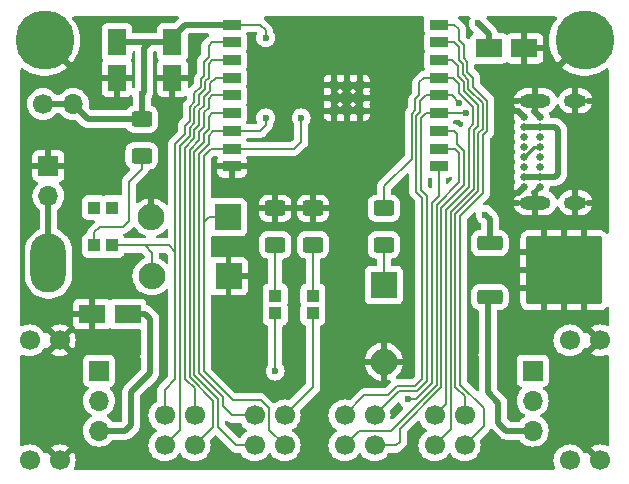
<source format=gbr>
%TF.GenerationSoftware,KiCad,Pcbnew,8.0.4*%
%TF.CreationDate,2024-08-05T01:43:25-04:00*%
%TF.ProjectId,ESP32-C3-BreadBoardAdapter,45535033-322d-4433-932d-427265616442,rev?*%
%TF.SameCoordinates,Original*%
%TF.FileFunction,Copper,L1,Top*%
%TF.FilePolarity,Positive*%
%FSLAX46Y46*%
G04 Gerber Fmt 4.6, Leading zero omitted, Abs format (unit mm)*
G04 Created by KiCad (PCBNEW 8.0.4) date 2024-08-05 01:43:25*
%MOMM*%
%LPD*%
G01*
G04 APERTURE LIST*
G04 Aperture macros list*
%AMRoundRect*
0 Rectangle with rounded corners*
0 $1 Rounding radius*
0 $2 $3 $4 $5 $6 $7 $8 $9 X,Y pos of 4 corners*
0 Add a 4 corners polygon primitive as box body*
4,1,4,$2,$3,$4,$5,$6,$7,$8,$9,$2,$3,0*
0 Add four circle primitives for the rounded corners*
1,1,$1+$1,$2,$3*
1,1,$1+$1,$4,$5*
1,1,$1+$1,$6,$7*
1,1,$1+$1,$8,$9*
0 Add four rect primitives between the rounded corners*
20,1,$1+$1,$2,$3,$4,$5,0*
20,1,$1+$1,$4,$5,$6,$7,0*
20,1,$1+$1,$6,$7,$8,$9,0*
20,1,$1+$1,$8,$9,$2,$3,0*%
G04 Aperture macros list end*
%TA.AperFunction,SMDPad,CuDef*%
%ADD10R,2.250000X2.250000*%
%TD*%
%TA.AperFunction,SMDPad,CuDef*%
%ADD11O,2.250000X2.250000*%
%TD*%
%TA.AperFunction,SMDPad,CuDef*%
%ADD12RoundRect,0.250000X-0.625000X0.400000X-0.625000X-0.400000X0.625000X-0.400000X0.625000X0.400000X0*%
%TD*%
%TA.AperFunction,SMDPad,CuDef*%
%ADD13O,3.000000X5.000000*%
%TD*%
%TA.AperFunction,ComponentPad*%
%ADD14C,1.700000*%
%TD*%
%TA.AperFunction,ComponentPad*%
%ADD15O,1.700000X1.700000*%
%TD*%
%TA.AperFunction,ComponentPad*%
%ADD16O,2.616200X1.117600*%
%TD*%
%TA.AperFunction,ComponentPad*%
%ADD17O,1.905000X1.117600*%
%TD*%
%TA.AperFunction,ComponentPad*%
%ADD18C,0.660400*%
%TD*%
%TA.AperFunction,SMDPad,CuDef*%
%ADD19R,1.117600X1.041400*%
%TD*%
%TA.AperFunction,SMDPad,CuDef*%
%ADD20R,2.200000X1.600000*%
%TD*%
%TA.AperFunction,ComponentPad*%
%ADD21R,1.700000X1.700000*%
%TD*%
%TA.AperFunction,SMDPad,CuDef*%
%ADD22RoundRect,0.250000X-0.850000X-0.350000X0.850000X-0.350000X0.850000X0.350000X-0.850000X0.350000X0*%
%TD*%
%TA.AperFunction,SMDPad,CuDef*%
%ADD23RoundRect,0.250000X-1.275000X-1.125000X1.275000X-1.125000X1.275000X1.125000X-1.275000X1.125000X0*%
%TD*%
%TA.AperFunction,SMDPad,CuDef*%
%ADD24RoundRect,0.249997X-2.950003X-2.650003X2.950003X-2.650003X2.950003X2.650003X-2.950003X2.650003X0*%
%TD*%
%TA.AperFunction,SMDPad,CuDef*%
%ADD25R,1.041400X1.117600*%
%TD*%
%TA.AperFunction,SMDPad,CuDef*%
%ADD26R,1.600000X2.200000*%
%TD*%
%TA.AperFunction,ComponentPad*%
%ADD27C,5.000000*%
%TD*%
%TA.AperFunction,SMDPad,CuDef*%
%ADD28R,1.500000X0.900000*%
%TD*%
%TA.AperFunction,SMDPad,CuDef*%
%ADD29R,0.700000X0.700000*%
%TD*%
%TA.AperFunction,ComponentPad*%
%ADD30C,0.400000*%
%TD*%
%TA.AperFunction,ViaPad*%
%ADD31C,0.600000*%
%TD*%
%TA.AperFunction,Conductor*%
%ADD32C,0.500000*%
%TD*%
%TA.AperFunction,Conductor*%
%ADD33C,0.200000*%
%TD*%
%TA.AperFunction,Conductor*%
%ADD34C,0.250000*%
%TD*%
G04 APERTURE END LIST*
D10*
%TO.P,SW1,1,1*%
%TO.N,Net-(R8-Pad2)*%
X143740000Y-80150000D03*
D11*
%TO.P,SW1,2,2*%
%TO.N,GND*%
X143740000Y-86650000D03*
%TD*%
D12*
%TO.P,R3,1*%
%TO.N,GND*%
X137740000Y-73650000D03*
%TO.P,R3,2*%
%TO.N,Net-(LED1-GND-Pad4)*%
X137740000Y-76750000D03*
%TD*%
D13*
%TO.P,J7,1,Pin_1*%
%TO.N,/VDC*%
X115340000Y-78300000D03*
%TD*%
D14*
%TO.P,J6,1,DBG*%
%TO.N,3V3*%
X114865000Y-64812500D03*
D15*
X117405000Y-64812500D03*
%TD*%
D16*
%TO.P,J2,S4,SHIELD*%
%TO.N,GND*%
X156562435Y-64535572D03*
%TO.P,J2,S3,SHIELD*%
X156562436Y-73185557D03*
D17*
%TO.P,J2,S2,SHIELD*%
X159947435Y-64535572D03*
%TO.P,J2,S1,SHIELD*%
X159947435Y-73185542D03*
D18*
%TO.P,J2,B12,GND*%
X156932435Y-71835557D03*
%TO.P,J2,B9,VBUS*%
%TO.N,Net-(D2-A)*%
X156932435Y-70985556D03*
%TO.P,J2,B8,SBU2*%
%TO.N,unconnected-(J2-SBU2-PadB8)*%
X156932435Y-70135558D03*
%TO.P,J2,B7,D-*%
%TO.N,USB_D-*%
X156932435Y-69285557D03*
%TO.P,J2,B6,D+*%
%TO.N,USB_D+*%
X156932435Y-68435556D03*
%TO.P,J2,B5,CC2*%
%TO.N,Net-(J2-CC2)*%
X156932435Y-67585555D03*
%TO.P,J2,B4,VBUS*%
%TO.N,Net-(D2-A)*%
X156932435Y-66735557D03*
%TO.P,J2,B1,GND*%
%TO.N,GND*%
X156932435Y-65885556D03*
%TO.P,J2,A12,GND*%
X155582435Y-65885556D03*
%TO.P,J2,A9,VBUS*%
%TO.N,Net-(D2-A)*%
X155582435Y-66735557D03*
%TO.P,J2,A8,SBU1*%
%TO.N,unconnected-(J2-SBU1-PadA8)*%
X155582435Y-67585555D03*
%TO.P,J2,A7,D-*%
%TO.N,USB_D-*%
X155582435Y-68435556D03*
%TO.P,J2,A6,D+*%
%TO.N,USB_D+*%
X155582435Y-69285557D03*
%TO.P,J2,A5,CC1*%
%TO.N,Net-(J2-CC1)*%
X155582435Y-70135558D03*
%TO.P,J2,A4,VBUS*%
%TO.N,Net-(D2-A)*%
X155582435Y-70985556D03*
%TO.P,J2,A1,GND*%
%TO.N,GND*%
X155582435Y-71835557D03*
%TD*%
D19*
%TO.P,LED1,1,GND*%
%TO.N,Net-(LED1-GND-Pad1)*%
X134539800Y-81049999D03*
%TO.P,LED1,2,RED*%
%TO.N,3V3*%
X134539800Y-82550001D03*
%TO.P,LED1,3,GRN*%
%TO.N,/IO10*%
X137740200Y-82550001D03*
%TO.P,LED1,4,GND*%
%TO.N,Net-(LED1-GND-Pad4)*%
X137740200Y-81049999D03*
%TD*%
D20*
%TO.P,C1,2*%
%TO.N,GND*%
X155640000Y-60100000D03*
%TO.P,C1,1*%
%TO.N,VUSB*%
X152640000Y-60100000D03*
%TD*%
D12*
%TO.P,R4,1*%
%TO.N,3V3*%
X123240000Y-66100000D03*
%TO.P,R4,2*%
%TO.N,Net-(LED2-GRN)*%
X123240000Y-69200000D03*
%TD*%
%TO.P,R8,1*%
%TO.N,/IO3*%
X143740000Y-73650000D03*
%TO.P,R8,2*%
%TO.N,Net-(R8-Pad2)*%
X143740000Y-76750000D03*
%TD*%
D21*
%TO.P,J4,1,Pin_1*%
%TO.N,3V3*%
X156340000Y-87400000D03*
D15*
%TO.P,J4,2,Pin_2*%
%TO.N,/VCC2*%
X156340000Y-89940000D03*
%TO.P,J4,3,Pin_3*%
%TO.N,+5V*%
X156340000Y-92480000D03*
%TD*%
D12*
%TO.P,R7,1*%
%TO.N,GND*%
X134540000Y-73650000D03*
%TO.P,R7,2*%
%TO.N,Net-(LED1-GND-Pad1)*%
X134540000Y-76750000D03*
%TD*%
D22*
%TO.P,U3,3,OUT*%
%TO.N,+5V*%
X152700000Y-81182500D03*
D23*
%TO.P,U3,2,GND*%
%TO.N,GND*%
X160675000Y-80427500D03*
X160675000Y-77377500D03*
D24*
X159000000Y-78902500D03*
D23*
X157325000Y-80427500D03*
X157325000Y-77377500D03*
D22*
%TO.P,U3,1,IN*%
%TO.N,VUSB*%
X152700000Y-76622500D03*
%TD*%
D25*
%TO.P,LED2,4,GND*%
%TO.N,EN*%
X120740000Y-76800200D03*
%TO.P,LED2,3,GRN*%
%TO.N,Net-(LED2-GRN)*%
X119239998Y-76800200D03*
%TO.P,LED2,2,RED*%
%TO.N,unconnected-(LED2-RED-Pad2)*%
X119239998Y-73599800D03*
%TO.P,LED2,1,GND*%
%TO.N,unconnected-(LED2-GND-Pad1)*%
X120740000Y-73599800D03*
%TD*%
D10*
%TO.P,SW2,1,1*%
%TO.N,GND*%
X130590000Y-79400000D03*
D11*
%TO.P,SW2,2,2*%
%TO.N,EN*%
X124090000Y-79400000D03*
%TD*%
D10*
%TO.P,SW3,1,1*%
%TO.N,/IO9*%
X130540000Y-74400000D03*
D11*
%TO.P,SW3,2,2*%
%TO.N,GND*%
X124040000Y-74400000D03*
%TD*%
D21*
%TO.P,J1,1,Pin_1*%
%TO.N,GND*%
X115340000Y-70060000D03*
D15*
%TO.P,J1,2,Pin_2*%
%TO.N,/VDC*%
X115340000Y-72600000D03*
%TD*%
D26*
%TO.P,C5,1*%
%TO.N,3V3*%
X121140000Y-59600000D03*
%TO.P,C5,2*%
%TO.N,GND*%
X121140000Y-62600000D03*
%TD*%
D20*
%TO.P,C3,1*%
%TO.N,+5V*%
X122040000Y-82600000D03*
%TO.P,C3,2*%
%TO.N,GND*%
X119040000Y-82600000D03*
%TD*%
D14*
%TO.P,BRD1,V2,VCC2*%
%TO.N,/VCC2*%
X159460000Y-95000000D03*
X159460000Y-84840000D03*
%TO.P,BRD1,V1,VCC1*%
%TO.N,/VCC1*%
X113740000Y-95000000D03*
X113740000Y-84840000D03*
D27*
%TO.P,BRD1,GND,GND*%
%TO.N,GND*%
X160730000Y-59440000D03*
X115010000Y-59440000D03*
D14*
%TO.P,BRD1,G2,GND2*%
X162000000Y-95000000D03*
X162000000Y-84840000D03*
%TO.P,BRD1,G1,GND1*%
X116280000Y-95000000D03*
X116280000Y-84840000D03*
%TO.P,BRD1,16,B8*%
%TO.N,/IO0*%
X150570000Y-93730000D03*
%TO.P,BRD1,15,B7*%
%TO.N,/IO1*%
X150570000Y-91190000D03*
%TO.P,BRD1,14,B6*%
%TO.N,/IO2*%
X148030000Y-93730000D03*
%TO.P,BRD1,13,B5*%
%TO.N,/IO3*%
X148030000Y-91190000D03*
%TO.P,BRD1,12,B4*%
%TO.N,/TXD*%
X142950000Y-93730000D03*
%TO.P,BRD1,11,B3*%
%TO.N,USB_D-*%
X142950000Y-91190000D03*
%TO.P,BRD1,10,B2*%
%TO.N,/RXD*%
X140410000Y-93730000D03*
%TO.P,BRD1,9,B1*%
%TO.N,USB_D+*%
X140410000Y-91190000D03*
%TO.P,BRD1,8,A8*%
%TO.N,/IO9*%
X135330000Y-93730000D03*
%TO.P,BRD1,7,A7*%
%TO.N,/IO10*%
X135330000Y-91190000D03*
%TO.P,BRD1,6,A6*%
%TO.N,/IO7*%
X132790000Y-93730000D03*
%TO.P,BRD1,5,A5*%
%TO.N,/IO8*%
X132790000Y-91190000D03*
%TO.P,BRD1,4,A4*%
%TO.N,/IO6*%
X127710000Y-93730000D03*
%TO.P,BRD1,3,A3*%
%TO.N,/IO5*%
X127710000Y-91190000D03*
%TO.P,BRD1,2,A2*%
%TO.N,/IO4*%
X125170000Y-93730000D03*
%TO.P,BRD1,1,A1*%
%TO.N,EN*%
X125170000Y-91190000D03*
%TD*%
D28*
%TO.P,U1,1,3V3*%
%TO.N,3V3*%
X130890000Y-58100000D03*
%TO.P,U1,2,EN*%
%TO.N,EN*%
X130890000Y-59600000D03*
%TO.P,U1,3,IO4*%
%TO.N,/IO4*%
X130890000Y-61100000D03*
%TO.P,U1,4,IO5*%
%TO.N,/IO5*%
X130890000Y-62600000D03*
%TO.P,U1,5,IO6*%
%TO.N,/IO6*%
X130890000Y-64100000D03*
%TO.P,U1,6,IO7*%
%TO.N,/IO7*%
X130890000Y-65600000D03*
%TO.P,U1,7,IO8*%
%TO.N,/IO8*%
X130890000Y-67100000D03*
%TO.P,U1,8,IO9*%
%TO.N,/IO9*%
X130890000Y-68600000D03*
%TO.P,U1,9,GND*%
%TO.N,GND*%
X130890000Y-70100000D03*
%TO.P,U1,10,IO10*%
%TO.N,/IO10*%
X148390000Y-70100000D03*
%TO.P,U1,11,RXD*%
%TO.N,/RXD*%
X148390000Y-68600000D03*
%TO.P,U1,12,TXD*%
%TO.N,/TXD*%
X148390000Y-67100000D03*
%TO.P,U1,13,IO18*%
%TO.N,USB_D-*%
X148390000Y-65600000D03*
%TO.P,U1,14,IO19*%
%TO.N,USB_D+*%
X148390000Y-64100000D03*
%TO.P,U1,15,IO3*%
%TO.N,/IO3*%
X148390000Y-62600000D03*
%TO.P,U1,16,IO2*%
%TO.N,/IO2*%
X148390000Y-61100000D03*
%TO.P,U1,17,IO1*%
%TO.N,/IO1*%
X148390000Y-59600000D03*
%TO.P,U1,18,IO0*%
%TO.N,/IO0*%
X148390000Y-58100000D03*
D29*
%TO.P,U1,19,GND__1*%
%TO.N,GND*%
X139500000Y-63200000D03*
%TO.P,U1,20,GND__2*%
X140600000Y-63200000D03*
%TO.P,U1,21,GND__3*%
X141700000Y-63200000D03*
%TO.P,U1,22,GND__4*%
X139500000Y-64300000D03*
%TO.P,U1,23,GND__5*%
X140600000Y-64300000D03*
%TO.P,U1,24,GND__6*%
X141700000Y-64300000D03*
%TO.P,U1,25,GND__7*%
X139500000Y-65400000D03*
%TO.P,U1,26,GND__8*%
X140600000Y-65400000D03*
%TO.P,U1,27,GND__9*%
X141700000Y-65400000D03*
D30*
%TO.P,U1,28,GND__10*%
X140050000Y-63200000D03*
%TO.P,U1,29,GND__11*%
X141150000Y-63200000D03*
%TO.P,U1,30,GND__12*%
X139500000Y-63750000D03*
%TO.P,U1,31,GND__13*%
X140600000Y-63750000D03*
%TO.P,U1,32,GND__14*%
X141700000Y-63750000D03*
%TO.P,U1,33,GND__15*%
X140050000Y-64300000D03*
%TO.P,U1,34,GND__16*%
X141150000Y-64300000D03*
%TO.P,U1,35,GND__17*%
X139500000Y-64850000D03*
%TO.P,U1,36,GND__18*%
X140600000Y-64850000D03*
%TO.P,U1,37,GND__19*%
X141700000Y-64850000D03*
%TO.P,U1,38,GND__20*%
X140050000Y-65400000D03*
%TO.P,U1,39,GND__21*%
X141150000Y-65400000D03*
%TD*%
D21*
%TO.P,J3,1,Pin_1*%
%TO.N,3V3*%
X119640000Y-87400000D03*
D15*
%TO.P,J3,2,Pin_2*%
%TO.N,/VCC1*%
X119640000Y-89940000D03*
%TO.P,J3,3,Pin_3*%
%TO.N,+5V*%
X119640000Y-92480000D03*
%TD*%
D26*
%TO.P,C4,1*%
%TO.N,3V3*%
X125840000Y-59600000D03*
%TO.P,C4,2*%
%TO.N,GND*%
X125840000Y-62600000D03*
%TD*%
D31*
%TO.N,+5V*%
X123940000Y-86200000D03*
X152540000Y-86100000D03*
%TO.N,/IO8*%
X133740000Y-66000000D03*
%TO.N,/IO9*%
X136740000Y-66000000D03*
%TO.N,3V3*%
X123240000Y-64000000D03*
X133740000Y-59200000D03*
X134540000Y-87430000D03*
%TO.N,/IO10*%
X145800000Y-89800000D03*
%TO.N,USB_D-*%
X150700000Y-65600000D03*
%TO.N,VUSB*%
X152340000Y-74200000D03*
X151750000Y-58000000D03*
%TO.N,USB_D+*%
X150100000Y-64700000D03*
%TD*%
D32*
%TO.N,/VCC1*%
X119620000Y-89920000D02*
X119640000Y-89940000D01*
%TO.N,+5V*%
X152540000Y-81342500D02*
X152700000Y-81182500D01*
X153440000Y-91800000D02*
X154120000Y-92480000D01*
X123940000Y-86200000D02*
X123940000Y-87600000D01*
X152540000Y-86100000D02*
X152540000Y-89200000D01*
X123940000Y-83000000D02*
X123540000Y-82600000D01*
X123940000Y-86200000D02*
X123940000Y-83000000D01*
X152540000Y-89200000D02*
X153440000Y-90100000D01*
X154120000Y-92480000D02*
X156340000Y-92480000D01*
X122340000Y-89200000D02*
X122340000Y-92000000D01*
X121860000Y-92480000D02*
X119640000Y-92480000D01*
X123940000Y-87600000D02*
X122340000Y-89200000D01*
X123540000Y-82600000D02*
X122040000Y-82600000D01*
X152540000Y-86100000D02*
X152540000Y-81342500D01*
X122340000Y-92000000D02*
X121860000Y-92480000D01*
X153440000Y-90100000D02*
X153440000Y-91800000D01*
%TO.N,/VDC*%
X115340000Y-72600000D02*
X115340000Y-78300000D01*
D33*
%TO.N,EN*%
X126100000Y-68205884D02*
X126100000Y-77390000D01*
X126100000Y-77400000D02*
X126100000Y-83400000D01*
X126100000Y-88100000D02*
X125170000Y-89030000D01*
X126100000Y-77390000D02*
X126100000Y-77400000D01*
X128900000Y-59900000D02*
X128900000Y-60834314D01*
X125170000Y-89030000D02*
X125170000Y-91190000D01*
X125510200Y-76800200D02*
X126100000Y-77390000D01*
X127700000Y-64637256D02*
X127300000Y-65037256D01*
X130890000Y-59600000D02*
X129200000Y-59600000D01*
X127300000Y-66271570D02*
X126900000Y-66671570D01*
X128234314Y-62734314D02*
X128234314Y-63368628D01*
X129200000Y-59600000D02*
X128900000Y-59900000D01*
X124090000Y-77400200D02*
X123490000Y-76800200D01*
X127300000Y-65037256D02*
X127300000Y-66271570D01*
X128234314Y-63368628D02*
X127700000Y-63902942D01*
X120740000Y-76800200D02*
X123490000Y-76800200D01*
X128900000Y-60834314D02*
X128500000Y-61234314D01*
X127700000Y-63902942D02*
X127700000Y-64637256D01*
X128500000Y-62468628D02*
X128234314Y-62734314D01*
X124090000Y-79400000D02*
X124090000Y-77400200D01*
X126900000Y-66671570D02*
X126900000Y-67405884D01*
X126422942Y-67882942D02*
X126100000Y-68205884D01*
X126900000Y-67405884D02*
X126422942Y-67882942D01*
X126100000Y-83400000D02*
X126100000Y-88100000D01*
X123490000Y-76800200D02*
X125510200Y-76800200D01*
X128500000Y-61234314D02*
X128500000Y-62468628D01*
%TO.N,/IO8*%
X133240000Y-67100000D02*
X130890000Y-67100000D01*
X128100000Y-69034314D02*
X128100000Y-87602942D01*
X130100000Y-89602942D02*
X130100000Y-90400000D01*
X130890000Y-91190000D02*
X132790000Y-91190000D01*
X133740000Y-66000000D02*
X133740000Y-66600000D01*
X130100000Y-90400000D02*
X130890000Y-91190000D01*
X128100000Y-87602942D02*
X130100000Y-89602942D01*
X128900000Y-68234314D02*
X128100000Y-69034314D01*
X133740000Y-66600000D02*
X133240000Y-67100000D01*
X129300000Y-67100000D02*
X128900000Y-67500000D01*
X130890000Y-67100000D02*
X129300000Y-67100000D01*
X128900000Y-67500000D02*
X128900000Y-68234314D01*
%TO.N,/IO9*%
X136140000Y-68600000D02*
X136740000Y-68000000D01*
X136740000Y-68000000D02*
X136740000Y-66000000D01*
X128900000Y-74400000D02*
X128500000Y-74800000D01*
X128500000Y-69200000D02*
X128500000Y-74800000D01*
X128500000Y-87437256D02*
X130962744Y-89900000D01*
X130962744Y-89900000D02*
X133300000Y-89900000D01*
X128500000Y-74800000D02*
X128500000Y-87437256D01*
X133300000Y-89900000D02*
X134000000Y-90600000D01*
X130890000Y-68600000D02*
X136140000Y-68600000D01*
X134000000Y-92400000D02*
X135330000Y-93730000D01*
X130540000Y-74400000D02*
X128900000Y-74400000D01*
X134000000Y-90600000D02*
X134000000Y-92400000D01*
X129100000Y-68600000D02*
X128500000Y-69200000D01*
X130890000Y-68600000D02*
X129100000Y-68600000D01*
%TO.N,/IO6*%
X128900000Y-64400000D02*
X128900000Y-65134314D01*
X127300000Y-87934314D02*
X129300000Y-89934314D01*
X128100000Y-67902942D02*
X127300000Y-68702942D01*
X129300000Y-92140000D02*
X127710000Y-93730000D01*
X127300000Y-68702942D02*
X127300000Y-87934314D01*
X129300000Y-89934314D02*
X129300000Y-92140000D01*
X128900000Y-65134314D02*
X128500000Y-65534314D01*
X128500000Y-65534314D02*
X128500000Y-66768628D01*
X128500000Y-66768628D02*
X128100000Y-67168628D01*
X129200000Y-64100000D02*
X128900000Y-64400000D01*
X130890000Y-64100000D02*
X129200000Y-64100000D01*
X128100000Y-67168628D02*
X128100000Y-67902942D01*
%TO.N,/RXD*%
X148200000Y-88634314D02*
X144334314Y-92500000D01*
X149740000Y-68600000D02*
X150140000Y-69000000D01*
X144334314Y-92500000D02*
X141640000Y-92500000D01*
X148200000Y-73400000D02*
X148200000Y-88634314D01*
X150140000Y-69000000D02*
X150140000Y-71460000D01*
X150140000Y-71460000D02*
X148200000Y-73400000D01*
X148390000Y-68600000D02*
X149740000Y-68600000D01*
X141640000Y-92500000D02*
X140410000Y-93730000D01*
%TO.N,/IO7*%
X127700000Y-87768628D02*
X129700000Y-89768628D01*
X127700000Y-68868628D02*
X127700000Y-87768628D01*
X129700000Y-89768628D02*
X129700000Y-92200000D01*
X128500000Y-67334314D02*
X128500000Y-68068628D01*
X129700000Y-92200000D02*
X131230000Y-93730000D01*
X128900000Y-65900000D02*
X128900000Y-66934314D01*
X128900000Y-66934314D02*
X128500000Y-67334314D01*
X128500000Y-68068628D02*
X127700000Y-68868628D01*
X129200000Y-65600000D02*
X128900000Y-65900000D01*
X130890000Y-65600000D02*
X129200000Y-65600000D01*
X131230000Y-93730000D02*
X132790000Y-93730000D01*
%TO.N,/IO4*%
X126500000Y-92400000D02*
X125170000Y-93730000D01*
X128634314Y-63534314D02*
X128100000Y-64068628D01*
X128634314Y-62900000D02*
X128634314Y-63534314D01*
X127700000Y-66437256D02*
X127300000Y-66837256D01*
X127700000Y-65202942D02*
X127700000Y-66437256D01*
X128100000Y-64802942D02*
X127700000Y-65202942D01*
X130890000Y-61100000D02*
X129200000Y-61100000D01*
X126500000Y-68371570D02*
X126500000Y-92400000D01*
X128900000Y-61400000D02*
X128900000Y-62634314D01*
X129200000Y-61100000D02*
X128900000Y-61400000D01*
X128100000Y-64068628D02*
X128100000Y-64802942D01*
X127300000Y-67571570D02*
X126500000Y-68371570D01*
X127300000Y-66837256D02*
X127300000Y-67571570D01*
X128900000Y-62634314D02*
X128634314Y-62900000D01*
%TO.N,/IO3*%
X148390000Y-62600000D02*
X149600000Y-62600000D01*
X151300000Y-66540000D02*
X150940000Y-66900000D01*
X151300000Y-65051471D02*
X151300000Y-66540000D01*
X149000000Y-73765686D02*
X149000000Y-90220000D01*
X149000000Y-90220000D02*
X148030000Y-91190000D01*
X150940000Y-71825686D02*
X149000000Y-73765686D01*
X147140000Y-62600000D02*
X148390000Y-62600000D01*
X146400000Y-64434314D02*
X146740000Y-64094314D01*
X146740000Y-63000000D02*
X147140000Y-62600000D01*
X146100000Y-69440000D02*
X146100000Y-65668628D01*
X150100000Y-63100000D02*
X150100000Y-63851471D01*
X146400000Y-65368628D02*
X146400000Y-64434314D01*
X146100000Y-65668628D02*
X146400000Y-65368628D01*
X150940000Y-66900000D02*
X150940000Y-71825686D01*
X149600000Y-62600000D02*
X150100000Y-63100000D01*
X150100000Y-63851471D02*
X151300000Y-65051471D01*
X146740000Y-64094314D02*
X146740000Y-63000000D01*
X143740000Y-73650000D02*
X143740000Y-71800000D01*
X143740000Y-71800000D02*
X146100000Y-69440000D01*
%TO.N,3V3*%
X133240000Y-58100000D02*
X130890000Y-58100000D01*
D32*
X118692500Y-66100000D02*
X117405000Y-64812500D01*
X123940000Y-59600000D02*
X121140000Y-59600000D01*
X123240000Y-66100000D02*
X118692500Y-66100000D01*
D33*
X133740000Y-58600000D02*
X133240000Y-58100000D01*
X134539800Y-82550001D02*
X134539800Y-87429800D01*
D32*
X123440000Y-60100000D02*
X123940000Y-59600000D01*
X126940000Y-58100000D02*
X130890000Y-58100000D01*
X126940000Y-58100000D02*
X125440000Y-59600000D01*
X123240000Y-66100000D02*
X123240000Y-64000000D01*
X123440000Y-63800000D02*
X123440000Y-60100000D01*
X125440000Y-59600000D02*
X123940000Y-59600000D01*
X117405000Y-64812500D02*
X114865000Y-64812500D01*
D33*
X133740000Y-59200000D02*
X133740000Y-58600000D01*
D32*
X123240000Y-64000000D02*
X123440000Y-63800000D01*
D33*
X134539800Y-87429800D02*
X134540000Y-87430000D01*
%TO.N,/IO2*%
X151700000Y-64885785D02*
X150500000Y-63685785D01*
X149500000Y-61100000D02*
X148390000Y-61100000D01*
X148030000Y-93730000D02*
X149400000Y-92360000D01*
X150500000Y-62934314D02*
X150000000Y-62434314D01*
X150000000Y-62434314D02*
X150000000Y-61600000D01*
X149400000Y-73931372D02*
X151340000Y-71991372D01*
X149400000Y-92360000D02*
X149400000Y-73931372D01*
X150500000Y-63685785D02*
X150500000Y-62934314D01*
X151340000Y-71991372D02*
X151340000Y-67065686D01*
X151700000Y-66705686D02*
X151700000Y-64885785D01*
X151340000Y-67065686D02*
X151700000Y-66705686D01*
X150000000Y-61600000D02*
X149500000Y-61100000D01*
%TO.N,/IO0*%
X151300000Y-62602942D02*
X151300000Y-63354413D01*
X150200000Y-88600000D02*
X152200000Y-90600000D01*
X150100000Y-59434314D02*
X150500000Y-59834314D01*
X150500000Y-59834314D02*
X150500000Y-60968628D01*
X152200000Y-90600000D02*
X152200000Y-92100000D01*
X152200000Y-92100000D02*
X150570000Y-93730000D01*
X152140000Y-72360000D02*
X150200000Y-74300000D01*
X152500000Y-67105686D02*
X152140000Y-67465686D01*
X150100000Y-58500000D02*
X150100000Y-59434314D01*
X150800000Y-62102942D02*
X151300000Y-62602942D01*
X148390000Y-58100000D02*
X149700000Y-58100000D01*
X152500000Y-64554413D02*
X152500000Y-67105686D01*
X151300000Y-63354413D02*
X152500000Y-64554413D01*
X152140000Y-67465686D02*
X152140000Y-72360000D01*
X150800000Y-61268628D02*
X150800000Y-62102942D01*
X149700000Y-58100000D02*
X150100000Y-58500000D01*
X150200000Y-74300000D02*
X150200000Y-88600000D01*
X150500000Y-60968628D02*
X150800000Y-61268628D01*
%TO.N,/IO10*%
X147800000Y-88468628D02*
X147800000Y-73234314D01*
X145800000Y-89800000D02*
X146468628Y-89800000D01*
X146468628Y-89800000D02*
X147800000Y-88468628D01*
X148400000Y-72634314D02*
X148400000Y-70110000D01*
X137740000Y-82550201D02*
X137740000Y-88780000D01*
X137740200Y-82550001D02*
X137740000Y-82550201D01*
X148400000Y-70110000D02*
X148390000Y-70100000D01*
X147800000Y-73234314D02*
X148400000Y-72634314D01*
X137740000Y-88780000D02*
X135330000Y-91190000D01*
%TO.N,/IO1*%
X150900000Y-63520099D02*
X152100000Y-64720099D01*
X150100000Y-60000000D02*
X150100000Y-61134314D01*
X149700000Y-59600000D02*
X150100000Y-60000000D01*
X150570000Y-89570000D02*
X150570000Y-91190000D01*
X152100000Y-64720099D02*
X152100000Y-66940000D01*
X150400000Y-62268628D02*
X150900000Y-62768628D01*
X149800000Y-88800000D02*
X150570000Y-89570000D01*
X152100000Y-66940000D02*
X151740000Y-67300000D01*
X149800000Y-74100000D02*
X149800000Y-88800000D01*
X150900000Y-62768628D02*
X150900000Y-63520099D01*
X151740000Y-72160000D02*
X149800000Y-74100000D01*
X148390000Y-59600000D02*
X149700000Y-59600000D01*
X151740000Y-67300000D02*
X151740000Y-72160000D01*
X150400000Y-61434314D02*
X150400000Y-62268628D01*
X150100000Y-61134314D02*
X150400000Y-61434314D01*
%TO.N,/IO5*%
X127710000Y-88910000D02*
X127710000Y-91190000D01*
X128100000Y-65368628D02*
X128100000Y-66602942D01*
X127700000Y-67002942D02*
X127700000Y-67737256D01*
X127700000Y-67737256D02*
X126900000Y-68537256D01*
X129034314Y-63700000D02*
X128500000Y-64234314D01*
X129034314Y-63065686D02*
X129034314Y-63700000D01*
X128500000Y-64968628D02*
X128100000Y-65368628D01*
X128100000Y-66602942D02*
X127700000Y-67002942D01*
X130890000Y-62600000D02*
X129500000Y-62600000D01*
X126900000Y-68537256D02*
X126900000Y-88100000D01*
X129500000Y-62600000D02*
X129034314Y-63065686D01*
X128500000Y-64234314D02*
X128500000Y-64968628D01*
X126900000Y-88100000D02*
X127710000Y-88910000D01*
%TO.N,/TXD*%
X150540000Y-68834314D02*
X149940000Y-68234314D01*
X148600000Y-88800000D02*
X148600000Y-73600000D01*
X145100000Y-92300000D02*
X148600000Y-88800000D01*
X149640000Y-67100000D02*
X148390000Y-67100000D01*
X148600000Y-73600000D02*
X150540000Y-71660000D01*
X149940000Y-67400000D02*
X149640000Y-67100000D01*
X150540000Y-71660000D02*
X150540000Y-68834314D01*
X144770000Y-93730000D02*
X145100000Y-93400000D01*
X142950000Y-93730000D02*
X144770000Y-93730000D01*
X145100000Y-93400000D02*
X145100000Y-92300000D01*
X149940000Y-68234314D02*
X149940000Y-67400000D01*
%TO.N,USB_D-*%
X150700000Y-65600000D02*
X148390000Y-65600000D01*
X145040000Y-89100000D02*
X142950000Y-91190000D01*
X146565685Y-89100000D02*
X145040000Y-89100000D01*
X148390000Y-65600000D02*
X147300000Y-65600000D01*
X147400000Y-88265685D02*
X146565685Y-89100000D01*
X146900000Y-66000000D02*
X146900000Y-72100000D01*
X146900000Y-72100000D02*
X147400000Y-72600000D01*
X147400000Y-72600000D02*
X147400000Y-88265685D01*
X147300000Y-65600000D02*
X146900000Y-66000000D01*
D32*
%TO.N,VUSB*%
X152700000Y-74560000D02*
X152340000Y-74200000D01*
X152640000Y-58890000D02*
X151750000Y-58000000D01*
X152640000Y-60100000D02*
X152640000Y-58890000D01*
X152700000Y-76622500D02*
X152700000Y-74560000D01*
D33*
%TO.N,USB_D+*%
X146500000Y-72265686D02*
X147000000Y-72765686D01*
X155623672Y-69285557D02*
X155582435Y-69285557D01*
X144074314Y-89500000D02*
X142100000Y-89500000D01*
X146500000Y-65834314D02*
X146500000Y-72265686D01*
X144874314Y-88700000D02*
X144074314Y-89500000D01*
X150100000Y-64700000D02*
X149500000Y-64100000D01*
X146800000Y-64600000D02*
X146800000Y-65534314D01*
X147300000Y-64100000D02*
X146800000Y-64600000D01*
X148390000Y-64100000D02*
X147300000Y-64100000D01*
D34*
X156473673Y-68435556D02*
X155623672Y-69285557D01*
D33*
X147000000Y-72765686D02*
X147000000Y-88100000D01*
X147000000Y-88100000D02*
X146400000Y-88700000D01*
X142100000Y-89500000D02*
X140410000Y-91190000D01*
X146800000Y-65534314D02*
X146500000Y-65834314D01*
D34*
X156932435Y-68435556D02*
X156473673Y-68435556D01*
D33*
X146400000Y-88700000D02*
X144874314Y-88700000D01*
X149500000Y-64100000D02*
X148390000Y-64100000D01*
%TO.N,Net-(LED1-GND-Pad1)*%
X134540000Y-76750000D02*
X134540000Y-81049799D01*
X134540000Y-81049799D02*
X134539800Y-81049999D01*
%TO.N,Net-(LED2-GRN)*%
X123240000Y-69200000D02*
X123240000Y-70300000D01*
X121665000Y-75200000D02*
X119740000Y-75200000D01*
X122140000Y-71400000D02*
X122140000Y-74725000D01*
X119740000Y-75200000D02*
X119239998Y-75700002D01*
X123240000Y-70300000D02*
X122140000Y-71400000D01*
X119239998Y-75700002D02*
X119239998Y-76800200D01*
X122140000Y-74725000D02*
X121665000Y-75200000D01*
%TO.N,Net-(LED1-GND-Pad4)*%
X137740000Y-76750000D02*
X137740000Y-81049799D01*
X137740000Y-81049799D02*
X137740200Y-81049999D01*
%TO.N,Net-(R8-Pad2)*%
X143740000Y-80150000D02*
X143740000Y-76750000D01*
D32*
%TO.N,Net-(D2-A)*%
X158500000Y-70750000D02*
X158264444Y-70985556D01*
X158235557Y-66735557D02*
X158500000Y-67000000D01*
X155582435Y-70985556D02*
X156932435Y-70985556D01*
X158500000Y-67000000D02*
X158500000Y-70750000D01*
X155582435Y-66735557D02*
X156932435Y-66735557D01*
X156932435Y-66735557D02*
X158235557Y-66735557D01*
X158264444Y-70985556D02*
X156932435Y-70985556D01*
%TD*%
%TA.AperFunction,Conductor*%
%TO.N,GND*%
G36*
X156755474Y-65055757D02*
G01*
X156801229Y-65108561D01*
X156812435Y-65160072D01*
X156812435Y-65412003D01*
X157093608Y-65693176D01*
X157127093Y-65754499D01*
X157122823Y-65814205D01*
X157104700Y-65770452D01*
X157047539Y-65713291D01*
X156972854Y-65682356D01*
X156892016Y-65682356D01*
X156817331Y-65713291D01*
X156760170Y-65770452D01*
X156729235Y-65845137D01*
X156729235Y-65925975D01*
X156730573Y-65929205D01*
X156707324Y-65934147D01*
X156637657Y-65928830D01*
X156593863Y-65900537D01*
X156225893Y-65532567D01*
X156192408Y-65471244D01*
X156197392Y-65401552D01*
X156225893Y-65357204D01*
X156312435Y-65270662D01*
X156312435Y-65160072D01*
X156332120Y-65093033D01*
X156384924Y-65047278D01*
X156436435Y-65036072D01*
X156688435Y-65036072D01*
X156755474Y-65055757D01*
G37*
%TD.AperFunction*%
%TA.AperFunction,Conductor*%
G36*
X126345809Y-57420185D02*
G01*
X126391564Y-57472989D01*
X126401508Y-57542147D01*
X126372483Y-57605703D01*
X126366451Y-57612181D01*
X126015450Y-57963181D01*
X125954127Y-57996666D01*
X125927769Y-57999500D01*
X124992129Y-57999500D01*
X124992123Y-57999501D01*
X124932516Y-58005908D01*
X124797671Y-58056202D01*
X124797664Y-58056206D01*
X124682455Y-58142452D01*
X124682452Y-58142455D01*
X124596206Y-58257664D01*
X124596202Y-58257671D01*
X124545908Y-58392517D01*
X124539501Y-58452116D01*
X124539501Y-58452123D01*
X124539500Y-58452135D01*
X124539500Y-58725500D01*
X124519815Y-58792539D01*
X124467011Y-58838294D01*
X124415500Y-58849500D01*
X122564499Y-58849500D01*
X122497460Y-58829815D01*
X122451705Y-58777011D01*
X122440499Y-58725500D01*
X122440499Y-58452129D01*
X122440498Y-58452123D01*
X122440497Y-58452116D01*
X122434091Y-58392517D01*
X122425027Y-58368216D01*
X122383797Y-58257671D01*
X122383793Y-58257664D01*
X122297547Y-58142455D01*
X122297544Y-58142452D01*
X122182335Y-58056206D01*
X122182328Y-58056202D01*
X122047482Y-58005908D01*
X122047483Y-58005908D01*
X121987883Y-57999501D01*
X121987881Y-57999500D01*
X121987873Y-57999500D01*
X121987864Y-57999500D01*
X120292129Y-57999500D01*
X120292123Y-57999501D01*
X120232516Y-58005908D01*
X120097671Y-58056202D01*
X120097664Y-58056206D01*
X119982455Y-58142452D01*
X119982452Y-58142455D01*
X119896206Y-58257664D01*
X119896202Y-58257671D01*
X119845908Y-58392517D01*
X119839501Y-58452116D01*
X119839501Y-58452123D01*
X119839500Y-58452135D01*
X119839500Y-60747870D01*
X119839501Y-60747876D01*
X119845908Y-60807483D01*
X119896202Y-60942328D01*
X119896204Y-60942331D01*
X119941268Y-61002529D01*
X119958917Y-61026104D01*
X119983335Y-61091569D01*
X119968484Y-61159842D01*
X119958918Y-61174727D01*
X119896647Y-61257910D01*
X119896645Y-61257913D01*
X119846403Y-61392620D01*
X119846401Y-61392627D01*
X119840000Y-61452155D01*
X119840000Y-62350000D01*
X122440000Y-62350000D01*
X122440000Y-61452172D01*
X122439999Y-61452155D01*
X122433598Y-61392627D01*
X122433596Y-61392620D01*
X122383354Y-61257913D01*
X122383352Y-61257910D01*
X122321082Y-61174727D01*
X122296665Y-61109262D01*
X122311517Y-61040989D01*
X122321083Y-61026104D01*
X122335023Y-61007483D01*
X122383796Y-60942331D01*
X122434091Y-60807483D01*
X122440500Y-60747873D01*
X122440500Y-60474500D01*
X122460185Y-60407461D01*
X122512989Y-60361706D01*
X122564500Y-60350500D01*
X122565500Y-60350500D01*
X122632539Y-60370185D01*
X122678294Y-60422989D01*
X122689500Y-60474500D01*
X122689500Y-63367060D01*
X122669815Y-63434099D01*
X122653181Y-63454741D01*
X122651681Y-63456241D01*
X122590358Y-63489726D01*
X122520666Y-63484742D01*
X122464733Y-63442870D01*
X122440316Y-63377406D01*
X122440000Y-63368560D01*
X122440000Y-62850000D01*
X121390000Y-62850000D01*
X121390000Y-64200000D01*
X121987828Y-64200000D01*
X121987844Y-64199999D01*
X122047372Y-64193598D01*
X122047379Y-64193596D01*
X122182086Y-64143354D01*
X122182089Y-64143352D01*
X122256406Y-64087718D01*
X122321870Y-64063300D01*
X122390143Y-64078151D01*
X122439549Y-64127555D01*
X122453938Y-64173101D01*
X122454630Y-64179249D01*
X122454631Y-64179252D01*
X122454631Y-64179254D01*
X122454632Y-64179255D01*
X122482095Y-64257741D01*
X122482542Y-64259017D01*
X122489500Y-64299972D01*
X122489500Y-64861414D01*
X122469815Y-64928453D01*
X122417011Y-64974208D01*
X122404505Y-64979120D01*
X122295666Y-65015186D01*
X122295663Y-65015187D01*
X122146342Y-65107289D01*
X122022289Y-65231342D01*
X122022288Y-65231344D01*
X121994644Y-65276163D01*
X121985741Y-65290597D01*
X121933793Y-65337321D01*
X121880202Y-65349500D01*
X119054730Y-65349500D01*
X118987691Y-65329815D01*
X118967049Y-65313181D01*
X118777869Y-65124001D01*
X118744384Y-65062678D01*
X118742022Y-65025512D01*
X118742926Y-65015187D01*
X118760659Y-64812500D01*
X118760148Y-64806665D01*
X118748064Y-64668540D01*
X118740063Y-64577092D01*
X118678903Y-64348837D01*
X118579035Y-64134671D01*
X118575104Y-64129056D01*
X118443494Y-63941097D01*
X118276402Y-63774006D01*
X118276395Y-63774001D01*
X118239039Y-63747844D01*
X119840000Y-63747844D01*
X119846401Y-63807372D01*
X119846403Y-63807379D01*
X119896645Y-63942086D01*
X119896649Y-63942093D01*
X119982809Y-64057187D01*
X119982812Y-64057190D01*
X120097906Y-64143350D01*
X120097913Y-64143354D01*
X120232620Y-64193596D01*
X120232627Y-64193598D01*
X120292155Y-64199999D01*
X120292172Y-64200000D01*
X120890000Y-64200000D01*
X120890000Y-62850000D01*
X119840000Y-62850000D01*
X119840000Y-63747844D01*
X118239039Y-63747844D01*
X118082834Y-63638467D01*
X118082830Y-63638465D01*
X118082828Y-63638464D01*
X117868663Y-63538597D01*
X117868659Y-63538596D01*
X117868655Y-63538594D01*
X117640413Y-63477438D01*
X117640403Y-63477436D01*
X117405001Y-63456841D01*
X117404999Y-63456841D01*
X117169596Y-63477436D01*
X117169586Y-63477438D01*
X116941344Y-63538594D01*
X116941337Y-63538596D01*
X116941337Y-63538597D01*
X116927816Y-63544901D01*
X116727171Y-63638464D01*
X116727169Y-63638465D01*
X116533597Y-63774005D01*
X116366506Y-63941096D01*
X116318874Y-64009123D01*
X116264297Y-64052748D01*
X116217299Y-64062000D01*
X116052701Y-64062000D01*
X115985662Y-64042315D01*
X115951126Y-64009123D01*
X115903494Y-63941097D01*
X115736402Y-63774006D01*
X115736395Y-63774001D01*
X115542834Y-63638467D01*
X115542830Y-63638465D01*
X115542828Y-63638464D01*
X115328663Y-63538597D01*
X115328659Y-63538596D01*
X115328655Y-63538594D01*
X115100413Y-63477438D01*
X115100403Y-63477436D01*
X114865001Y-63456841D01*
X114864999Y-63456841D01*
X114629596Y-63477436D01*
X114629586Y-63477438D01*
X114401344Y-63538594D01*
X114401337Y-63538596D01*
X114401337Y-63538597D01*
X114387816Y-63544901D01*
X114187171Y-63638464D01*
X114187169Y-63638465D01*
X113993597Y-63774005D01*
X113826505Y-63941097D01*
X113690965Y-64134669D01*
X113690964Y-64134671D01*
X113591098Y-64348835D01*
X113591094Y-64348844D01*
X113529938Y-64577086D01*
X113529936Y-64577096D01*
X113509341Y-64812499D01*
X113509341Y-64812500D01*
X113529936Y-65047903D01*
X113529938Y-65047913D01*
X113591094Y-65276155D01*
X113591096Y-65276159D01*
X113591097Y-65276163D01*
X113662757Y-65429837D01*
X113690965Y-65490330D01*
X113690967Y-65490334D01*
X113763815Y-65594371D01*
X113826505Y-65683901D01*
X113993599Y-65850995D01*
X114064352Y-65900537D01*
X114187165Y-65986532D01*
X114187167Y-65986533D01*
X114187170Y-65986535D01*
X114401337Y-66086403D01*
X114401343Y-66086404D01*
X114401344Y-66086405D01*
X114444140Y-66097872D01*
X114629592Y-66147563D01*
X114817918Y-66164039D01*
X114864999Y-66168159D01*
X114865000Y-66168159D01*
X114865001Y-66168159D01*
X114904234Y-66164726D01*
X115100408Y-66147563D01*
X115328663Y-66086403D01*
X115542830Y-65986535D01*
X115736401Y-65850995D01*
X115903495Y-65683901D01*
X115951127Y-65615876D01*
X116005704Y-65572251D01*
X116052701Y-65563000D01*
X116217299Y-65563000D01*
X116284338Y-65582685D01*
X116318873Y-65615876D01*
X116343102Y-65650478D01*
X116366505Y-65683901D01*
X116533599Y-65850995D01*
X116604352Y-65900537D01*
X116727165Y-65986532D01*
X116727167Y-65986533D01*
X116727170Y-65986535D01*
X116941337Y-66086403D01*
X116941343Y-66086404D01*
X116941344Y-66086405D01*
X116984140Y-66097872D01*
X117169592Y-66147563D01*
X117357918Y-66164039D01*
X117404999Y-66168159D01*
X117405000Y-66168159D01*
X117405001Y-66168159D01*
X117440284Y-66165071D01*
X117618013Y-66149522D01*
X117686512Y-66163288D01*
X117716501Y-66185369D01*
X118214086Y-66682954D01*
X118239290Y-66699794D01*
X118251894Y-66708215D01*
X118337005Y-66765084D01*
X118337006Y-66765084D01*
X118337007Y-66765085D01*
X118434986Y-66805669D01*
X118473587Y-66821658D01*
X118473591Y-66821658D01*
X118473592Y-66821659D01*
X118618579Y-66850500D01*
X118618582Y-66850500D01*
X118618583Y-66850500D01*
X118766417Y-66850500D01*
X121880202Y-66850500D01*
X121947241Y-66870185D01*
X121985739Y-66909401D01*
X122022288Y-66968656D01*
X122146344Y-67092712D01*
X122295666Y-67184814D01*
X122462203Y-67239999D01*
X122564991Y-67250500D01*
X123915008Y-67250499D01*
X124017797Y-67239999D01*
X124184334Y-67184814D01*
X124333656Y-67092712D01*
X124457712Y-66968656D01*
X124549814Y-66819334D01*
X124604999Y-66652797D01*
X124615500Y-66550009D01*
X124615499Y-65649992D01*
X124615492Y-65649928D01*
X124604999Y-65547203D01*
X124604998Y-65547200D01*
X124590991Y-65504929D01*
X124549814Y-65380666D01*
X124457712Y-65231344D01*
X124333656Y-65107288D01*
X124236364Y-65047278D01*
X124184336Y-65015187D01*
X124184335Y-65015186D01*
X124184334Y-65015186D01*
X124077918Y-64979923D01*
X124075495Y-64979120D01*
X124018050Y-64939347D01*
X123991228Y-64874831D01*
X123990500Y-64861414D01*
X123990500Y-64362230D01*
X124010185Y-64295191D01*
X124019581Y-64283530D01*
X124019087Y-64283125D01*
X124022945Y-64278422D01*
X124022952Y-64278416D01*
X124078948Y-64194610D01*
X124105084Y-64155495D01*
X124138885Y-64073893D01*
X124141029Y-64068717D01*
X124147643Y-64052748D01*
X124161659Y-64018912D01*
X124190500Y-63873917D01*
X124190500Y-63747844D01*
X124540000Y-63747844D01*
X124546401Y-63807372D01*
X124546403Y-63807379D01*
X124596645Y-63942086D01*
X124596649Y-63942093D01*
X124682809Y-64057187D01*
X124682812Y-64057190D01*
X124797906Y-64143350D01*
X124797913Y-64143354D01*
X124932620Y-64193596D01*
X124932627Y-64193598D01*
X124992155Y-64199999D01*
X124992172Y-64200000D01*
X125590000Y-64200000D01*
X125590000Y-62850000D01*
X124540000Y-62850000D01*
X124540000Y-63747844D01*
X124190500Y-63747844D01*
X124190500Y-63726082D01*
X124190500Y-60474500D01*
X124210185Y-60407461D01*
X124262989Y-60361706D01*
X124314500Y-60350500D01*
X124415501Y-60350500D01*
X124482540Y-60370185D01*
X124528295Y-60422989D01*
X124539501Y-60474500D01*
X124539501Y-60747876D01*
X124545908Y-60807483D01*
X124596202Y-60942328D01*
X124596204Y-60942331D01*
X124641268Y-61002529D01*
X124658917Y-61026104D01*
X124683335Y-61091569D01*
X124668484Y-61159842D01*
X124658918Y-61174727D01*
X124596647Y-61257910D01*
X124596645Y-61257913D01*
X124546403Y-61392620D01*
X124546401Y-61392627D01*
X124540000Y-61452155D01*
X124540000Y-62350000D01*
X127140000Y-62350000D01*
X127140000Y-61452172D01*
X127139999Y-61452155D01*
X127133598Y-61392627D01*
X127133596Y-61392620D01*
X127083354Y-61257913D01*
X127083352Y-61257910D01*
X127021082Y-61174727D01*
X126996665Y-61109262D01*
X127011517Y-61040989D01*
X127021083Y-61026104D01*
X127035023Y-61007483D01*
X127083796Y-60942331D01*
X127134091Y-60807483D01*
X127140500Y-60747873D01*
X127140499Y-59012228D01*
X127160184Y-58945190D01*
X127176814Y-58924552D01*
X127214549Y-58886818D01*
X127275873Y-58853333D01*
X127302229Y-58850500D01*
X128834397Y-58850500D01*
X128901436Y-58870185D01*
X128947191Y-58922989D01*
X128957135Y-58992147D01*
X128928110Y-59055703D01*
X128896397Y-59081887D01*
X128831287Y-59119477D01*
X128831282Y-59119481D01*
X128419481Y-59531282D01*
X128419479Y-59531285D01*
X128369361Y-59618094D01*
X128369359Y-59618096D01*
X128340425Y-59668209D01*
X128340424Y-59668210D01*
X128340423Y-59668215D01*
X128299499Y-59820943D01*
X128299499Y-59820945D01*
X128299499Y-59989046D01*
X128299500Y-59989059D01*
X128299500Y-60534216D01*
X128279815Y-60601255D01*
X128263181Y-60621897D01*
X128019481Y-60865596D01*
X128019479Y-60865599D01*
X127975180Y-60942329D01*
X127975179Y-60942330D01*
X127940423Y-61002528D01*
X127940423Y-61002529D01*
X127899499Y-61155257D01*
X127899499Y-61155259D01*
X127899499Y-61323360D01*
X127899500Y-61323373D01*
X127899500Y-62168530D01*
X127879815Y-62235569D01*
X127863181Y-62256211D01*
X127753795Y-62365596D01*
X127753794Y-62365598D01*
X127710594Y-62440423D01*
X127674737Y-62502529D01*
X127633813Y-62655257D01*
X127633813Y-62655259D01*
X127633813Y-62823360D01*
X127633814Y-62823373D01*
X127633814Y-63068530D01*
X127614129Y-63135569D01*
X127597495Y-63156211D01*
X127351681Y-63402025D01*
X127290358Y-63435510D01*
X127220666Y-63430526D01*
X127164733Y-63388654D01*
X127140316Y-63323190D01*
X127140000Y-63314344D01*
X127140000Y-62850000D01*
X126090000Y-62850000D01*
X126090000Y-64200000D01*
X126687828Y-64200000D01*
X126687844Y-64199999D01*
X126747372Y-64193598D01*
X126747379Y-64193596D01*
X126882086Y-64143354D01*
X126882090Y-64143352D01*
X126901187Y-64129056D01*
X126966651Y-64104637D01*
X127034924Y-64119487D01*
X127084331Y-64168892D01*
X127099500Y-64228321D01*
X127099500Y-64337158D01*
X127079815Y-64404197D01*
X127063181Y-64424839D01*
X126819481Y-64668538D01*
X126819477Y-64668543D01*
X126772161Y-64750499D01*
X126772161Y-64750500D01*
X126740423Y-64805470D01*
X126738298Y-64813402D01*
X126699499Y-64958199D01*
X126699499Y-64958201D01*
X126699499Y-65126302D01*
X126699500Y-65126315D01*
X126699500Y-65971472D01*
X126679815Y-66038511D01*
X126663181Y-66059153D01*
X126419481Y-66302852D01*
X126419479Y-66302854D01*
X126401183Y-66334545D01*
X126387527Y-66358199D01*
X126340423Y-66439785D01*
X126299499Y-66592513D01*
X126299499Y-66592514D01*
X126299499Y-66760616D01*
X126299500Y-66760629D01*
X126299500Y-67105787D01*
X126279815Y-67172826D01*
X126263181Y-67193468D01*
X126054226Y-67402423D01*
X125731286Y-67725362D01*
X125619481Y-67837166D01*
X125619479Y-67837169D01*
X125601197Y-67868834D01*
X125582915Y-67900501D01*
X125555172Y-67948553D01*
X125546727Y-67963181D01*
X125540423Y-67974099D01*
X125499499Y-68126827D01*
X125499499Y-68126829D01*
X125499499Y-68294930D01*
X125499500Y-68294943D01*
X125499500Y-73270613D01*
X125479815Y-73337652D01*
X125427011Y-73383407D01*
X125357853Y-73393351D01*
X125294297Y-73364326D01*
X125281210Y-73351145D01*
X125192601Y-73247398D01*
X124998102Y-73081279D01*
X124998100Y-73081278D01*
X124780015Y-72947636D01*
X124780012Y-72947634D01*
X124543702Y-72849752D01*
X124294997Y-72790044D01*
X124294995Y-72790043D01*
X124290000Y-72789650D01*
X124290000Y-74526000D01*
X124270315Y-74593039D01*
X124217511Y-74638794D01*
X124166000Y-74650000D01*
X123914000Y-74650000D01*
X123846961Y-74630315D01*
X123801206Y-74577511D01*
X123790000Y-74526000D01*
X123790000Y-72789650D01*
X123785004Y-72790043D01*
X123785002Y-72790044D01*
X123536297Y-72849752D01*
X123299987Y-72947634D01*
X123299984Y-72947636D01*
X123081899Y-73081278D01*
X123081891Y-73081284D01*
X122945031Y-73198174D01*
X122881270Y-73226745D01*
X122812184Y-73216308D01*
X122759708Y-73170177D01*
X122740500Y-73103884D01*
X122740500Y-71700096D01*
X122760185Y-71633057D01*
X122776815Y-71612419D01*
X123608713Y-70780521D01*
X123608716Y-70780520D01*
X123720520Y-70668716D01*
X123770639Y-70581904D01*
X123799577Y-70531785D01*
X123824145Y-70440095D01*
X123860509Y-70380437D01*
X123923356Y-70349908D01*
X123931318Y-70348833D01*
X123970070Y-70344874D01*
X124017797Y-70339999D01*
X124184334Y-70284814D01*
X124333656Y-70192712D01*
X124457712Y-70068656D01*
X124549814Y-69919334D01*
X124604999Y-69752797D01*
X124615500Y-69650009D01*
X124615499Y-68749992D01*
X124604999Y-68647203D01*
X124549814Y-68480666D01*
X124457712Y-68331344D01*
X124333656Y-68207288D01*
X124240888Y-68150069D01*
X124184336Y-68115187D01*
X124184331Y-68115185D01*
X124125882Y-68095817D01*
X124017797Y-68060001D01*
X124017795Y-68060000D01*
X123915010Y-68049500D01*
X122564998Y-68049500D01*
X122564981Y-68049501D01*
X122462203Y-68060000D01*
X122462200Y-68060001D01*
X122295668Y-68115185D01*
X122295663Y-68115187D01*
X122146342Y-68207289D01*
X122022289Y-68331342D01*
X121930187Y-68480663D01*
X121930186Y-68480666D01*
X121875001Y-68647203D01*
X121875001Y-68647204D01*
X121875000Y-68647204D01*
X121864500Y-68749983D01*
X121864500Y-69650001D01*
X121864501Y-69650019D01*
X121875000Y-69752796D01*
X121875001Y-69752799D01*
X121930185Y-69919331D01*
X121930186Y-69919334D01*
X122022288Y-70068656D01*
X122146344Y-70192712D01*
X122230401Y-70244559D01*
X122277125Y-70296506D01*
X122288348Y-70365468D01*
X122260504Y-70429551D01*
X122252985Y-70437778D01*
X121771286Y-70919478D01*
X121659481Y-71031282D01*
X121659479Y-71031285D01*
X121652086Y-71044091D01*
X121619563Y-71100423D01*
X121580423Y-71168215D01*
X121539499Y-71320943D01*
X121539499Y-71320945D01*
X121539499Y-71489046D01*
X121539500Y-71489059D01*
X121539500Y-72432212D01*
X121519815Y-72499251D01*
X121467011Y-72545006D01*
X121397853Y-72554950D01*
X121372174Y-72548396D01*
X121368190Y-72546910D01*
X121368183Y-72546908D01*
X121308583Y-72540501D01*
X121308581Y-72540500D01*
X121308573Y-72540500D01*
X121308564Y-72540500D01*
X120171429Y-72540500D01*
X120171423Y-72540501D01*
X120111815Y-72546909D01*
X120033331Y-72576181D01*
X119963639Y-72581165D01*
X119946667Y-72576181D01*
X119868183Y-72546909D01*
X119868181Y-72546908D01*
X119808581Y-72540501D01*
X119808579Y-72540500D01*
X119808571Y-72540500D01*
X119808562Y-72540500D01*
X118671427Y-72540500D01*
X118671421Y-72540501D01*
X118611814Y-72546908D01*
X118476969Y-72597202D01*
X118476962Y-72597206D01*
X118361753Y-72683452D01*
X118361750Y-72683455D01*
X118275504Y-72798664D01*
X118275500Y-72798671D01*
X118225206Y-72933517D01*
X118218799Y-72993116D01*
X118218798Y-72993135D01*
X118218798Y-74206470D01*
X118218799Y-74206476D01*
X118225206Y-74266083D01*
X118275500Y-74400928D01*
X118275504Y-74400935D01*
X118361750Y-74516144D01*
X118361753Y-74516147D01*
X118476962Y-74602393D01*
X118476969Y-74602397D01*
X118611815Y-74652691D01*
X118611814Y-74652691D01*
X118618742Y-74653435D01*
X118671425Y-74659100D01*
X119132303Y-74659099D01*
X119199341Y-74678783D01*
X119245096Y-74731587D01*
X119255040Y-74800746D01*
X119226015Y-74864302D01*
X119219983Y-74870780D01*
X118864212Y-75226550D01*
X118864213Y-75226551D01*
X118759476Y-75331288D01*
X118726064Y-75389160D01*
X118713940Y-75410162D01*
X118709359Y-75418096D01*
X118709357Y-75418098D01*
X118680423Y-75468211D01*
X118680422Y-75468212D01*
X118669012Y-75510794D01*
X118639497Y-75620945D01*
X118639497Y-75620947D01*
X118639497Y-75650888D01*
X118619812Y-75717927D01*
X118567008Y-75763682D01*
X118558831Y-75767070D01*
X118476967Y-75797603D01*
X118476962Y-75797606D01*
X118361753Y-75883852D01*
X118361750Y-75883855D01*
X118275504Y-75999064D01*
X118275500Y-75999071D01*
X118225206Y-76133917D01*
X118218799Y-76193516D01*
X118218798Y-76193535D01*
X118218798Y-77406870D01*
X118218799Y-77406876D01*
X118225206Y-77466483D01*
X118275500Y-77601328D01*
X118275504Y-77601335D01*
X118361750Y-77716544D01*
X118361753Y-77716547D01*
X118476962Y-77802793D01*
X118476969Y-77802797D01*
X118611815Y-77853091D01*
X118611814Y-77853091D01*
X118618742Y-77853835D01*
X118671425Y-77859500D01*
X119808570Y-77859499D01*
X119868181Y-77853091D01*
X119946665Y-77823818D01*
X120016356Y-77818833D01*
X120033322Y-77823813D01*
X120111817Y-77853091D01*
X120171427Y-77859500D01*
X121308572Y-77859499D01*
X121368183Y-77853091D01*
X121503031Y-77802796D01*
X121618246Y-77716546D01*
X121704496Y-77601331D01*
X121717968Y-77565210D01*
X121749240Y-77481367D01*
X121791111Y-77425433D01*
X121856575Y-77401016D01*
X121865422Y-77400700D01*
X123189903Y-77400700D01*
X123256942Y-77420385D01*
X123277584Y-77437019D01*
X123453181Y-77612616D01*
X123486666Y-77673939D01*
X123489500Y-77700297D01*
X123489500Y-77806452D01*
X123469815Y-77873491D01*
X123417011Y-77919246D01*
X123412954Y-77921012D01*
X123349762Y-77947187D01*
X123349757Y-77947190D01*
X123131603Y-78080875D01*
X123131598Y-78080878D01*
X122937044Y-78247044D01*
X122770878Y-78441598D01*
X122770875Y-78441603D01*
X122637190Y-78659757D01*
X122637188Y-78659760D01*
X122539279Y-78896135D01*
X122479547Y-79144935D01*
X122459474Y-79400000D01*
X122479547Y-79655064D01*
X122539279Y-79903864D01*
X122637188Y-80140239D01*
X122637190Y-80140242D01*
X122770875Y-80358396D01*
X122770878Y-80358401D01*
X122775527Y-80363844D01*
X122937044Y-80552956D01*
X123030037Y-80632379D01*
X123131598Y-80719121D01*
X123131600Y-80719122D01*
X123131601Y-80719123D01*
X123235010Y-80782492D01*
X123349757Y-80852809D01*
X123349760Y-80852811D01*
X123586135Y-80950720D01*
X123586140Y-80950722D01*
X123834930Y-81010452D01*
X124090000Y-81030526D01*
X124345070Y-81010452D01*
X124593860Y-80950722D01*
X124759311Y-80882190D01*
X124830239Y-80852811D01*
X124830240Y-80852810D01*
X124830243Y-80852809D01*
X125048399Y-80719123D01*
X125242956Y-80552956D01*
X125281211Y-80508164D01*
X125339716Y-80469973D01*
X125409584Y-80469473D01*
X125468630Y-80506827D01*
X125498109Y-80570173D01*
X125499500Y-80588697D01*
X125499500Y-87799902D01*
X125479815Y-87866941D01*
X125463181Y-87887583D01*
X124689481Y-88661282D01*
X124689479Y-88661284D01*
X124673565Y-88688848D01*
X124666839Y-88700500D01*
X124610423Y-88798215D01*
X124569499Y-88950943D01*
X124569499Y-88950945D01*
X124569499Y-89119046D01*
X124569500Y-89119059D01*
X124569500Y-89900908D01*
X124549815Y-89967947D01*
X124497914Y-90013286D01*
X124492173Y-90015963D01*
X124492169Y-90015965D01*
X124298597Y-90151505D01*
X124131505Y-90318597D01*
X123995965Y-90512169D01*
X123995964Y-90512171D01*
X123896098Y-90726335D01*
X123896094Y-90726344D01*
X123834938Y-90954586D01*
X123834936Y-90954596D01*
X123814341Y-91189999D01*
X123814341Y-91190000D01*
X123834936Y-91425403D01*
X123834938Y-91425413D01*
X123896094Y-91653655D01*
X123896096Y-91653659D01*
X123896097Y-91653663D01*
X123959906Y-91790501D01*
X123995965Y-91867830D01*
X123995967Y-91867834D01*
X124131501Y-92061395D01*
X124131506Y-92061402D01*
X124298597Y-92228493D01*
X124298603Y-92228498D01*
X124484158Y-92358425D01*
X124527783Y-92413002D01*
X124534977Y-92482500D01*
X124503454Y-92544855D01*
X124484158Y-92561575D01*
X124298597Y-92691505D01*
X124131505Y-92858597D01*
X123995965Y-93052169D01*
X123995964Y-93052171D01*
X123896098Y-93266335D01*
X123896094Y-93266344D01*
X123834938Y-93494586D01*
X123834936Y-93494596D01*
X123814341Y-93729999D01*
X123814341Y-93730000D01*
X123834936Y-93965403D01*
X123834938Y-93965413D01*
X123896094Y-94193655D01*
X123896096Y-94193659D01*
X123896097Y-94193663D01*
X123959906Y-94330501D01*
X123995965Y-94407830D01*
X123995967Y-94407834D01*
X124086066Y-94536507D01*
X124131505Y-94601401D01*
X124298599Y-94768495D01*
X124353600Y-94807007D01*
X124492165Y-94904032D01*
X124492167Y-94904033D01*
X124492170Y-94904035D01*
X124706337Y-95003903D01*
X124934592Y-95065063D01*
X125122918Y-95081539D01*
X125169999Y-95085659D01*
X125170000Y-95085659D01*
X125170001Y-95085659D01*
X125209234Y-95082226D01*
X125405408Y-95065063D01*
X125633663Y-95003903D01*
X125847830Y-94904035D01*
X126041401Y-94768495D01*
X126208495Y-94601401D01*
X126338425Y-94415842D01*
X126393002Y-94372217D01*
X126462500Y-94365023D01*
X126524855Y-94396546D01*
X126541575Y-94415842D01*
X126671500Y-94601395D01*
X126671505Y-94601401D01*
X126838599Y-94768495D01*
X126893600Y-94807007D01*
X127032165Y-94904032D01*
X127032167Y-94904033D01*
X127032170Y-94904035D01*
X127246337Y-95003903D01*
X127474592Y-95065063D01*
X127662918Y-95081539D01*
X127709999Y-95085659D01*
X127710000Y-95085659D01*
X127710001Y-95085659D01*
X127749234Y-95082226D01*
X127945408Y-95065063D01*
X128173663Y-95003903D01*
X128387830Y-94904035D01*
X128581401Y-94768495D01*
X128748495Y-94601401D01*
X128884035Y-94407830D01*
X128983903Y-94193663D01*
X129045063Y-93965408D01*
X129065659Y-93730000D01*
X129045063Y-93494592D01*
X129010671Y-93366239D01*
X129012334Y-93296393D01*
X129042763Y-93246470D01*
X129382322Y-92906912D01*
X129443641Y-92873430D01*
X129513333Y-92878414D01*
X129557679Y-92906914D01*
X130861284Y-94210520D01*
X130861286Y-94210521D01*
X130861290Y-94210524D01*
X130998209Y-94289573D01*
X130998216Y-94289577D01*
X131150943Y-94330501D01*
X131150945Y-94330501D01*
X131316654Y-94330501D01*
X131316670Y-94330500D01*
X131500909Y-94330500D01*
X131567948Y-94350185D01*
X131613292Y-94402097D01*
X131615965Y-94407830D01*
X131751505Y-94601401D01*
X131918599Y-94768495D01*
X131973600Y-94807007D01*
X132112165Y-94904032D01*
X132112167Y-94904033D01*
X132112170Y-94904035D01*
X132326337Y-95003903D01*
X132554592Y-95065063D01*
X132742918Y-95081539D01*
X132789999Y-95085659D01*
X132790000Y-95085659D01*
X132790001Y-95085659D01*
X132829234Y-95082226D01*
X133025408Y-95065063D01*
X133253663Y-95003903D01*
X133467830Y-94904035D01*
X133661401Y-94768495D01*
X133828495Y-94601401D01*
X133958425Y-94415842D01*
X134013002Y-94372217D01*
X134082500Y-94365023D01*
X134144855Y-94396546D01*
X134161575Y-94415842D01*
X134291500Y-94601395D01*
X134291505Y-94601401D01*
X134458599Y-94768495D01*
X134513600Y-94807007D01*
X134652165Y-94904032D01*
X134652167Y-94904033D01*
X134652170Y-94904035D01*
X134866337Y-95003903D01*
X135094592Y-95065063D01*
X135282918Y-95081539D01*
X135329999Y-95085659D01*
X135330000Y-95085659D01*
X135330001Y-95085659D01*
X135369234Y-95082226D01*
X135565408Y-95065063D01*
X135793663Y-95003903D01*
X136007830Y-94904035D01*
X136201401Y-94768495D01*
X136368495Y-94601401D01*
X136504035Y-94407830D01*
X136603903Y-94193663D01*
X136665063Y-93965408D01*
X136685659Y-93730000D01*
X136665063Y-93494592D01*
X136603903Y-93266337D01*
X136504035Y-93052171D01*
X136438388Y-92958416D01*
X136368494Y-92858597D01*
X136201402Y-92691506D01*
X136201396Y-92691501D01*
X136015842Y-92561575D01*
X135972217Y-92506998D01*
X135965023Y-92437500D01*
X135996546Y-92375145D01*
X136015842Y-92358425D01*
X136144672Y-92268217D01*
X136201401Y-92228495D01*
X136368495Y-92061401D01*
X136504035Y-91867830D01*
X136603903Y-91653663D01*
X136665063Y-91425408D01*
X136685659Y-91190000D01*
X136665063Y-90954592D01*
X136630671Y-90826239D01*
X136632334Y-90756393D01*
X136662763Y-90706470D01*
X138220520Y-89148716D01*
X138299577Y-89011784D01*
X138340501Y-88859057D01*
X138340501Y-88700942D01*
X138340501Y-88693347D01*
X138340500Y-88693329D01*
X138340500Y-86900000D01*
X142129651Y-86900000D01*
X142130043Y-86904995D01*
X142130044Y-86904997D01*
X142189752Y-87153702D01*
X142287634Y-87390012D01*
X142287636Y-87390015D01*
X142421278Y-87608100D01*
X142421279Y-87608102D01*
X142587398Y-87802601D01*
X142781897Y-87968720D01*
X142781899Y-87968721D01*
X142999984Y-88102363D01*
X142999987Y-88102365D01*
X143236297Y-88200247D01*
X143485010Y-88259957D01*
X143490000Y-88260348D01*
X143490000Y-86900000D01*
X142129651Y-86900000D01*
X138340500Y-86900000D01*
X138340500Y-86400000D01*
X142129651Y-86400000D01*
X143490000Y-86400000D01*
X143990000Y-86400000D01*
X145350349Y-86400000D01*
X145349956Y-86395004D01*
X145349955Y-86395002D01*
X145290247Y-86146297D01*
X145192365Y-85909987D01*
X145192363Y-85909984D01*
X145058721Y-85691899D01*
X145058720Y-85691897D01*
X144892601Y-85497398D01*
X144698102Y-85331279D01*
X144698100Y-85331278D01*
X144480015Y-85197636D01*
X144480012Y-85197634D01*
X144243702Y-85099752D01*
X143994997Y-85040044D01*
X143994995Y-85040043D01*
X143990000Y-85039650D01*
X143990000Y-86400000D01*
X143490000Y-86400000D01*
X143490000Y-85039650D01*
X143485004Y-85040043D01*
X143485002Y-85040044D01*
X143236297Y-85099752D01*
X142999987Y-85197634D01*
X142999984Y-85197636D01*
X142781899Y-85331278D01*
X142781897Y-85331279D01*
X142587398Y-85497398D01*
X142421279Y-85691897D01*
X142421278Y-85691899D01*
X142287636Y-85909984D01*
X142287634Y-85909987D01*
X142189752Y-86146297D01*
X142130044Y-86395002D01*
X142130043Y-86395004D01*
X142129651Y-86400000D01*
X138340500Y-86400000D01*
X138340500Y-83675497D01*
X138360185Y-83608458D01*
X138412989Y-83562703D01*
X138421161Y-83559317D01*
X138541331Y-83514497D01*
X138656546Y-83428247D01*
X138742796Y-83313032D01*
X138793091Y-83178184D01*
X138799500Y-83118574D01*
X138799499Y-81981429D01*
X138793091Y-81921818D01*
X138763816Y-81843331D01*
X138758833Y-81773641D01*
X138763812Y-81756680D01*
X138793091Y-81678182D01*
X138799500Y-81618572D01*
X138799499Y-80481427D01*
X138793091Y-80421816D01*
X138790102Y-80413803D01*
X138742797Y-80286970D01*
X138742793Y-80286963D01*
X138656547Y-80171754D01*
X138656544Y-80171751D01*
X138541335Y-80085505D01*
X138541328Y-80085501D01*
X138421167Y-80040684D01*
X138365233Y-79998813D01*
X138340816Y-79933348D01*
X138340500Y-79924502D01*
X138340500Y-78977135D01*
X142114500Y-78977135D01*
X142114500Y-81322870D01*
X142114501Y-81322876D01*
X142120908Y-81382483D01*
X142171202Y-81517328D01*
X142171206Y-81517335D01*
X142257452Y-81632544D01*
X142257455Y-81632547D01*
X142372664Y-81718793D01*
X142372671Y-81718797D01*
X142507517Y-81769091D01*
X142507516Y-81769091D01*
X142514444Y-81769835D01*
X142567127Y-81775500D01*
X144912872Y-81775499D01*
X144972483Y-81769091D01*
X145107331Y-81718796D01*
X145222546Y-81632546D01*
X145308796Y-81517331D01*
X145359091Y-81382483D01*
X145365500Y-81322873D01*
X145365499Y-78977128D01*
X145359091Y-78917517D01*
X145308796Y-78782669D01*
X145308795Y-78782668D01*
X145308793Y-78782664D01*
X145222547Y-78667455D01*
X145222544Y-78667452D01*
X145107335Y-78581206D01*
X145107328Y-78581202D01*
X144972482Y-78530908D01*
X144972483Y-78530908D01*
X144912883Y-78524501D01*
X144912881Y-78524500D01*
X144912873Y-78524500D01*
X144912865Y-78524500D01*
X144464500Y-78524500D01*
X144397461Y-78504815D01*
X144351706Y-78452011D01*
X144340500Y-78400500D01*
X144340500Y-78020088D01*
X144360185Y-77953049D01*
X144412989Y-77907294D01*
X144451897Y-77896730D01*
X144517797Y-77889999D01*
X144684334Y-77834814D01*
X144833656Y-77742712D01*
X144957712Y-77618656D01*
X145049814Y-77469334D01*
X145104999Y-77302797D01*
X145115500Y-77200009D01*
X145115499Y-76299992D01*
X145104999Y-76197203D01*
X145049814Y-76030666D01*
X144957712Y-75881344D01*
X144833656Y-75757288D01*
X144709193Y-75680519D01*
X144684336Y-75665187D01*
X144684331Y-75665185D01*
X144669236Y-75660183D01*
X144517797Y-75610001D01*
X144517795Y-75610000D01*
X144415010Y-75599500D01*
X143064998Y-75599500D01*
X143064981Y-75599501D01*
X142962203Y-75610000D01*
X142962200Y-75610001D01*
X142795668Y-75665185D01*
X142795663Y-75665187D01*
X142646342Y-75757289D01*
X142522289Y-75881342D01*
X142430187Y-76030663D01*
X142430186Y-76030666D01*
X142375001Y-76197203D01*
X142375001Y-76197204D01*
X142375000Y-76197204D01*
X142364500Y-76299983D01*
X142364500Y-77200001D01*
X142364501Y-77200019D01*
X142375000Y-77302796D01*
X142375001Y-77302799D01*
X142419478Y-77437019D01*
X142430186Y-77469334D01*
X142522288Y-77618656D01*
X142646344Y-77742712D01*
X142795666Y-77834814D01*
X142962203Y-77889999D01*
X143028103Y-77896731D01*
X143092794Y-77923127D01*
X143132945Y-77980307D01*
X143139500Y-78020089D01*
X143139500Y-78400500D01*
X143119815Y-78467539D01*
X143067011Y-78513294D01*
X143015500Y-78524500D01*
X142567129Y-78524500D01*
X142567123Y-78524501D01*
X142507516Y-78530908D01*
X142372671Y-78581202D01*
X142372664Y-78581206D01*
X142257455Y-78667452D01*
X142257452Y-78667455D01*
X142171206Y-78782664D01*
X142171202Y-78782671D01*
X142120908Y-78917517D01*
X142114501Y-78977116D01*
X142114501Y-78977123D01*
X142114500Y-78977135D01*
X138340500Y-78977135D01*
X138340500Y-78020088D01*
X138360185Y-77953049D01*
X138412989Y-77907294D01*
X138451897Y-77896730D01*
X138517797Y-77889999D01*
X138684334Y-77834814D01*
X138833656Y-77742712D01*
X138957712Y-77618656D01*
X139049814Y-77469334D01*
X139104999Y-77302797D01*
X139115500Y-77200009D01*
X139115499Y-76299992D01*
X139104999Y-76197203D01*
X139049814Y-76030666D01*
X138957712Y-75881344D01*
X138833656Y-75757288D01*
X138709193Y-75680519D01*
X138684336Y-75665187D01*
X138684331Y-75665185D01*
X138669236Y-75660183D01*
X138517797Y-75610001D01*
X138517795Y-75610000D01*
X138415010Y-75599500D01*
X137064998Y-75599500D01*
X137064981Y-75599501D01*
X136962203Y-75610000D01*
X136962200Y-75610001D01*
X136795668Y-75665185D01*
X136795663Y-75665187D01*
X136646342Y-75757289D01*
X136522289Y-75881342D01*
X136430187Y-76030663D01*
X136430186Y-76030666D01*
X136375001Y-76197203D01*
X136375001Y-76197204D01*
X136375000Y-76197204D01*
X136364500Y-76299983D01*
X136364500Y-77200001D01*
X136364501Y-77200019D01*
X136375000Y-77302796D01*
X136375001Y-77302799D01*
X136419478Y-77437019D01*
X136430186Y-77469334D01*
X136522288Y-77618656D01*
X136646344Y-77742712D01*
X136795666Y-77834814D01*
X136962203Y-77889999D01*
X137028103Y-77896731D01*
X137092794Y-77923127D01*
X137132945Y-77980307D01*
X137139500Y-78020089D01*
X137139500Y-79924651D01*
X137119815Y-79991690D01*
X137067011Y-80037445D01*
X137058833Y-80040833D01*
X136939071Y-80085501D01*
X136939064Y-80085505D01*
X136823855Y-80171751D01*
X136823852Y-80171754D01*
X136737606Y-80286963D01*
X136737602Y-80286970D01*
X136687308Y-80421816D01*
X136682185Y-80469473D01*
X136680901Y-80481422D01*
X136680900Y-80481434D01*
X136680900Y-81618569D01*
X136680901Y-81618575D01*
X136687309Y-81678183D01*
X136716581Y-81756668D01*
X136721565Y-81826360D01*
X136716581Y-81843332D01*
X136687309Y-81921815D01*
X136687308Y-81921817D01*
X136681274Y-81977946D01*
X136680901Y-81981424D01*
X136680900Y-81981436D01*
X136680900Y-83118571D01*
X136680901Y-83118577D01*
X136687308Y-83178184D01*
X136737602Y-83313029D01*
X136737606Y-83313036D01*
X136823852Y-83428245D01*
X136823855Y-83428248D01*
X136939064Y-83514494D01*
X136939071Y-83514498D01*
X137058833Y-83559166D01*
X137114767Y-83601037D01*
X137139184Y-83666501D01*
X137139500Y-83675348D01*
X137139500Y-88479902D01*
X137119815Y-88546941D01*
X137103181Y-88567583D01*
X135813530Y-89857233D01*
X135752207Y-89890718D01*
X135693756Y-89889327D01*
X135565413Y-89854938D01*
X135565403Y-89854936D01*
X135330001Y-89834341D01*
X135329999Y-89834341D01*
X135094596Y-89854936D01*
X135094586Y-89854938D01*
X134866344Y-89916094D01*
X134866335Y-89916098D01*
X134652171Y-90015964D01*
X134652169Y-90015965D01*
X134509799Y-90115654D01*
X134443593Y-90137981D01*
X134375826Y-90120971D01*
X134350995Y-90101760D01*
X133787590Y-89538355D01*
X133787588Y-89538352D01*
X133668717Y-89419481D01*
X133668716Y-89419480D01*
X133564960Y-89359577D01*
X133564959Y-89359576D01*
X133531783Y-89340422D01*
X133475881Y-89325443D01*
X133379057Y-89299499D01*
X133220943Y-89299499D01*
X133213347Y-89299499D01*
X133213331Y-89299500D01*
X131262841Y-89299500D01*
X131195802Y-89279815D01*
X131175160Y-89263181D01*
X129136819Y-87224840D01*
X129103334Y-87163517D01*
X129100500Y-87137159D01*
X129100500Y-81101290D01*
X129120185Y-81034251D01*
X129172989Y-80988496D01*
X129242147Y-80978552D01*
X129267833Y-80985108D01*
X129357620Y-81018596D01*
X129357627Y-81018598D01*
X129417155Y-81024999D01*
X129417172Y-81025000D01*
X130340000Y-81025000D01*
X130840000Y-81025000D01*
X131762828Y-81025000D01*
X131762844Y-81024999D01*
X131822372Y-81018598D01*
X131822379Y-81018596D01*
X131957086Y-80968354D01*
X131957093Y-80968350D01*
X132072187Y-80882190D01*
X132072190Y-80882187D01*
X132158350Y-80767093D01*
X132158354Y-80767086D01*
X132208596Y-80632379D01*
X132208598Y-80632372D01*
X132214999Y-80572844D01*
X132215000Y-80572827D01*
X132215000Y-79650000D01*
X130840000Y-79650000D01*
X130840000Y-81025000D01*
X130340000Y-81025000D01*
X130340000Y-79150000D01*
X130840000Y-79150000D01*
X132215000Y-79150000D01*
X132215000Y-78227172D01*
X132214999Y-78227155D01*
X132208598Y-78167627D01*
X132208596Y-78167620D01*
X132158354Y-78032913D01*
X132158350Y-78032906D01*
X132072190Y-77917812D01*
X132072187Y-77917809D01*
X131957093Y-77831649D01*
X131957086Y-77831645D01*
X131822379Y-77781403D01*
X131822372Y-77781401D01*
X131762844Y-77775000D01*
X130840000Y-77775000D01*
X130840000Y-79150000D01*
X130340000Y-79150000D01*
X130340000Y-77775000D01*
X129417155Y-77775000D01*
X129357627Y-77781401D01*
X129357617Y-77781403D01*
X129267832Y-77814891D01*
X129198141Y-77819875D01*
X129136818Y-77786389D01*
X129103334Y-77725066D01*
X129100500Y-77698709D01*
X129100500Y-76299983D01*
X133164500Y-76299983D01*
X133164500Y-77200001D01*
X133164501Y-77200019D01*
X133175000Y-77302796D01*
X133175001Y-77302799D01*
X133219478Y-77437019D01*
X133230186Y-77469334D01*
X133322288Y-77618656D01*
X133446344Y-77742712D01*
X133595666Y-77834814D01*
X133762203Y-77889999D01*
X133828103Y-77896731D01*
X133892794Y-77923127D01*
X133932945Y-77980307D01*
X133939500Y-78020089D01*
X133939500Y-79924502D01*
X133919815Y-79991541D01*
X133867011Y-80037296D01*
X133858833Y-80040684D01*
X133738671Y-80085501D01*
X133738664Y-80085505D01*
X133623455Y-80171751D01*
X133623452Y-80171754D01*
X133537206Y-80286963D01*
X133537202Y-80286970D01*
X133486908Y-80421816D01*
X133481785Y-80469473D01*
X133480501Y-80481422D01*
X133480500Y-80481434D01*
X133480500Y-81618569D01*
X133480501Y-81618575D01*
X133486909Y-81678183D01*
X133516181Y-81756668D01*
X133521165Y-81826360D01*
X133516181Y-81843332D01*
X133486909Y-81921815D01*
X133486908Y-81921817D01*
X133480874Y-81977946D01*
X133480501Y-81981424D01*
X133480500Y-81981436D01*
X133480500Y-83118571D01*
X133480501Y-83118577D01*
X133486908Y-83178184D01*
X133537202Y-83313029D01*
X133537206Y-83313036D01*
X133623452Y-83428245D01*
X133623455Y-83428248D01*
X133738664Y-83514494D01*
X133738673Y-83514499D01*
X133818056Y-83544106D01*
X133858632Y-83559240D01*
X133914566Y-83601110D01*
X133938984Y-83666574D01*
X133939300Y-83675422D01*
X133939300Y-86847838D01*
X133919615Y-86914877D01*
X133912249Y-86925148D01*
X133910186Y-86927734D01*
X133814211Y-87080476D01*
X133754631Y-87250745D01*
X133754630Y-87250750D01*
X133734435Y-87429996D01*
X133734435Y-87430003D01*
X133754630Y-87609249D01*
X133754631Y-87609254D01*
X133814211Y-87779523D01*
X133882110Y-87887583D01*
X133910184Y-87932262D01*
X134037738Y-88059816D01*
X134190478Y-88155789D01*
X134317532Y-88200247D01*
X134360745Y-88215368D01*
X134360750Y-88215369D01*
X134539996Y-88235565D01*
X134540000Y-88235565D01*
X134540004Y-88235565D01*
X134719249Y-88215369D01*
X134719252Y-88215368D01*
X134719255Y-88215368D01*
X134889522Y-88155789D01*
X135042262Y-88059816D01*
X135169816Y-87932262D01*
X135265789Y-87779522D01*
X135325368Y-87609255D01*
X135345565Y-87430000D01*
X135341059Y-87390012D01*
X135325369Y-87250750D01*
X135325368Y-87250745D01*
X135303595Y-87188521D01*
X135265789Y-87080478D01*
X135169816Y-86927738D01*
X135169815Y-86927737D01*
X135167354Y-86924651D01*
X135166385Y-86922279D01*
X135166111Y-86921842D01*
X135166187Y-86921793D01*
X135140945Y-86859964D01*
X135140300Y-86847337D01*
X135140300Y-83675422D01*
X135159985Y-83608383D01*
X135212789Y-83562628D01*
X135220961Y-83559242D01*
X135340931Y-83514497D01*
X135456146Y-83428247D01*
X135542396Y-83313032D01*
X135592691Y-83178184D01*
X135599100Y-83118574D01*
X135599099Y-81981429D01*
X135592691Y-81921818D01*
X135563416Y-81843331D01*
X135558433Y-81773641D01*
X135563412Y-81756680D01*
X135592691Y-81678182D01*
X135599100Y-81618572D01*
X135599099Y-80481427D01*
X135592691Y-80421816D01*
X135589702Y-80413803D01*
X135542397Y-80286970D01*
X135542393Y-80286963D01*
X135456147Y-80171754D01*
X135456144Y-80171751D01*
X135340935Y-80085505D01*
X135340928Y-80085501D01*
X135221167Y-80040833D01*
X135165233Y-79998962D01*
X135140816Y-79933497D01*
X135140500Y-79924651D01*
X135140500Y-78020088D01*
X135160185Y-77953049D01*
X135212989Y-77907294D01*
X135251897Y-77896730D01*
X135317797Y-77889999D01*
X135484334Y-77834814D01*
X135633656Y-77742712D01*
X135757712Y-77618656D01*
X135849814Y-77469334D01*
X135904999Y-77302797D01*
X135915500Y-77200009D01*
X135915499Y-76299992D01*
X135904999Y-76197203D01*
X135849814Y-76030666D01*
X135757712Y-75881344D01*
X135633656Y-75757288D01*
X135509193Y-75680519D01*
X135484336Y-75665187D01*
X135484331Y-75665185D01*
X135469236Y-75660183D01*
X135317797Y-75610001D01*
X135317795Y-75610000D01*
X135215010Y-75599500D01*
X133864998Y-75599500D01*
X133864981Y-75599501D01*
X133762203Y-75610000D01*
X133762200Y-75610001D01*
X133595668Y-75665185D01*
X133595663Y-75665187D01*
X133446342Y-75757289D01*
X133322289Y-75881342D01*
X133230187Y-76030663D01*
X133230186Y-76030666D01*
X133175001Y-76197203D01*
X133175001Y-76197204D01*
X133175000Y-76197204D01*
X133164500Y-76299983D01*
X129100500Y-76299983D01*
X129100500Y-76120472D01*
X129120185Y-76053433D01*
X129172989Y-76007678D01*
X129242147Y-75997734D01*
X129267833Y-76004290D01*
X129307517Y-76019091D01*
X129307516Y-76019091D01*
X129314444Y-76019835D01*
X129367127Y-76025500D01*
X131712872Y-76025499D01*
X131772483Y-76019091D01*
X131907331Y-75968796D01*
X132022546Y-75882546D01*
X132108796Y-75767331D01*
X132159091Y-75632483D01*
X132165500Y-75572873D01*
X132165499Y-74099986D01*
X133165001Y-74099986D01*
X133175494Y-74202697D01*
X133230641Y-74369119D01*
X133230643Y-74369124D01*
X133322684Y-74518345D01*
X133446654Y-74642315D01*
X133595875Y-74734356D01*
X133595880Y-74734358D01*
X133762302Y-74789505D01*
X133762309Y-74789506D01*
X133865019Y-74799999D01*
X134289999Y-74799999D01*
X134790000Y-74799999D01*
X135214972Y-74799999D01*
X135214986Y-74799998D01*
X135317697Y-74789505D01*
X135484119Y-74734358D01*
X135484124Y-74734356D01*
X135633345Y-74642315D01*
X135757315Y-74518345D01*
X135849356Y-74369124D01*
X135849358Y-74369119D01*
X135904505Y-74202697D01*
X135904506Y-74202690D01*
X135914999Y-74099986D01*
X136365001Y-74099986D01*
X136375494Y-74202697D01*
X136430641Y-74369119D01*
X136430643Y-74369124D01*
X136522684Y-74518345D01*
X136646654Y-74642315D01*
X136795875Y-74734356D01*
X136795880Y-74734358D01*
X136962302Y-74789505D01*
X136962309Y-74789506D01*
X137065019Y-74799999D01*
X137489999Y-74799999D01*
X137990000Y-74799999D01*
X138414972Y-74799999D01*
X138414986Y-74799998D01*
X138517697Y-74789505D01*
X138684119Y-74734358D01*
X138684124Y-74734356D01*
X138833345Y-74642315D01*
X138957315Y-74518345D01*
X139049356Y-74369124D01*
X139049358Y-74369119D01*
X139104505Y-74202697D01*
X139104506Y-74202690D01*
X139114999Y-74099986D01*
X139115000Y-74099970D01*
X139115000Y-73900000D01*
X137990000Y-73900000D01*
X137990000Y-74799999D01*
X137489999Y-74799999D01*
X137490000Y-74799998D01*
X137490000Y-73900000D01*
X136365001Y-73900000D01*
X136365001Y-74099986D01*
X135914999Y-74099986D01*
X135915000Y-74099970D01*
X135915000Y-73900000D01*
X134790000Y-73900000D01*
X134790000Y-74799999D01*
X134289999Y-74799999D01*
X134290000Y-74799998D01*
X134290000Y-73900000D01*
X133165001Y-73900000D01*
X133165001Y-74099986D01*
X132165499Y-74099986D01*
X132165499Y-73227128D01*
X132162584Y-73200013D01*
X133165000Y-73200013D01*
X133165000Y-73400000D01*
X134290000Y-73400000D01*
X134790000Y-73400000D01*
X135914999Y-73400000D01*
X135914999Y-73200028D01*
X135914998Y-73200013D01*
X136365000Y-73200013D01*
X136365000Y-73400000D01*
X137490000Y-73400000D01*
X137990000Y-73400000D01*
X139114999Y-73400000D01*
X139114999Y-73200028D01*
X139114998Y-73200013D01*
X139104505Y-73097302D01*
X139049358Y-72930880D01*
X139049356Y-72930875D01*
X138957315Y-72781654D01*
X138833345Y-72657684D01*
X138684124Y-72565643D01*
X138684119Y-72565641D01*
X138517697Y-72510494D01*
X138517690Y-72510493D01*
X138414986Y-72500000D01*
X137990000Y-72500000D01*
X137990000Y-73400000D01*
X137490000Y-73400000D01*
X137490000Y-72500000D01*
X137065028Y-72500000D01*
X137065012Y-72500001D01*
X136962302Y-72510494D01*
X136795880Y-72565641D01*
X136795875Y-72565643D01*
X136646654Y-72657684D01*
X136522684Y-72781654D01*
X136430643Y-72930875D01*
X136430641Y-72930880D01*
X136375494Y-73097302D01*
X136375493Y-73097309D01*
X136365000Y-73200013D01*
X135914998Y-73200013D01*
X135904505Y-73097302D01*
X135849358Y-72930880D01*
X135849356Y-72930875D01*
X135757315Y-72781654D01*
X135633345Y-72657684D01*
X135484124Y-72565643D01*
X135484119Y-72565641D01*
X135317697Y-72510494D01*
X135317690Y-72510493D01*
X135214986Y-72500000D01*
X134790000Y-72500000D01*
X134790000Y-73400000D01*
X134290000Y-73400000D01*
X134290000Y-72500000D01*
X133865028Y-72500000D01*
X133865012Y-72500001D01*
X133762302Y-72510494D01*
X133595880Y-72565641D01*
X133595875Y-72565643D01*
X133446654Y-72657684D01*
X133322684Y-72781654D01*
X133230643Y-72930875D01*
X133230641Y-72930880D01*
X133175494Y-73097302D01*
X133175493Y-73097309D01*
X133165000Y-73200013D01*
X132162584Y-73200013D01*
X132159091Y-73167517D01*
X132138553Y-73112453D01*
X132108797Y-73032671D01*
X132108793Y-73032664D01*
X132022547Y-72917455D01*
X132022544Y-72917452D01*
X131907335Y-72831206D01*
X131907328Y-72831202D01*
X131772482Y-72780908D01*
X131772483Y-72780908D01*
X131712883Y-72774501D01*
X131712881Y-72774500D01*
X131712873Y-72774500D01*
X131712864Y-72774500D01*
X129367129Y-72774500D01*
X129367123Y-72774501D01*
X129307517Y-72780908D01*
X129267831Y-72795710D01*
X129198139Y-72800693D01*
X129136817Y-72767206D01*
X129103333Y-72705882D01*
X129100500Y-72679527D01*
X129100500Y-70597844D01*
X129640000Y-70597844D01*
X129646401Y-70657372D01*
X129646403Y-70657379D01*
X129696645Y-70792086D01*
X129696649Y-70792093D01*
X129782809Y-70907187D01*
X129782812Y-70907190D01*
X129897906Y-70993350D01*
X129897913Y-70993354D01*
X130032620Y-71043596D01*
X130032627Y-71043598D01*
X130092155Y-71049999D01*
X130092172Y-71050000D01*
X130640000Y-71050000D01*
X131140000Y-71050000D01*
X131687828Y-71050000D01*
X131687844Y-71049999D01*
X131747372Y-71043598D01*
X131747379Y-71043596D01*
X131882086Y-70993354D01*
X131882093Y-70993350D01*
X131997187Y-70907190D01*
X131997190Y-70907187D01*
X132083350Y-70792093D01*
X132083354Y-70792086D01*
X132133596Y-70657379D01*
X132133598Y-70657372D01*
X132139999Y-70597844D01*
X132140000Y-70597827D01*
X132140000Y-70350000D01*
X131140000Y-70350000D01*
X131140000Y-71050000D01*
X130640000Y-71050000D01*
X130640000Y-70350000D01*
X129640000Y-70350000D01*
X129640000Y-70597844D01*
X129100500Y-70597844D01*
X129100500Y-69500097D01*
X129120185Y-69433058D01*
X129136819Y-69412416D01*
X129312416Y-69236819D01*
X129373739Y-69203334D01*
X129400097Y-69200500D01*
X129575859Y-69200500D01*
X129642898Y-69220185D01*
X129688653Y-69272989D01*
X129692030Y-69281140D01*
X129696204Y-69292331D01*
X129696205Y-69292333D01*
X129699305Y-69300643D01*
X129697736Y-69301227D01*
X129710382Y-69359382D01*
X129698687Y-69399206D01*
X129699746Y-69399601D01*
X129646403Y-69542620D01*
X129646401Y-69542627D01*
X129640000Y-69602155D01*
X129640000Y-69850000D01*
X132140000Y-69850000D01*
X132140000Y-69602172D01*
X132139999Y-69602155D01*
X132133598Y-69542627D01*
X132133597Y-69542623D01*
X132080253Y-69399602D01*
X132082069Y-69398924D01*
X132069616Y-69341684D01*
X132081571Y-69300966D01*
X132080697Y-69300640D01*
X132087961Y-69281165D01*
X132129832Y-69225232D01*
X132195297Y-69200816D01*
X132204142Y-69200500D01*
X136053331Y-69200500D01*
X136053347Y-69200501D01*
X136060943Y-69200501D01*
X136219054Y-69200501D01*
X136219057Y-69200501D01*
X136371785Y-69159577D01*
X136421904Y-69130639D01*
X136508716Y-69080520D01*
X136620520Y-68968716D01*
X136620520Y-68968714D01*
X136630728Y-68958507D01*
X136630730Y-68958504D01*
X137098506Y-68490728D01*
X137098511Y-68490724D01*
X137108714Y-68480520D01*
X137108716Y-68480520D01*
X137220520Y-68368716D01*
X137282010Y-68262212D01*
X137299577Y-68231785D01*
X137340500Y-68079057D01*
X137340500Y-67920943D01*
X137340500Y-66582412D01*
X137360185Y-66515373D01*
X137367555Y-66505097D01*
X137369810Y-66502267D01*
X137369816Y-66502262D01*
X137465789Y-66349522D01*
X137525368Y-66179255D01*
X137525369Y-66179249D01*
X137545565Y-66000003D01*
X137545565Y-65999996D01*
X137525369Y-65820750D01*
X137525368Y-65820745D01*
X137517355Y-65797844D01*
X138650000Y-65797844D01*
X138656401Y-65857372D01*
X138656403Y-65857379D01*
X138706645Y-65992086D01*
X138706649Y-65992093D01*
X138792809Y-66107187D01*
X138792812Y-66107190D01*
X138907906Y-66193350D01*
X138907913Y-66193354D01*
X139042620Y-66243596D01*
X139042627Y-66243598D01*
X139102155Y-66249999D01*
X139102172Y-66250000D01*
X139250000Y-66250000D01*
X139250000Y-65650000D01*
X139750000Y-65650000D01*
X139750000Y-66250000D01*
X139897828Y-66250000D01*
X139897844Y-66249999D01*
X139957377Y-66243597D01*
X139957378Y-66243597D01*
X140006665Y-66225214D01*
X140076356Y-66220228D01*
X140093335Y-66225214D01*
X140142621Y-66243597D01*
X140202155Y-66249999D01*
X140202172Y-66250000D01*
X140350000Y-66250000D01*
X140350000Y-65650000D01*
X140850000Y-65650000D01*
X140850000Y-66250000D01*
X140997828Y-66250000D01*
X140997844Y-66249999D01*
X141057377Y-66243597D01*
X141057378Y-66243597D01*
X141106665Y-66225214D01*
X141176356Y-66220228D01*
X141193335Y-66225214D01*
X141242621Y-66243597D01*
X141302155Y-66249999D01*
X141302172Y-66250000D01*
X141450000Y-66250000D01*
X141950000Y-66250000D01*
X142097828Y-66250000D01*
X142097844Y-66249999D01*
X142157372Y-66243598D01*
X142157379Y-66243596D01*
X142292086Y-66193354D01*
X142292093Y-66193350D01*
X142407187Y-66107190D01*
X142407190Y-66107187D01*
X142493350Y-65992093D01*
X142493354Y-65992086D01*
X142543596Y-65857379D01*
X142543598Y-65857372D01*
X142549999Y-65797844D01*
X142550000Y-65797827D01*
X142550000Y-65650000D01*
X141950000Y-65650000D01*
X141950000Y-66250000D01*
X141450000Y-66250000D01*
X141450000Y-65650000D01*
X141158178Y-65650000D01*
X141158178Y-65648170D01*
X141141822Y-65649928D01*
X141141822Y-65650000D01*
X141141154Y-65650000D01*
X141127978Y-65651416D01*
X141123156Y-65650000D01*
X140850000Y-65650000D01*
X140350000Y-65650000D01*
X140058178Y-65650000D01*
X140058178Y-65648170D01*
X140041822Y-65649928D01*
X140041822Y-65650000D01*
X140041154Y-65650000D01*
X140027978Y-65651416D01*
X140023156Y-65650000D01*
X139750000Y-65650000D01*
X139250000Y-65650000D01*
X138650000Y-65650000D01*
X138650000Y-65797844D01*
X137517355Y-65797844D01*
X137503303Y-65757687D01*
X137465789Y-65650478D01*
X137465487Y-65649998D01*
X137400154Y-65546021D01*
X137369816Y-65497738D01*
X137242262Y-65370184D01*
X137242229Y-65370163D01*
X139900000Y-65370163D01*
X139900000Y-65429837D01*
X139922836Y-65484968D01*
X139965032Y-65527164D01*
X140020163Y-65550000D01*
X140079837Y-65550000D01*
X140134968Y-65527164D01*
X140177164Y-65484968D01*
X140200000Y-65429837D01*
X140200000Y-65370163D01*
X141000000Y-65370163D01*
X141000000Y-65429837D01*
X141022836Y-65484968D01*
X141065032Y-65527164D01*
X141120163Y-65550000D01*
X141179837Y-65550000D01*
X141234968Y-65527164D01*
X141277164Y-65484968D01*
X141300000Y-65429837D01*
X141300000Y-65370163D01*
X141277164Y-65315032D01*
X141234968Y-65272836D01*
X141179837Y-65250000D01*
X141120163Y-65250000D01*
X141065032Y-65272836D01*
X141022836Y-65315032D01*
X141000000Y-65370163D01*
X140200000Y-65370163D01*
X140177164Y-65315032D01*
X140134968Y-65272836D01*
X140079837Y-65250000D01*
X140020163Y-65250000D01*
X139965032Y-65272836D01*
X139922836Y-65315032D01*
X139900000Y-65370163D01*
X137242229Y-65370163D01*
X137222862Y-65357994D01*
X137089523Y-65274211D01*
X136919254Y-65214631D01*
X136919249Y-65214630D01*
X136740004Y-65194435D01*
X136739996Y-65194435D01*
X136560750Y-65214630D01*
X136560745Y-65214631D01*
X136390476Y-65274211D01*
X136237737Y-65370184D01*
X136110184Y-65497737D01*
X136014211Y-65650476D01*
X135954631Y-65820745D01*
X135954630Y-65820750D01*
X135934435Y-65999996D01*
X135934435Y-66000003D01*
X135954630Y-66179249D01*
X135954631Y-66179254D01*
X136014211Y-66349523D01*
X136110185Y-66502263D01*
X136112445Y-66505097D01*
X136113334Y-66507275D01*
X136113889Y-66508158D01*
X136113734Y-66508255D01*
X136138855Y-66569783D01*
X136139500Y-66582412D01*
X136139500Y-67699903D01*
X136119815Y-67766942D01*
X136103181Y-67787584D01*
X135927584Y-67963181D01*
X135866261Y-67996666D01*
X135839903Y-67999500D01*
X132204141Y-67999500D01*
X132137102Y-67979815D01*
X132091347Y-67927011D01*
X132087969Y-67918859D01*
X132083796Y-67907669D01*
X132083794Y-67907666D01*
X132080695Y-67899357D01*
X132082425Y-67898711D01*
X132069902Y-67841163D01*
X132081690Y-67801014D01*
X132080695Y-67800643D01*
X132083794Y-67792333D01*
X132083796Y-67792331D01*
X132087960Y-67781165D01*
X132129829Y-67725234D01*
X132195293Y-67700816D01*
X132204141Y-67700500D01*
X133153331Y-67700500D01*
X133153347Y-67700501D01*
X133160943Y-67700501D01*
X133319054Y-67700501D01*
X133319057Y-67700501D01*
X133471785Y-67659577D01*
X133471787Y-67659575D01*
X133471789Y-67659575D01*
X133471790Y-67659574D01*
X133531218Y-67625263D01*
X133608716Y-67580520D01*
X133720520Y-67468716D01*
X133720521Y-67468714D01*
X134220520Y-66968716D01*
X134299577Y-66831784D01*
X134340501Y-66679057D01*
X134340501Y-66582410D01*
X134360186Y-66515371D01*
X134367559Y-66505091D01*
X134369809Y-66502268D01*
X134369816Y-66502262D01*
X134465789Y-66349522D01*
X134525368Y-66179255D01*
X134525369Y-66179249D01*
X134545565Y-66000003D01*
X134545565Y-65999996D01*
X134525369Y-65820750D01*
X134525368Y-65820745D01*
X134503303Y-65757687D01*
X134465789Y-65650478D01*
X134465487Y-65649998D01*
X134400154Y-65546021D01*
X134369816Y-65497738D01*
X134242262Y-65370184D01*
X134222862Y-65357994D01*
X134089523Y-65274211D01*
X133919254Y-65214631D01*
X133919249Y-65214630D01*
X133740004Y-65194435D01*
X133739996Y-65194435D01*
X133560750Y-65214630D01*
X133560745Y-65214631D01*
X133390476Y-65274211D01*
X133237737Y-65370184D01*
X133110184Y-65497737D01*
X133014211Y-65650476D01*
X132954631Y-65820745D01*
X132954630Y-65820750D01*
X132934435Y-65999996D01*
X132934435Y-66000003D01*
X132954630Y-66179249D01*
X132954633Y-66179262D01*
X133008970Y-66334545D01*
X133012532Y-66404324D01*
X132977804Y-66464951D01*
X132915810Y-66497179D01*
X132891929Y-66499500D01*
X132204141Y-66499500D01*
X132137102Y-66479815D01*
X132091347Y-66427011D01*
X132087969Y-66418859D01*
X132083796Y-66407669D01*
X132083794Y-66407666D01*
X132080695Y-66399357D01*
X132082425Y-66398711D01*
X132069902Y-66341163D01*
X132081691Y-66301011D01*
X132080696Y-66300640D01*
X132083794Y-66292333D01*
X132083796Y-66292331D01*
X132134091Y-66157483D01*
X132140500Y-66097873D01*
X132140499Y-65102128D01*
X132134091Y-65042517D01*
X132083796Y-64907669D01*
X132083794Y-64907666D01*
X132080696Y-64899360D01*
X132082426Y-64898714D01*
X132069902Y-64841163D01*
X132081691Y-64801011D01*
X132080696Y-64800640D01*
X132083794Y-64792333D01*
X132083796Y-64792331D01*
X132119037Y-64697844D01*
X138650000Y-64697844D01*
X138656401Y-64757372D01*
X138656403Y-64757380D01*
X138674786Y-64806667D01*
X138679770Y-64876359D01*
X138674786Y-64893333D01*
X138656403Y-64942619D01*
X138656401Y-64942627D01*
X138650000Y-65002155D01*
X138650000Y-65150000D01*
X139250000Y-65150000D01*
X139250000Y-64858178D01*
X139251828Y-64858178D01*
X139250069Y-64841822D01*
X139250000Y-64841822D01*
X139250000Y-64841181D01*
X139248581Y-64827991D01*
X139250000Y-64823158D01*
X139250000Y-64820163D01*
X139350000Y-64820163D01*
X139350000Y-64879837D01*
X139372836Y-64934968D01*
X139415032Y-64977164D01*
X139470163Y-65000000D01*
X139529837Y-65000000D01*
X139584968Y-64977164D01*
X139627164Y-64934968D01*
X139650000Y-64879837D01*
X139650000Y-64850000D01*
X139782843Y-64850000D01*
X140050000Y-65117157D01*
X140317157Y-64850000D01*
X140287320Y-64820163D01*
X140450000Y-64820163D01*
X140450000Y-64879837D01*
X140472836Y-64934968D01*
X140515032Y-64977164D01*
X140570163Y-65000000D01*
X140629837Y-65000000D01*
X140684968Y-64977164D01*
X140727164Y-64934968D01*
X140750000Y-64879837D01*
X140750000Y-64850000D01*
X140882843Y-64850000D01*
X141150000Y-65117157D01*
X141417157Y-64850000D01*
X141387320Y-64820163D01*
X141550000Y-64820163D01*
X141550000Y-64879837D01*
X141572836Y-64934968D01*
X141615032Y-64977164D01*
X141670163Y-65000000D01*
X141729837Y-65000000D01*
X141784968Y-64977164D01*
X141827164Y-64934968D01*
X141850000Y-64879837D01*
X141850000Y-64841822D01*
X141948170Y-64841822D01*
X141949928Y-64858178D01*
X141950000Y-64858178D01*
X141950000Y-64858846D01*
X141951416Y-64872022D01*
X141950000Y-64876844D01*
X141950000Y-65150000D01*
X142550000Y-65150000D01*
X142550000Y-65002172D01*
X142549999Y-65002155D01*
X142543597Y-64942622D01*
X142543597Y-64942621D01*
X142525214Y-64893335D01*
X142520228Y-64823644D01*
X142525214Y-64806665D01*
X142543597Y-64757378D01*
X142543597Y-64757377D01*
X142549999Y-64697844D01*
X142550000Y-64697827D01*
X142550000Y-64550000D01*
X141950000Y-64550000D01*
X141950000Y-64841822D01*
X141948170Y-64841822D01*
X141850000Y-64841822D01*
X141850000Y-64820163D01*
X141827164Y-64765032D01*
X141784968Y-64722836D01*
X141729837Y-64700000D01*
X141670163Y-64700000D01*
X141615032Y-64722836D01*
X141572836Y-64765032D01*
X141550000Y-64820163D01*
X141387320Y-64820163D01*
X141150000Y-64582843D01*
X140882843Y-64850000D01*
X140750000Y-64850000D01*
X140750000Y-64820163D01*
X140727164Y-64765032D01*
X140684968Y-64722836D01*
X140629837Y-64700000D01*
X140570163Y-64700000D01*
X140515032Y-64722836D01*
X140472836Y-64765032D01*
X140450000Y-64820163D01*
X140287320Y-64820163D01*
X140050000Y-64582843D01*
X139782843Y-64850000D01*
X139650000Y-64850000D01*
X139650000Y-64820163D01*
X139627164Y-64765032D01*
X139584968Y-64722836D01*
X139529837Y-64700000D01*
X139470163Y-64700000D01*
X139415032Y-64722836D01*
X139372836Y-64765032D01*
X139350000Y-64820163D01*
X139250000Y-64820163D01*
X139250000Y-64550000D01*
X138650000Y-64550000D01*
X138650000Y-64697844D01*
X132119037Y-64697844D01*
X132134091Y-64657483D01*
X132140500Y-64597873D01*
X132140500Y-64270163D01*
X139900000Y-64270163D01*
X139900000Y-64329837D01*
X139922836Y-64384968D01*
X139965032Y-64427164D01*
X140020163Y-64450000D01*
X140079837Y-64450000D01*
X140134968Y-64427164D01*
X140177164Y-64384968D01*
X140200000Y-64329837D01*
X140200000Y-64270163D01*
X141000000Y-64270163D01*
X141000000Y-64329837D01*
X141022836Y-64384968D01*
X141065032Y-64427164D01*
X141120163Y-64450000D01*
X141179837Y-64450000D01*
X141234968Y-64427164D01*
X141277164Y-64384968D01*
X141300000Y-64329837D01*
X141300000Y-64270163D01*
X141277164Y-64215032D01*
X141234968Y-64172836D01*
X141179837Y-64150000D01*
X141120163Y-64150000D01*
X141065032Y-64172836D01*
X141022836Y-64215032D01*
X141000000Y-64270163D01*
X140200000Y-64270163D01*
X140177164Y-64215032D01*
X140134968Y-64172836D01*
X140079837Y-64150000D01*
X140020163Y-64150000D01*
X139965032Y-64172836D01*
X139922836Y-64215032D01*
X139900000Y-64270163D01*
X132140500Y-64270163D01*
X132140499Y-63602128D01*
X132140038Y-63597844D01*
X138650000Y-63597844D01*
X138656401Y-63657372D01*
X138656403Y-63657380D01*
X138674786Y-63706667D01*
X138679770Y-63776359D01*
X138674786Y-63793333D01*
X138656403Y-63842619D01*
X138656401Y-63842627D01*
X138650000Y-63902155D01*
X138650000Y-64050000D01*
X139250000Y-64050000D01*
X139250000Y-63758178D01*
X139251828Y-63758178D01*
X139250069Y-63741822D01*
X139250000Y-63741822D01*
X139250000Y-63741181D01*
X139248581Y-63727991D01*
X139250000Y-63723158D01*
X139250000Y-63720163D01*
X139350000Y-63720163D01*
X139350000Y-63779837D01*
X139372836Y-63834968D01*
X139415032Y-63877164D01*
X139470163Y-63900000D01*
X139529837Y-63900000D01*
X139584968Y-63877164D01*
X139627164Y-63834968D01*
X139650000Y-63779837D01*
X139650000Y-63750000D01*
X139782843Y-63750000D01*
X140050000Y-64017157D01*
X140317157Y-63750000D01*
X140287320Y-63720163D01*
X140450000Y-63720163D01*
X140450000Y-63779837D01*
X140472836Y-63834968D01*
X140515032Y-63877164D01*
X140570163Y-63900000D01*
X140629837Y-63900000D01*
X140684968Y-63877164D01*
X140727164Y-63834968D01*
X140750000Y-63779837D01*
X140750000Y-63750000D01*
X140882843Y-63750000D01*
X141150000Y-64017157D01*
X141417157Y-63750000D01*
X141387320Y-63720163D01*
X141550000Y-63720163D01*
X141550000Y-63779837D01*
X141572836Y-63834968D01*
X141615032Y-63877164D01*
X141670163Y-63900000D01*
X141729837Y-63900000D01*
X141784968Y-63877164D01*
X141827164Y-63834968D01*
X141850000Y-63779837D01*
X141850000Y-63741822D01*
X141948170Y-63741822D01*
X141949928Y-63758178D01*
X141950000Y-63758178D01*
X141950000Y-63758846D01*
X141951416Y-63772022D01*
X141950000Y-63776844D01*
X141950000Y-64050000D01*
X142550000Y-64050000D01*
X142550000Y-63902172D01*
X142549999Y-63902155D01*
X142543597Y-63842622D01*
X142543597Y-63842621D01*
X142525214Y-63793335D01*
X142520228Y-63723644D01*
X142525214Y-63706665D01*
X142543597Y-63657378D01*
X142543597Y-63657377D01*
X142549999Y-63597844D01*
X142550000Y-63597827D01*
X142550000Y-63450000D01*
X141950000Y-63450000D01*
X141950000Y-63741822D01*
X141948170Y-63741822D01*
X141850000Y-63741822D01*
X141850000Y-63720163D01*
X141827164Y-63665032D01*
X141784968Y-63622836D01*
X141729837Y-63600000D01*
X141670163Y-63600000D01*
X141615032Y-63622836D01*
X141572836Y-63665032D01*
X141550000Y-63720163D01*
X141387320Y-63720163D01*
X141150000Y-63482843D01*
X140882843Y-63750000D01*
X140750000Y-63750000D01*
X140750000Y-63720163D01*
X140727164Y-63665032D01*
X140684968Y-63622836D01*
X140629837Y-63600000D01*
X140570163Y-63600000D01*
X140515032Y-63622836D01*
X140472836Y-63665032D01*
X140450000Y-63720163D01*
X140287320Y-63720163D01*
X140050000Y-63482843D01*
X139782843Y-63750000D01*
X139650000Y-63750000D01*
X139650000Y-63720163D01*
X139627164Y-63665032D01*
X139584968Y-63622836D01*
X139529837Y-63600000D01*
X139470163Y-63600000D01*
X139415032Y-63622836D01*
X139372836Y-63665032D01*
X139350000Y-63720163D01*
X139250000Y-63720163D01*
X139250000Y-63450000D01*
X138650000Y-63450000D01*
X138650000Y-63597844D01*
X132140038Y-63597844D01*
X132134091Y-63542517D01*
X132083796Y-63407669D01*
X132083794Y-63407666D01*
X132080696Y-63399360D01*
X132082426Y-63398714D01*
X132069902Y-63341163D01*
X132081691Y-63301011D01*
X132080696Y-63300640D01*
X132083794Y-63292333D01*
X132083796Y-63292331D01*
X132129362Y-63170163D01*
X139900000Y-63170163D01*
X139900000Y-63229837D01*
X139922836Y-63284968D01*
X139965032Y-63327164D01*
X140020163Y-63350000D01*
X140079837Y-63350000D01*
X140134968Y-63327164D01*
X140177164Y-63284968D01*
X140200000Y-63229837D01*
X140200000Y-63170163D01*
X141000000Y-63170163D01*
X141000000Y-63229837D01*
X141022836Y-63284968D01*
X141065032Y-63327164D01*
X141120163Y-63350000D01*
X141179837Y-63350000D01*
X141234968Y-63327164D01*
X141277164Y-63284968D01*
X141300000Y-63229837D01*
X141300000Y-63170163D01*
X141277164Y-63115032D01*
X141234968Y-63072836D01*
X141179837Y-63050000D01*
X141120163Y-63050000D01*
X141065032Y-63072836D01*
X141022836Y-63115032D01*
X141000000Y-63170163D01*
X140200000Y-63170163D01*
X140177164Y-63115032D01*
X140134968Y-63072836D01*
X140079837Y-63050000D01*
X140020163Y-63050000D01*
X139965032Y-63072836D01*
X139922836Y-63115032D01*
X139900000Y-63170163D01*
X132129362Y-63170163D01*
X132134091Y-63157483D01*
X132140500Y-63097873D01*
X132140500Y-62802155D01*
X138650000Y-62802155D01*
X138650000Y-62950000D01*
X139250000Y-62950000D01*
X139750000Y-62950000D01*
X140041822Y-62950000D01*
X140041822Y-62951828D01*
X140058178Y-62950068D01*
X140058178Y-62950000D01*
X140058818Y-62950000D01*
X140072009Y-62948581D01*
X140076842Y-62950000D01*
X140350000Y-62950000D01*
X140850000Y-62950000D01*
X141141822Y-62950000D01*
X141141822Y-62951828D01*
X141158178Y-62950068D01*
X141158178Y-62950000D01*
X141158818Y-62950000D01*
X141172009Y-62948581D01*
X141176842Y-62950000D01*
X141450000Y-62950000D01*
X141950000Y-62950000D01*
X142550000Y-62950000D01*
X142550000Y-62802172D01*
X142549999Y-62802155D01*
X142543598Y-62742627D01*
X142543596Y-62742620D01*
X142493354Y-62607913D01*
X142493350Y-62607906D01*
X142407190Y-62492812D01*
X142407187Y-62492809D01*
X142292093Y-62406649D01*
X142292086Y-62406645D01*
X142157379Y-62356403D01*
X142157372Y-62356401D01*
X142097844Y-62350000D01*
X141950000Y-62350000D01*
X141950000Y-62950000D01*
X141450000Y-62950000D01*
X141450000Y-62350000D01*
X141302155Y-62350000D01*
X141242627Y-62356401D01*
X141242619Y-62356403D01*
X141193333Y-62374786D01*
X141123641Y-62379770D01*
X141106667Y-62374786D01*
X141057380Y-62356403D01*
X141057372Y-62356401D01*
X140997844Y-62350000D01*
X140850000Y-62350000D01*
X140850000Y-62950000D01*
X140350000Y-62950000D01*
X140350000Y-62350000D01*
X140202155Y-62350000D01*
X140142627Y-62356401D01*
X140142619Y-62356403D01*
X140093333Y-62374786D01*
X140023641Y-62379770D01*
X140006667Y-62374786D01*
X139957380Y-62356403D01*
X139957372Y-62356401D01*
X139897844Y-62350000D01*
X139750000Y-62350000D01*
X139750000Y-62950000D01*
X139250000Y-62950000D01*
X139250000Y-62350000D01*
X139102155Y-62350000D01*
X139042627Y-62356401D01*
X139042620Y-62356403D01*
X138907913Y-62406645D01*
X138907906Y-62406649D01*
X138792812Y-62492809D01*
X138792809Y-62492812D01*
X138706649Y-62607906D01*
X138706645Y-62607913D01*
X138656403Y-62742620D01*
X138656401Y-62742627D01*
X138650000Y-62802155D01*
X132140500Y-62802155D01*
X132140499Y-62102128D01*
X132134091Y-62042517D01*
X132083796Y-61907669D01*
X132083794Y-61907666D01*
X132080696Y-61899360D01*
X132082426Y-61898714D01*
X132069902Y-61841163D01*
X132081691Y-61801011D01*
X132080696Y-61800640D01*
X132083794Y-61792333D01*
X132083796Y-61792331D01*
X132134091Y-61657483D01*
X132140500Y-61597873D01*
X132140499Y-60602128D01*
X132134091Y-60542517D01*
X132083796Y-60407669D01*
X132083794Y-60407666D01*
X132080696Y-60399360D01*
X132082426Y-60398714D01*
X132069902Y-60341163D01*
X132081691Y-60301011D01*
X132080696Y-60300640D01*
X132083794Y-60292333D01*
X132083796Y-60292331D01*
X132134091Y-60157483D01*
X132140500Y-60097873D01*
X132140499Y-59102128D01*
X132134091Y-59042517D01*
X132083796Y-58907669D01*
X132083794Y-58907666D01*
X132080696Y-58899360D01*
X132082426Y-58898714D01*
X132069902Y-58841163D01*
X132081690Y-58801014D01*
X132080695Y-58800643D01*
X132083794Y-58792333D01*
X132083796Y-58792331D01*
X132087960Y-58781165D01*
X132129829Y-58725234D01*
X132195293Y-58700816D01*
X132204141Y-58700500D01*
X132891929Y-58700500D01*
X132958968Y-58720185D01*
X133004723Y-58772989D01*
X133014667Y-58842147D01*
X133008970Y-58865455D01*
X132954633Y-59020737D01*
X132954630Y-59020750D01*
X132934435Y-59199996D01*
X132934435Y-59200003D01*
X132954630Y-59379249D01*
X132954631Y-59379254D01*
X133014211Y-59549523D01*
X133057298Y-59618095D01*
X133110184Y-59702262D01*
X133237738Y-59829816D01*
X133390478Y-59925789D01*
X133542709Y-59979057D01*
X133560745Y-59985368D01*
X133560750Y-59985369D01*
X133739996Y-60005565D01*
X133740000Y-60005565D01*
X133740004Y-60005565D01*
X133919249Y-59985369D01*
X133919252Y-59985368D01*
X133919255Y-59985368D01*
X134089522Y-59925789D01*
X134242262Y-59829816D01*
X134369816Y-59702262D01*
X134465789Y-59549522D01*
X134525368Y-59379255D01*
X134532623Y-59314865D01*
X134545565Y-59200003D01*
X134545565Y-59199996D01*
X134525369Y-59020750D01*
X134525368Y-59020745D01*
X134485801Y-58907669D01*
X134465789Y-58850478D01*
X134465174Y-58849500D01*
X134416770Y-58772465D01*
X134369816Y-58697738D01*
X134369815Y-58697737D01*
X134367555Y-58694903D01*
X134366665Y-58692724D01*
X134366111Y-58691842D01*
X134366265Y-58691744D01*
X134341146Y-58630216D01*
X134340501Y-58617589D01*
X134340501Y-58520944D01*
X134327979Y-58474211D01*
X134299577Y-58368216D01*
X134288422Y-58348894D01*
X134220524Y-58231290D01*
X134220518Y-58231282D01*
X133602969Y-57613733D01*
X133604987Y-57611714D01*
X133571933Y-57566431D01*
X133567788Y-57496684D01*
X133602009Y-57435769D01*
X133663731Y-57403025D01*
X133688628Y-57400500D01*
X147023132Y-57400500D01*
X147090171Y-57420185D01*
X147135926Y-57472989D01*
X147146421Y-57537756D01*
X147139500Y-57602118D01*
X147139500Y-58597870D01*
X147139501Y-58597876D01*
X147145908Y-58657483D01*
X147199303Y-58800641D01*
X147197575Y-58801285D01*
X147210095Y-58858853D01*
X147198310Y-58898988D01*
X147199303Y-58899359D01*
X147145908Y-59042517D01*
X147140682Y-59091130D01*
X147139501Y-59102123D01*
X147139500Y-59102135D01*
X147139500Y-60097870D01*
X147139501Y-60097876D01*
X147145908Y-60157483D01*
X147199303Y-60300641D01*
X147197575Y-60301285D01*
X147210095Y-60358853D01*
X147198310Y-60398988D01*
X147199303Y-60399359D01*
X147145908Y-60542517D01*
X147141434Y-60584136D01*
X147139501Y-60602123D01*
X147139500Y-60602135D01*
X147139500Y-61597870D01*
X147139501Y-61597876D01*
X147145908Y-61657483D01*
X147199303Y-61800641D01*
X147197575Y-61801285D01*
X147210095Y-61858853D01*
X147198312Y-61898987D01*
X147199305Y-61899357D01*
X147196205Y-61907666D01*
X147196204Y-61907669D01*
X147192039Y-61918834D01*
X147150171Y-61974766D01*
X147084707Y-61999184D01*
X147075859Y-61999500D01*
X147060942Y-61999500D01*
X147049963Y-62002442D01*
X146908214Y-62040423D01*
X146908209Y-62040426D01*
X146771290Y-62119475D01*
X146771282Y-62119481D01*
X146259481Y-62631282D01*
X146259479Y-62631285D01*
X146209361Y-62718094D01*
X146209359Y-62718096D01*
X146180425Y-62768209D01*
X146180424Y-62768210D01*
X146180423Y-62768215D01*
X146139499Y-62920943D01*
X146139499Y-62920945D01*
X146139499Y-63089046D01*
X146139500Y-63089059D01*
X146139500Y-63794215D01*
X146119815Y-63861254D01*
X146103181Y-63881896D01*
X146024214Y-63960862D01*
X146024215Y-63960863D01*
X145919478Y-64065600D01*
X145869361Y-64152408D01*
X145869359Y-64152410D01*
X145840425Y-64202523D01*
X145840424Y-64202524D01*
X145840423Y-64202529D01*
X145799499Y-64355257D01*
X145799499Y-64355259D01*
X145799499Y-64523360D01*
X145799500Y-64523373D01*
X145799500Y-65068529D01*
X145779815Y-65135568D01*
X145763181Y-65156210D01*
X145731286Y-65188105D01*
X145731284Y-65188108D01*
X145619481Y-65299910D01*
X145619479Y-65299913D01*
X145602216Y-65329815D01*
X145581149Y-65366304D01*
X145540423Y-65436843D01*
X145499499Y-65589571D01*
X145499499Y-65589573D01*
X145499499Y-65757674D01*
X145499500Y-65757687D01*
X145499500Y-69139902D01*
X145479815Y-69206941D01*
X145463181Y-69227583D01*
X143259481Y-71431282D01*
X143259475Y-71431290D01*
X143213541Y-71510852D01*
X143213541Y-71510853D01*
X143180423Y-71568215D01*
X143139499Y-71720943D01*
X143139499Y-71720945D01*
X143139499Y-71889046D01*
X143139500Y-71889059D01*
X143139500Y-72379911D01*
X143119815Y-72446950D01*
X143067011Y-72492705D01*
X143028102Y-72503269D01*
X142962202Y-72510001D01*
X142962200Y-72510001D01*
X142795668Y-72565185D01*
X142795663Y-72565187D01*
X142646342Y-72657289D01*
X142522289Y-72781342D01*
X142430187Y-72930663D01*
X142430185Y-72930668D01*
X142422042Y-72955242D01*
X142375001Y-73097203D01*
X142375001Y-73097204D01*
X142375000Y-73097204D01*
X142364500Y-73199983D01*
X142364500Y-74100001D01*
X142364501Y-74100019D01*
X142375000Y-74202796D01*
X142375001Y-74202799D01*
X142430185Y-74369331D01*
X142430187Y-74369336D01*
X142465069Y-74425888D01*
X142522288Y-74518656D01*
X142646344Y-74642712D01*
X142795666Y-74734814D01*
X142962203Y-74789999D01*
X143064991Y-74800500D01*
X144415008Y-74800499D01*
X144517797Y-74789999D01*
X144684334Y-74734814D01*
X144833656Y-74642712D01*
X144957712Y-74518656D01*
X145049814Y-74369334D01*
X145104999Y-74202797D01*
X145115500Y-74100009D01*
X145115499Y-73199992D01*
X145115313Y-73198174D01*
X145104999Y-73097203D01*
X145104998Y-73097200D01*
X145083615Y-73032671D01*
X145049814Y-72930666D01*
X144957712Y-72781344D01*
X144833656Y-72657288D01*
X144702160Y-72576181D01*
X144684336Y-72565187D01*
X144684331Y-72565185D01*
X144682862Y-72564698D01*
X144517797Y-72510001D01*
X144517794Y-72510000D01*
X144451897Y-72503268D01*
X144387205Y-72476871D01*
X144347054Y-72419690D01*
X144340500Y-72379910D01*
X144340500Y-72100097D01*
X144360185Y-72033058D01*
X144376819Y-72012416D01*
X145687819Y-70701416D01*
X145749142Y-70667931D01*
X145818834Y-70672915D01*
X145874767Y-70714787D01*
X145899184Y-70780251D01*
X145899500Y-70789097D01*
X145899500Y-72179016D01*
X145899499Y-72179034D01*
X145899499Y-72344740D01*
X145899498Y-72344740D01*
X145940423Y-72497472D01*
X145953973Y-72520939D01*
X145953974Y-72520944D01*
X145953976Y-72520944D01*
X146019480Y-72634402D01*
X146131284Y-72746206D01*
X146131285Y-72746207D01*
X146261801Y-72876723D01*
X146363181Y-72978102D01*
X146396666Y-73039425D01*
X146399500Y-73065783D01*
X146399500Y-87799903D01*
X146379815Y-87866942D01*
X146363181Y-87887584D01*
X146187584Y-88063181D01*
X146126261Y-88096666D01*
X146099903Y-88099500D01*
X144960983Y-88099500D01*
X144960967Y-88099499D01*
X144953371Y-88099499D01*
X144881096Y-88099499D01*
X144814057Y-88079814D01*
X144768302Y-88027010D01*
X144758358Y-87957852D01*
X144787383Y-87894296D01*
X144800565Y-87881208D01*
X144892602Y-87802601D01*
X145058720Y-87608102D01*
X145058721Y-87608100D01*
X145192363Y-87390015D01*
X145192365Y-87390012D01*
X145290247Y-87153702D01*
X145349955Y-86904997D01*
X145349956Y-86904995D01*
X145350349Y-86900000D01*
X143990000Y-86900000D01*
X143990000Y-88260348D01*
X143994989Y-88259957D01*
X144186125Y-88214070D01*
X144255907Y-88217561D01*
X144312725Y-88258225D01*
X144338538Y-88323151D01*
X144325152Y-88391726D01*
X144302753Y-88422325D01*
X143861898Y-88863181D01*
X143800575Y-88896666D01*
X143774217Y-88899500D01*
X142186669Y-88899500D01*
X142186653Y-88899499D01*
X142179057Y-88899499D01*
X142020943Y-88899499D01*
X141868215Y-88940423D01*
X141868214Y-88940423D01*
X141819212Y-88968715D01*
X141819211Y-88968715D01*
X141731290Y-89019475D01*
X141731282Y-89019481D01*
X141619478Y-89131286D01*
X140893530Y-89857233D01*
X140832207Y-89890718D01*
X140773756Y-89889327D01*
X140645413Y-89854938D01*
X140645403Y-89854936D01*
X140410001Y-89834341D01*
X140409999Y-89834341D01*
X140174596Y-89854936D01*
X140174586Y-89854938D01*
X139946344Y-89916094D01*
X139946335Y-89916098D01*
X139732171Y-90015964D01*
X139732169Y-90015965D01*
X139538597Y-90151505D01*
X139371505Y-90318597D01*
X139235965Y-90512169D01*
X139235964Y-90512171D01*
X139136098Y-90726335D01*
X139136094Y-90726344D01*
X139074938Y-90954586D01*
X139074936Y-90954596D01*
X139054341Y-91189999D01*
X139054341Y-91190000D01*
X139074936Y-91425403D01*
X139074938Y-91425413D01*
X139136094Y-91653655D01*
X139136096Y-91653659D01*
X139136097Y-91653663D01*
X139199906Y-91790501D01*
X139235965Y-91867830D01*
X139235967Y-91867834D01*
X139371501Y-92061395D01*
X139371506Y-92061402D01*
X139538597Y-92228493D01*
X139538603Y-92228498D01*
X139724158Y-92358425D01*
X139767783Y-92413002D01*
X139774977Y-92482500D01*
X139743454Y-92544855D01*
X139724158Y-92561575D01*
X139538597Y-92691505D01*
X139371505Y-92858597D01*
X139235965Y-93052169D01*
X139235964Y-93052171D01*
X139136098Y-93266335D01*
X139136094Y-93266344D01*
X139074938Y-93494586D01*
X139074936Y-93494596D01*
X139054341Y-93729999D01*
X139054341Y-93730000D01*
X139074936Y-93965403D01*
X139074938Y-93965413D01*
X139136094Y-94193655D01*
X139136096Y-94193659D01*
X139136097Y-94193663D01*
X139199906Y-94330501D01*
X139235965Y-94407830D01*
X139235967Y-94407834D01*
X139326066Y-94536507D01*
X139371505Y-94601401D01*
X139538599Y-94768495D01*
X139593600Y-94807007D01*
X139732165Y-94904032D01*
X139732167Y-94904033D01*
X139732170Y-94904035D01*
X139946337Y-95003903D01*
X140174592Y-95065063D01*
X140362918Y-95081539D01*
X140409999Y-95085659D01*
X140410000Y-95085659D01*
X140410001Y-95085659D01*
X140449234Y-95082226D01*
X140645408Y-95065063D01*
X140873663Y-95003903D01*
X141087830Y-94904035D01*
X141281401Y-94768495D01*
X141448495Y-94601401D01*
X141578425Y-94415842D01*
X141633002Y-94372217D01*
X141702500Y-94365023D01*
X141764855Y-94396546D01*
X141781575Y-94415842D01*
X141911500Y-94601395D01*
X141911505Y-94601401D01*
X142078599Y-94768495D01*
X142133600Y-94807007D01*
X142272165Y-94904032D01*
X142272167Y-94904033D01*
X142272170Y-94904035D01*
X142486337Y-95003903D01*
X142714592Y-95065063D01*
X142902918Y-95081539D01*
X142949999Y-95085659D01*
X142950000Y-95085659D01*
X142950001Y-95085659D01*
X142989234Y-95082226D01*
X143185408Y-95065063D01*
X143413663Y-95003903D01*
X143627830Y-94904035D01*
X143821401Y-94768495D01*
X143988495Y-94601401D01*
X144124035Y-94407830D01*
X144126707Y-94402097D01*
X144172878Y-94349658D01*
X144239091Y-94330500D01*
X144683331Y-94330500D01*
X144683347Y-94330501D01*
X144690943Y-94330501D01*
X144849054Y-94330501D01*
X144849057Y-94330501D01*
X145001785Y-94289577D01*
X145051904Y-94260639D01*
X145138716Y-94210520D01*
X145250520Y-94098716D01*
X145250520Y-94098714D01*
X145260728Y-94088507D01*
X145260730Y-94088504D01*
X145458506Y-93890728D01*
X145458511Y-93890724D01*
X145468714Y-93880520D01*
X145468716Y-93880520D01*
X145580520Y-93768716D01*
X145659577Y-93631784D01*
X145689933Y-93518495D01*
X145700500Y-93479058D01*
X145700500Y-93320943D01*
X145700500Y-92600096D01*
X145720185Y-92533057D01*
X145736814Y-92512419D01*
X146579827Y-91669406D01*
X146641148Y-91635923D01*
X146710839Y-91640907D01*
X146766773Y-91682779D01*
X146779888Y-91704684D01*
X146819905Y-91790500D01*
X146850035Y-91855114D01*
X146855965Y-91867829D01*
X146855967Y-91867834D01*
X146991501Y-92061395D01*
X146991506Y-92061402D01*
X147158597Y-92228493D01*
X147158603Y-92228498D01*
X147344158Y-92358425D01*
X147387783Y-92413002D01*
X147394977Y-92482500D01*
X147363454Y-92544855D01*
X147344158Y-92561575D01*
X147158597Y-92691505D01*
X146991505Y-92858597D01*
X146855965Y-93052169D01*
X146855964Y-93052171D01*
X146756098Y-93266335D01*
X146756094Y-93266344D01*
X146694938Y-93494586D01*
X146694936Y-93494596D01*
X146674341Y-93729999D01*
X146674341Y-93730000D01*
X146694936Y-93965403D01*
X146694938Y-93965413D01*
X146756094Y-94193655D01*
X146756096Y-94193659D01*
X146756097Y-94193663D01*
X146819906Y-94330501D01*
X146855965Y-94407830D01*
X146855967Y-94407834D01*
X146946066Y-94536507D01*
X146991505Y-94601401D01*
X147158599Y-94768495D01*
X147213600Y-94807007D01*
X147352165Y-94904032D01*
X147352167Y-94904033D01*
X147352170Y-94904035D01*
X147566337Y-95003903D01*
X147794592Y-95065063D01*
X147982918Y-95081539D01*
X148029999Y-95085659D01*
X148030000Y-95085659D01*
X148030001Y-95085659D01*
X148069234Y-95082226D01*
X148265408Y-95065063D01*
X148493663Y-95003903D01*
X148707830Y-94904035D01*
X148901401Y-94768495D01*
X149068495Y-94601401D01*
X149198425Y-94415842D01*
X149253002Y-94372217D01*
X149322500Y-94365023D01*
X149384855Y-94396546D01*
X149401575Y-94415842D01*
X149531500Y-94601395D01*
X149531505Y-94601401D01*
X149698599Y-94768495D01*
X149753600Y-94807007D01*
X149892165Y-94904032D01*
X149892167Y-94904033D01*
X149892170Y-94904035D01*
X150106337Y-95003903D01*
X150334592Y-95065063D01*
X150522918Y-95081539D01*
X150569999Y-95085659D01*
X150570000Y-95085659D01*
X150570001Y-95085659D01*
X150609234Y-95082226D01*
X150805408Y-95065063D01*
X151033663Y-95003903D01*
X151247830Y-94904035D01*
X151441401Y-94768495D01*
X151608495Y-94601401D01*
X151744035Y-94407830D01*
X151843903Y-94193663D01*
X151905063Y-93965408D01*
X151925659Y-93730000D01*
X151905063Y-93494592D01*
X151870671Y-93366239D01*
X151872334Y-93296393D01*
X151902763Y-93246470D01*
X152558506Y-92590728D01*
X152558511Y-92590724D01*
X152568714Y-92580520D01*
X152568716Y-92580520D01*
X152680520Y-92468716D01*
X152733988Y-92376104D01*
X152784552Y-92327890D01*
X152853159Y-92314666D01*
X152918024Y-92340633D01*
X152929055Y-92350424D01*
X153537049Y-92958416D01*
X153630802Y-93052169D01*
X153641585Y-93062952D01*
X153764498Y-93145080D01*
X153764511Y-93145087D01*
X153901082Y-93201656D01*
X153901087Y-93201658D01*
X153901091Y-93201658D01*
X153901092Y-93201659D01*
X154046079Y-93230500D01*
X154046082Y-93230500D01*
X155152299Y-93230500D01*
X155219338Y-93250185D01*
X155253873Y-93283376D01*
X155280178Y-93320943D01*
X155301505Y-93351401D01*
X155468599Y-93518495D01*
X155565384Y-93586265D01*
X155662165Y-93654032D01*
X155662167Y-93654033D01*
X155662170Y-93654035D01*
X155876337Y-93753903D01*
X156104592Y-93815063D01*
X156292918Y-93831539D01*
X156339999Y-93835659D01*
X156340000Y-93835659D01*
X156340001Y-93835659D01*
X156379234Y-93832226D01*
X156575408Y-93815063D01*
X156803663Y-93753903D01*
X157017830Y-93654035D01*
X157211401Y-93518495D01*
X157378495Y-93351401D01*
X157514035Y-93157830D01*
X157613903Y-92943663D01*
X157675063Y-92715408D01*
X157695659Y-92480000D01*
X157695576Y-92479057D01*
X157683466Y-92340633D01*
X157675063Y-92244592D01*
X157613903Y-92016337D01*
X157514035Y-91802171D01*
X157477209Y-91749577D01*
X157378494Y-91608597D01*
X157211402Y-91441506D01*
X157211396Y-91441501D01*
X157025842Y-91311575D01*
X156982217Y-91256998D01*
X156975023Y-91187500D01*
X157006546Y-91125145D01*
X157025842Y-91108425D01*
X157048026Y-91092891D01*
X157211401Y-90978495D01*
X157378495Y-90811401D01*
X157514035Y-90617830D01*
X157613903Y-90403663D01*
X157675063Y-90175408D01*
X157695659Y-89940000D01*
X157675063Y-89704592D01*
X157613903Y-89476337D01*
X157514035Y-89262171D01*
X157434593Y-89148716D01*
X157378496Y-89068600D01*
X157321680Y-89011784D01*
X157256567Y-88946671D01*
X157223084Y-88885351D01*
X157228068Y-88815659D01*
X157269939Y-88759725D01*
X157300915Y-88742810D01*
X157432331Y-88693796D01*
X157547546Y-88607546D01*
X157633796Y-88492331D01*
X157684091Y-88357483D01*
X157690500Y-88297873D01*
X157690499Y-86502128D01*
X157684091Y-86442517D01*
X157668233Y-86400000D01*
X157633797Y-86307671D01*
X157633793Y-86307664D01*
X157547547Y-86192455D01*
X157547544Y-86192452D01*
X157432335Y-86106206D01*
X157432328Y-86106202D01*
X157297482Y-86055908D01*
X157297483Y-86055908D01*
X157237883Y-86049501D01*
X157237881Y-86049500D01*
X157237873Y-86049500D01*
X157237864Y-86049500D01*
X155442129Y-86049500D01*
X155442123Y-86049501D01*
X155382516Y-86055908D01*
X155247671Y-86106202D01*
X155247664Y-86106206D01*
X155132455Y-86192452D01*
X155132452Y-86192455D01*
X155046206Y-86307664D01*
X155046202Y-86307671D01*
X154995908Y-86442517D01*
X154989501Y-86502116D01*
X154989501Y-86502123D01*
X154989500Y-86502135D01*
X154989500Y-88297870D01*
X154989501Y-88297876D01*
X154995908Y-88357483D01*
X155046202Y-88492328D01*
X155046206Y-88492335D01*
X155132452Y-88607544D01*
X155132455Y-88607547D01*
X155247664Y-88693793D01*
X155247671Y-88693797D01*
X155379081Y-88742810D01*
X155435015Y-88784681D01*
X155459432Y-88850145D01*
X155444580Y-88918418D01*
X155423430Y-88946673D01*
X155301503Y-89068600D01*
X155165965Y-89262169D01*
X155165964Y-89262171D01*
X155066098Y-89476335D01*
X155066094Y-89476344D01*
X155004938Y-89704586D01*
X155004936Y-89704596D01*
X154984341Y-89939999D01*
X154984341Y-89940000D01*
X155004936Y-90175403D01*
X155004938Y-90175413D01*
X155066094Y-90403655D01*
X155066096Y-90403659D01*
X155066097Y-90403663D01*
X155165965Y-90617830D01*
X155165967Y-90617834D01*
X155301501Y-90811395D01*
X155301506Y-90811402D01*
X155468597Y-90978493D01*
X155468603Y-90978498D01*
X155654158Y-91108425D01*
X155697783Y-91163002D01*
X155704977Y-91232500D01*
X155673454Y-91294855D01*
X155654158Y-91311575D01*
X155468597Y-91441505D01*
X155301506Y-91608596D01*
X155253874Y-91676623D01*
X155199297Y-91720248D01*
X155152299Y-91729500D01*
X154482229Y-91729500D01*
X154415190Y-91709815D01*
X154394552Y-91693185D01*
X154226816Y-91525449D01*
X154193334Y-91464128D01*
X154190500Y-91437770D01*
X154190500Y-90026079D01*
X154161659Y-89881092D01*
X154161658Y-89881091D01*
X154161658Y-89881087D01*
X154161656Y-89881082D01*
X154105087Y-89744511D01*
X154105080Y-89744498D01*
X154022952Y-89621585D01*
X154022951Y-89621584D01*
X153918416Y-89517049D01*
X153326819Y-88925451D01*
X153293334Y-88864128D01*
X153290500Y-88837770D01*
X153290500Y-86399972D01*
X153297458Y-86359017D01*
X153315425Y-86307671D01*
X153325368Y-86279255D01*
X153325369Y-86279249D01*
X153345565Y-86100003D01*
X153345565Y-86099996D01*
X153327648Y-85940982D01*
X153325368Y-85920745D01*
X153297458Y-85840982D01*
X153290500Y-85800028D01*
X153290500Y-82406999D01*
X153310185Y-82339960D01*
X153362989Y-82294205D01*
X153414500Y-82282999D01*
X153600002Y-82282999D01*
X153600008Y-82282999D01*
X153610493Y-82281928D01*
X153681955Y-82274628D01*
X153702797Y-82272499D01*
X153869334Y-82217314D01*
X154018656Y-82125212D01*
X154142712Y-82001156D01*
X154234814Y-81851834D01*
X154289999Y-81685297D01*
X154298459Y-81602488D01*
X155300001Y-81602488D01*
X155310494Y-81705199D01*
X155365640Y-81871620D01*
X155365642Y-81871625D01*
X155457683Y-82020846D01*
X155581653Y-82144816D01*
X155730874Y-82236857D01*
X155730879Y-82236859D01*
X155897302Y-82292006D01*
X155897300Y-82292006D01*
X155956134Y-82298016D01*
X155967124Y-82302500D01*
X155993701Y-82302500D01*
X156006304Y-82303142D01*
X156013461Y-82303873D01*
X156021419Y-82302500D01*
X156051375Y-82302500D01*
X156051384Y-82302499D01*
X157075000Y-82302499D01*
X157575000Y-82302499D01*
X158750000Y-82302499D01*
X159250000Y-82302499D01*
X160424999Y-82302499D01*
X160425000Y-82302498D01*
X160425000Y-80677500D01*
X159250000Y-80677500D01*
X159250000Y-82302499D01*
X158750000Y-82302499D01*
X158750000Y-80677500D01*
X157575000Y-80677500D01*
X157575000Y-82302499D01*
X157075000Y-82302499D01*
X157075000Y-80677500D01*
X155300001Y-80677500D01*
X155300001Y-81602488D01*
X154298459Y-81602488D01*
X154300500Y-81582509D01*
X154300499Y-80782492D01*
X154289999Y-80679703D01*
X154234814Y-80513166D01*
X154142712Y-80363844D01*
X154018656Y-80239788D01*
X153925888Y-80182569D01*
X153917668Y-80177499D01*
X155300000Y-80177499D01*
X155300002Y-80177500D01*
X157075000Y-80177500D01*
X157575000Y-80177500D01*
X158750000Y-80177500D01*
X159250000Y-80177500D01*
X160425000Y-80177500D01*
X160425000Y-77627500D01*
X159250000Y-77627500D01*
X159250000Y-80177500D01*
X158750000Y-80177500D01*
X158750000Y-79152500D01*
X157575000Y-79152500D01*
X157575000Y-80177500D01*
X157075000Y-80177500D01*
X157075000Y-79152500D01*
X155300000Y-79152500D01*
X155300000Y-80177499D01*
X153917668Y-80177499D01*
X153869336Y-80147687D01*
X153869331Y-80147685D01*
X153867862Y-80147198D01*
X153702797Y-80092501D01*
X153702795Y-80092500D01*
X153600010Y-80082000D01*
X151799998Y-80082000D01*
X151799981Y-80082001D01*
X151697203Y-80092500D01*
X151697200Y-80092501D01*
X151530668Y-80147685D01*
X151530663Y-80147687D01*
X151381342Y-80239789D01*
X151257289Y-80363842D01*
X151165187Y-80513163D01*
X151165186Y-80513166D01*
X151110001Y-80679703D01*
X151110001Y-80679704D01*
X151110000Y-80679704D01*
X151099500Y-80782483D01*
X151099500Y-81582501D01*
X151099501Y-81582519D01*
X151110000Y-81685296D01*
X151110001Y-81685299D01*
X151165185Y-81851831D01*
X151165187Y-81851836D01*
X151181536Y-81878342D01*
X151257288Y-82001156D01*
X151381344Y-82125212D01*
X151530666Y-82217314D01*
X151697203Y-82272499D01*
X151697206Y-82272499D01*
X151703630Y-82274628D01*
X151702720Y-82277372D01*
X151752881Y-82304541D01*
X151786575Y-82365749D01*
X151789500Y-82392521D01*
X151789500Y-85800028D01*
X151782542Y-85840982D01*
X151754631Y-85920747D01*
X151734435Y-86099996D01*
X151734435Y-86100003D01*
X151754630Y-86279249D01*
X151754631Y-86279254D01*
X151782542Y-86359017D01*
X151789500Y-86399972D01*
X151789500Y-89040903D01*
X151769815Y-89107942D01*
X151717011Y-89153697D01*
X151647853Y-89163641D01*
X151584297Y-89134616D01*
X151577819Y-89128584D01*
X150836819Y-88387584D01*
X150803334Y-88326261D01*
X150800500Y-88299903D01*
X150800500Y-78652500D01*
X155300000Y-78652500D01*
X157075000Y-78652500D01*
X157575000Y-78652500D01*
X158750000Y-78652500D01*
X158750000Y-77627500D01*
X157575000Y-77627500D01*
X157575000Y-78652500D01*
X157075000Y-78652500D01*
X157075000Y-77627500D01*
X155300000Y-77627500D01*
X155300000Y-78652500D01*
X150800500Y-78652500D01*
X150800500Y-74600096D01*
X150820185Y-74533057D01*
X150836814Y-74512420D01*
X151332770Y-74016464D01*
X151394092Y-73982980D01*
X151463784Y-73987964D01*
X151519717Y-74029836D01*
X151544134Y-74095300D01*
X151543670Y-74118029D01*
X151534435Y-74199995D01*
X151534435Y-74200003D01*
X151554630Y-74379249D01*
X151554631Y-74379254D01*
X151614211Y-74549523D01*
X151679036Y-74652691D01*
X151710184Y-74702262D01*
X151837738Y-74829816D01*
X151891473Y-74863580D01*
X151937762Y-74915911D01*
X151949500Y-74968572D01*
X151949500Y-75398000D01*
X151929815Y-75465039D01*
X151877011Y-75510794D01*
X151825504Y-75522000D01*
X151800000Y-75522000D01*
X151799980Y-75522001D01*
X151697203Y-75532500D01*
X151697200Y-75532501D01*
X151530668Y-75587685D01*
X151530663Y-75587687D01*
X151381342Y-75679789D01*
X151257289Y-75803842D01*
X151165187Y-75953163D01*
X151165185Y-75953168D01*
X151141217Y-76025499D01*
X151110001Y-76119703D01*
X151110001Y-76119704D01*
X151110000Y-76119704D01*
X151099500Y-76222483D01*
X151099500Y-77022501D01*
X151099501Y-77022519D01*
X151110000Y-77125296D01*
X151110001Y-77125299D01*
X151134758Y-77200009D01*
X151165186Y-77291834D01*
X151257288Y-77441156D01*
X151381344Y-77565212D01*
X151530666Y-77657314D01*
X151697203Y-77712499D01*
X151799991Y-77723000D01*
X153600008Y-77722999D01*
X153702797Y-77712499D01*
X153869334Y-77657314D01*
X154018656Y-77565212D01*
X154142712Y-77441156D01*
X154234814Y-77291834D01*
X154289999Y-77125297D01*
X154300500Y-77022509D01*
X154300499Y-76222492D01*
X154298458Y-76202511D01*
X155300000Y-76202511D01*
X155300000Y-77127500D01*
X157075000Y-77127500D01*
X157575000Y-77127500D01*
X158750000Y-77127500D01*
X159250000Y-77127500D01*
X160425000Y-77127500D01*
X160425000Y-75502500D01*
X159250000Y-75502500D01*
X159250000Y-77127500D01*
X158750000Y-77127500D01*
X158750000Y-75502500D01*
X157575000Y-75502500D01*
X157575000Y-77127500D01*
X157075000Y-77127500D01*
X157075000Y-75502500D01*
X155999197Y-75502500D01*
X155996364Y-75502874D01*
X155897300Y-75512994D01*
X155730879Y-75568140D01*
X155730874Y-75568142D01*
X155581653Y-75660183D01*
X155457683Y-75784153D01*
X155365642Y-75933374D01*
X155365640Y-75933379D01*
X155310494Y-76099801D01*
X155300000Y-76202511D01*
X154298458Y-76202511D01*
X154297915Y-76197200D01*
X154289999Y-76119703D01*
X154289998Y-76119700D01*
X154267545Y-76051942D01*
X154234814Y-75953166D01*
X154142712Y-75803844D01*
X154018656Y-75679788D01*
X153905511Y-75610000D01*
X153869336Y-75587687D01*
X153869331Y-75587685D01*
X153867862Y-75587198D01*
X153702797Y-75532501D01*
X153702795Y-75532500D01*
X153600016Y-75522000D01*
X153600009Y-75522000D01*
X153574500Y-75522000D01*
X153507461Y-75502315D01*
X153461706Y-75449511D01*
X153450500Y-75398000D01*
X153450500Y-74486079D01*
X153421659Y-74341092D01*
X153421658Y-74341091D01*
X153421658Y-74341087D01*
X153421656Y-74341082D01*
X153365085Y-74204507D01*
X153363942Y-74202797D01*
X153315649Y-74130520D01*
X153282952Y-74081584D01*
X153093307Y-73891939D01*
X153070653Y-73855869D01*
X153068813Y-73856756D01*
X153065792Y-73850484D01*
X153065789Y-73850480D01*
X153065789Y-73850478D01*
X152969816Y-73697738D01*
X152842262Y-73570184D01*
X152766485Y-73522570D01*
X152689523Y-73474211D01*
X152519254Y-73414631D01*
X152519249Y-73414630D01*
X152340004Y-73394435D01*
X152339996Y-73394435D01*
X152258028Y-73403670D01*
X152189206Y-73391615D01*
X152137827Y-73344266D01*
X152120203Y-73276655D01*
X152141930Y-73210250D01*
X152156458Y-73192776D01*
X152498506Y-72850727D01*
X152498511Y-72850724D01*
X152508714Y-72840520D01*
X152508716Y-72840520D01*
X152620520Y-72728716D01*
X152633703Y-72705882D01*
X152677365Y-72630258D01*
X152677366Y-72630256D01*
X152699574Y-72591790D01*
X152699573Y-72591790D01*
X152699577Y-72591785D01*
X152740500Y-72439058D01*
X152740500Y-72280943D01*
X152740500Y-67765783D01*
X152760185Y-67698744D01*
X152776815Y-67678105D01*
X152858506Y-67596413D01*
X152858510Y-67596411D01*
X152868714Y-67586206D01*
X152868716Y-67586206D01*
X152980520Y-67474402D01*
X153039839Y-67371658D01*
X153059577Y-67337471D01*
X153100501Y-67184743D01*
X153100501Y-67026629D01*
X153100501Y-67019034D01*
X153100500Y-67019016D01*
X153100500Y-66735557D01*
X154747159Y-66735557D01*
X154765412Y-66909222D01*
X154819371Y-67075293D01*
X154832803Y-67098558D01*
X154849274Y-67166458D01*
X154832803Y-67222554D01*
X154819371Y-67245818D01*
X154765412Y-67411889D01*
X154759439Y-67468716D01*
X154747159Y-67585555D01*
X154765412Y-67759219D01*
X154765413Y-67759222D01*
X154819368Y-67925283D01*
X154819370Y-67925287D01*
X154819372Y-67925292D01*
X154832803Y-67948556D01*
X154849276Y-68016453D01*
X154832804Y-68072553D01*
X154819372Y-68095817D01*
X154765412Y-68261890D01*
X154761938Y-68294943D01*
X154747159Y-68435556D01*
X154765412Y-68609220D01*
X154765413Y-68609223D01*
X154819368Y-68775284D01*
X154819370Y-68775288D01*
X154819372Y-68775293D01*
X154832803Y-68798557D01*
X154849276Y-68866454D01*
X154832804Y-68922554D01*
X154819372Y-68945818D01*
X154765412Y-69111891D01*
X154756099Y-69200500D01*
X154747159Y-69285557D01*
X154765412Y-69459221D01*
X154765413Y-69459224D01*
X154819368Y-69625285D01*
X154819370Y-69625289D01*
X154819372Y-69625294D01*
X154832803Y-69648558D01*
X154849276Y-69716455D01*
X154832804Y-69772555D01*
X154819372Y-69795819D01*
X154765412Y-69961892D01*
X154747159Y-70135558D01*
X154765412Y-70309223D01*
X154819371Y-70475294D01*
X154832803Y-70498559D01*
X154849274Y-70566459D01*
X154832803Y-70622555D01*
X154819371Y-70645819D01*
X154765412Y-70811890D01*
X154747159Y-70985556D01*
X154765412Y-71159221D01*
X154819372Y-71325295D01*
X154819373Y-71325296D01*
X154833091Y-71349056D01*
X154849564Y-71416956D01*
X154833094Y-71473052D01*
X154819831Y-71496025D01*
X154765905Y-71661993D01*
X154765904Y-71661995D01*
X154747662Y-71835557D01*
X154765904Y-72009118D01*
X154765905Y-72009120D01*
X154819832Y-72175091D01*
X154845275Y-72219161D01*
X154845275Y-72219162D01*
X155243862Y-71820575D01*
X155305185Y-71787090D01*
X155357323Y-71786966D01*
X155380573Y-71791907D01*
X155379235Y-71795138D01*
X155379235Y-71875976D01*
X155410170Y-71950661D01*
X155467331Y-72007822D01*
X155542016Y-72038757D01*
X155622854Y-72038757D01*
X155697539Y-72007822D01*
X155754700Y-71950661D01*
X155771716Y-71909578D01*
X155778665Y-71957903D01*
X155749640Y-72021459D01*
X155743608Y-72027937D01*
X155229446Y-72542098D01*
X155168123Y-72575583D01*
X155098431Y-72570599D01*
X155054084Y-72542098D01*
X155006653Y-72494667D01*
X154990713Y-72510608D01*
X154990710Y-72510613D01*
X154874839Y-72684028D01*
X154795025Y-72876715D01*
X154795023Y-72876723D01*
X154783320Y-72935556D01*
X154783320Y-72935557D01*
X155143635Y-72935557D01*
X155210674Y-72955242D01*
X155256429Y-73008046D01*
X155266373Y-73077204D01*
X155263414Y-73091631D01*
X155257836Y-73112450D01*
X155257836Y-73258664D01*
X155263409Y-73279466D01*
X155261747Y-73349312D01*
X155222585Y-73407175D01*
X155158357Y-73434680D01*
X155143635Y-73435557D01*
X154783320Y-73435557D01*
X154795023Y-73494390D01*
X154795025Y-73494398D01*
X154874838Y-73687085D01*
X154990713Y-73860505D01*
X155138187Y-74007979D01*
X155311607Y-74123854D01*
X155504294Y-74203667D01*
X155504302Y-74203669D01*
X155708848Y-74244356D01*
X155708852Y-74244357D01*
X156312436Y-74244357D01*
X156312436Y-73810057D01*
X156332121Y-73743018D01*
X156384925Y-73697263D01*
X156436436Y-73686057D01*
X156688436Y-73686057D01*
X156755475Y-73705742D01*
X156801230Y-73758546D01*
X156812436Y-73810057D01*
X156812436Y-74244357D01*
X157416020Y-74244357D01*
X157416023Y-74244356D01*
X157620569Y-74203669D01*
X157620577Y-74203667D01*
X157813264Y-74123854D01*
X157986684Y-74007979D01*
X158134158Y-73860505D01*
X158250034Y-73687083D01*
X158318177Y-73522570D01*
X158362018Y-73468166D01*
X158428312Y-73446101D01*
X158496011Y-73463380D01*
X158543622Y-73514517D01*
X158547299Y-73522569D01*
X158615437Y-73687070D01*
X158731312Y-73860490D01*
X158878786Y-74007964D01*
X159052206Y-74123839D01*
X159244893Y-74203652D01*
X159244901Y-74203654D01*
X159449447Y-74244341D01*
X159449451Y-74244342D01*
X159697435Y-74244342D01*
X159697435Y-73815113D01*
X159717120Y-73748074D01*
X159762174Y-73709034D01*
X159761036Y-73707062D01*
X159768071Y-73703000D01*
X159768073Y-73703000D01*
X159768674Y-73702652D01*
X159769931Y-73702315D01*
X159774002Y-73700544D01*
X159775601Y-73699882D01*
X159775941Y-73700705D01*
X159830671Y-73686042D01*
X160064199Y-73686042D01*
X160118928Y-73700705D01*
X160119269Y-73699882D01*
X160120868Y-73700544D01*
X160122135Y-73701564D01*
X160126195Y-73702652D01*
X160126797Y-73703000D01*
X160126798Y-73703000D01*
X160133834Y-73707062D01*
X160132286Y-73709742D01*
X160175279Y-73744375D01*
X160197355Y-73810665D01*
X160197435Y-73815113D01*
X160197435Y-74244342D01*
X160445419Y-74244342D01*
X160445422Y-74244341D01*
X160649968Y-74203654D01*
X160649976Y-74203652D01*
X160842663Y-74123839D01*
X161016083Y-74007964D01*
X161163557Y-73860490D01*
X161279432Y-73687070D01*
X161359245Y-73494383D01*
X161359247Y-73494375D01*
X161370950Y-73435542D01*
X161010636Y-73435542D01*
X160943597Y-73415857D01*
X160897842Y-73363053D01*
X160887898Y-73293895D01*
X160890858Y-73279462D01*
X160896435Y-73258649D01*
X160896435Y-73112435D01*
X160890861Y-73091632D01*
X160892524Y-73021787D01*
X160931686Y-72963924D01*
X160995914Y-72936419D01*
X161010636Y-72935542D01*
X161370951Y-72935542D01*
X161370950Y-72935541D01*
X161359247Y-72876708D01*
X161359245Y-72876700D01*
X161279432Y-72684013D01*
X161163557Y-72510593D01*
X161016083Y-72363119D01*
X160842663Y-72247244D01*
X160649976Y-72167431D01*
X160649968Y-72167429D01*
X160445422Y-72126742D01*
X160197435Y-72126742D01*
X160197435Y-72555970D01*
X160177750Y-72623009D01*
X160132699Y-72662045D01*
X160133839Y-72664018D01*
X160126203Y-72668427D01*
X160124946Y-72668763D01*
X160124946Y-72668764D01*
X160120904Y-72670525D01*
X160119304Y-72671188D01*
X160118963Y-72670366D01*
X160064199Y-72685042D01*
X159830671Y-72685042D01*
X159775906Y-72670366D01*
X159775566Y-72671188D01*
X159773966Y-72670525D01*
X159772705Y-72669509D01*
X159768667Y-72668427D01*
X159761031Y-72664018D01*
X159762575Y-72661343D01*
X159719569Y-72626676D01*
X159697513Y-72560379D01*
X159697435Y-72555970D01*
X159697435Y-72126742D01*
X159449447Y-72126742D01*
X159244901Y-72167429D01*
X159244893Y-72167431D01*
X159052206Y-72247244D01*
X158878786Y-72363119D01*
X158731312Y-72510593D01*
X158615437Y-72684013D01*
X158547293Y-72848529D01*
X158503452Y-72902932D01*
X158437157Y-72924997D01*
X158369458Y-72907718D01*
X158321848Y-72856580D01*
X158318171Y-72848529D01*
X158250032Y-72684028D01*
X158134158Y-72510608D01*
X157986682Y-72363132D01*
X157813272Y-72247264D01*
X157813263Y-72247259D01*
X157794290Y-72239400D01*
X157739888Y-72195557D01*
X157717825Y-72129262D01*
X157723815Y-72086522D01*
X157748964Y-72009119D01*
X157748965Y-72009118D01*
X157765995Y-71847094D01*
X157792580Y-71782480D01*
X157849877Y-71742495D01*
X157889316Y-71736056D01*
X158338364Y-71736056D01*
X158474750Y-71708926D01*
X158483357Y-71707214D01*
X158619939Y-71650640D01*
X158686318Y-71606287D01*
X158742860Y-71568508D01*
X159082951Y-71228416D01*
X159165084Y-71105495D01*
X159167185Y-71100424D01*
X159190518Y-71044091D01*
X159221658Y-70968913D01*
X159231491Y-70919480D01*
X159232134Y-70916249D01*
X159232134Y-70916248D01*
X159250500Y-70823920D01*
X159250500Y-66926079D01*
X159221659Y-66781092D01*
X159221658Y-66781091D01*
X159221658Y-66781087D01*
X159191474Y-66708216D01*
X159165085Y-66644507D01*
X159165084Y-66644505D01*
X159120925Y-66578416D01*
X159120924Y-66578414D01*
X159120923Y-66578412D01*
X159095540Y-66540423D01*
X159082952Y-66521584D01*
X158902531Y-66341163D01*
X158713978Y-66152609D01*
X158713977Y-66152608D01*
X158709358Y-66149522D01*
X158632059Y-66097873D01*
X158632046Y-66097864D01*
X158591057Y-66070476D01*
X158591045Y-66070469D01*
X158454474Y-66013900D01*
X158454464Y-66013897D01*
X158309477Y-65985057D01*
X158309475Y-65985057D01*
X157889316Y-65985057D01*
X157822277Y-65965372D01*
X157776522Y-65912568D01*
X157765995Y-65874019D01*
X157748965Y-65711994D01*
X157748964Y-65711992D01*
X157723819Y-65634603D01*
X157721824Y-65564762D01*
X157757904Y-65504929D01*
X157794300Y-65481723D01*
X157813260Y-65473869D01*
X157813268Y-65473865D01*
X157986683Y-65357994D01*
X158134157Y-65210520D01*
X158250031Y-65037100D01*
X158318174Y-64872591D01*
X158362015Y-64818188D01*
X158428309Y-64796123D01*
X158496009Y-64813402D01*
X158543619Y-64864540D01*
X158547296Y-64872591D01*
X158615438Y-65037100D01*
X158731312Y-65210520D01*
X158878786Y-65357994D01*
X159052206Y-65473869D01*
X159244893Y-65553682D01*
X159244901Y-65553684D01*
X159449447Y-65594371D01*
X159449451Y-65594372D01*
X159697435Y-65594372D01*
X159697435Y-65165143D01*
X159717120Y-65098104D01*
X159762174Y-65059064D01*
X159761036Y-65057092D01*
X159768071Y-65053030D01*
X159768073Y-65053030D01*
X159768674Y-65052682D01*
X159769931Y-65052345D01*
X159774002Y-65050574D01*
X159775601Y-65049912D01*
X159775941Y-65050735D01*
X159830671Y-65036072D01*
X160064199Y-65036072D01*
X160118928Y-65050735D01*
X160119269Y-65049912D01*
X160120868Y-65050574D01*
X160122135Y-65051594D01*
X160126195Y-65052682D01*
X160126797Y-65053030D01*
X160126798Y-65053030D01*
X160133834Y-65057092D01*
X160132286Y-65059772D01*
X160175279Y-65094405D01*
X160197355Y-65160695D01*
X160197435Y-65165143D01*
X160197435Y-65594372D01*
X160445419Y-65594372D01*
X160445422Y-65594371D01*
X160649968Y-65553684D01*
X160649976Y-65553682D01*
X160842663Y-65473869D01*
X161016083Y-65357994D01*
X161163557Y-65210520D01*
X161279432Y-65037100D01*
X161359245Y-64844413D01*
X161359247Y-64844405D01*
X161370950Y-64785572D01*
X161010636Y-64785572D01*
X160943597Y-64765887D01*
X160897842Y-64713083D01*
X160887898Y-64643925D01*
X160890856Y-64629497D01*
X160896435Y-64608679D01*
X160896435Y-64462465D01*
X160890861Y-64441662D01*
X160892524Y-64371817D01*
X160931686Y-64313954D01*
X160995914Y-64286449D01*
X161010636Y-64285572D01*
X161370951Y-64285572D01*
X161370950Y-64285571D01*
X161359247Y-64226738D01*
X161359245Y-64226730D01*
X161279432Y-64034043D01*
X161163557Y-63860623D01*
X161016083Y-63713149D01*
X160842663Y-63597274D01*
X160649976Y-63517461D01*
X160649968Y-63517459D01*
X160445422Y-63476772D01*
X160197435Y-63476772D01*
X160197435Y-63906000D01*
X160177750Y-63973039D01*
X160132699Y-64012075D01*
X160133839Y-64014048D01*
X160126203Y-64018457D01*
X160124946Y-64018793D01*
X160124946Y-64018794D01*
X160120904Y-64020555D01*
X160119304Y-64021218D01*
X160118963Y-64020396D01*
X160064199Y-64035072D01*
X159830671Y-64035072D01*
X159775906Y-64020396D01*
X159775566Y-64021218D01*
X159773966Y-64020555D01*
X159772705Y-64019539D01*
X159768667Y-64018457D01*
X159761031Y-64014048D01*
X159762575Y-64011373D01*
X159719569Y-63976706D01*
X159697513Y-63910409D01*
X159697435Y-63906000D01*
X159697435Y-63476772D01*
X159449447Y-63476772D01*
X159244901Y-63517459D01*
X159244893Y-63517461D01*
X159052206Y-63597274D01*
X158878786Y-63713149D01*
X158731312Y-63860623D01*
X158615437Y-64034043D01*
X158547296Y-64198552D01*
X158503455Y-64252955D01*
X158437161Y-64275020D01*
X158369461Y-64257741D01*
X158321851Y-64206603D01*
X158318174Y-64198552D01*
X158250032Y-64034043D01*
X158134157Y-63860623D01*
X157986683Y-63713149D01*
X157813263Y-63597274D01*
X157620576Y-63517461D01*
X157620568Y-63517459D01*
X157416022Y-63476772D01*
X156812435Y-63476772D01*
X156812435Y-63911072D01*
X156792750Y-63978111D01*
X156739946Y-64023866D01*
X156688435Y-64035072D01*
X156436435Y-64035072D01*
X156369396Y-64015387D01*
X156323641Y-63962583D01*
X156312435Y-63911072D01*
X156312435Y-63476772D01*
X155708847Y-63476772D01*
X155504301Y-63517459D01*
X155504293Y-63517461D01*
X155311606Y-63597274D01*
X155138186Y-63713149D01*
X154990712Y-63860623D01*
X154874837Y-64034043D01*
X154795024Y-64226730D01*
X154795022Y-64226738D01*
X154783319Y-64285571D01*
X154783319Y-64285572D01*
X155143634Y-64285572D01*
X155210673Y-64305257D01*
X155256428Y-64358061D01*
X155266372Y-64427219D01*
X155263413Y-64441646D01*
X155257835Y-64462465D01*
X155257835Y-64608679D01*
X155263408Y-64629481D01*
X155261746Y-64699327D01*
X155222584Y-64757190D01*
X155158356Y-64784695D01*
X155143634Y-64785572D01*
X154783319Y-64785572D01*
X154795022Y-64844405D01*
X154795024Y-64844413D01*
X154874837Y-65037100D01*
X154990712Y-65210520D01*
X155006644Y-65226452D01*
X155054083Y-65179014D01*
X155115406Y-65145529D01*
X155185098Y-65150513D01*
X155229446Y-65179014D01*
X155743608Y-65693176D01*
X155777093Y-65754499D01*
X155772823Y-65814205D01*
X155754700Y-65770452D01*
X155697539Y-65713291D01*
X155622854Y-65682356D01*
X155542016Y-65682356D01*
X155467331Y-65713291D01*
X155410170Y-65770452D01*
X155379235Y-65845137D01*
X155379235Y-65925975D01*
X155380573Y-65929205D01*
X155357324Y-65934147D01*
X155287657Y-65928830D01*
X155243863Y-65900537D01*
X154845276Y-65501950D01*
X154845275Y-65501950D01*
X154819832Y-65546021D01*
X154765905Y-65711992D01*
X154765904Y-65711994D01*
X154747662Y-65885556D01*
X154765904Y-66059117D01*
X154765905Y-66059119D01*
X154819832Y-66225090D01*
X154833092Y-66248057D01*
X154849563Y-66315957D01*
X154833093Y-66372053D01*
X154819372Y-66395819D01*
X154765412Y-66561891D01*
X154747159Y-66735557D01*
X153100500Y-66735557D01*
X153100500Y-64475354D01*
X153097199Y-64463033D01*
X153097199Y-64463034D01*
X153097198Y-64463030D01*
X153059577Y-64322628D01*
X153059575Y-64322625D01*
X153059575Y-64322623D01*
X153059574Y-64322622D01*
X153028350Y-64268541D01*
X153028348Y-64268539D01*
X153005128Y-64228321D01*
X152980520Y-64185697D01*
X152868716Y-64073893D01*
X152868715Y-64073892D01*
X152864385Y-64069562D01*
X152864374Y-64069552D01*
X151936819Y-63141997D01*
X151903334Y-63080674D01*
X151900500Y-63054316D01*
X151900500Y-62692002D01*
X151900501Y-62691989D01*
X151900501Y-62523886D01*
X151900501Y-62523885D01*
X151859577Y-62371158D01*
X151829371Y-62318839D01*
X151780524Y-62234232D01*
X151780518Y-62234224D01*
X151436819Y-61890525D01*
X151403334Y-61829202D01*
X151400500Y-61802844D01*
X151400500Y-61524499D01*
X151420185Y-61457460D01*
X151472989Y-61411705D01*
X151524495Y-61400499D01*
X153787872Y-61400499D01*
X153847483Y-61394091D01*
X153982331Y-61343796D01*
X154066105Y-61281082D01*
X154131569Y-61256665D01*
X154199842Y-61271516D01*
X154214727Y-61281082D01*
X154297910Y-61343352D01*
X154297913Y-61343354D01*
X154432620Y-61393596D01*
X154432627Y-61393598D01*
X154492155Y-61399999D01*
X154492172Y-61400000D01*
X155390000Y-61400000D01*
X155890000Y-61400000D01*
X156787828Y-61400000D01*
X156787844Y-61399999D01*
X156847372Y-61393598D01*
X156847379Y-61393596D01*
X156982086Y-61343354D01*
X156982093Y-61343350D01*
X157097187Y-61257190D01*
X157097190Y-61257187D01*
X157183350Y-61142093D01*
X157183354Y-61142086D01*
X157233596Y-61007379D01*
X157233598Y-61007372D01*
X157239999Y-60947844D01*
X157240000Y-60947827D01*
X157240000Y-60350000D01*
X155890000Y-60350000D01*
X155890000Y-61400000D01*
X155390000Y-61400000D01*
X155390000Y-59850000D01*
X155890000Y-59850000D01*
X157240000Y-59850000D01*
X157240000Y-59252172D01*
X157239999Y-59252155D01*
X157233598Y-59192627D01*
X157233596Y-59192620D01*
X157183354Y-59057913D01*
X157183350Y-59057906D01*
X157097190Y-58942812D01*
X157097187Y-58942809D01*
X156982093Y-58856649D01*
X156982086Y-58856645D01*
X156847379Y-58806403D01*
X156847372Y-58806401D01*
X156787844Y-58800000D01*
X155890000Y-58800000D01*
X155890000Y-59850000D01*
X155390000Y-59850000D01*
X155390000Y-58800000D01*
X154492155Y-58800000D01*
X154432627Y-58806401D01*
X154432620Y-58806403D01*
X154297913Y-58856645D01*
X154297910Y-58856647D01*
X154214727Y-58918918D01*
X154149262Y-58943335D01*
X154080989Y-58928483D01*
X154066106Y-58918918D01*
X153982331Y-58856204D01*
X153982328Y-58856202D01*
X153847482Y-58805908D01*
X153847483Y-58805908D01*
X153787883Y-58799501D01*
X153787881Y-58799500D01*
X153787873Y-58799500D01*
X153787865Y-58799500D01*
X153488965Y-58799500D01*
X153421926Y-58779815D01*
X153376171Y-58727011D01*
X153367348Y-58699696D01*
X153361658Y-58671087D01*
X153356023Y-58657483D01*
X153305085Y-58534507D01*
X153264797Y-58474211D01*
X153264796Y-58474210D01*
X153257183Y-58462816D01*
X153222952Y-58411584D01*
X152503307Y-57691939D01*
X152480653Y-57655869D01*
X152478813Y-57656756D01*
X152475792Y-57650484D01*
X152475789Y-57650480D01*
X152475789Y-57650478D01*
X152438083Y-57590469D01*
X152419084Y-57523236D01*
X152439451Y-57456400D01*
X152492719Y-57411186D01*
X152543078Y-57400500D01*
X158261373Y-57400500D01*
X158328412Y-57420185D01*
X158374167Y-57472989D01*
X158384111Y-57542147D01*
X158360836Y-57598548D01*
X158219289Y-57788677D01*
X158044561Y-58091316D01*
X158044555Y-58091329D01*
X157906145Y-58412199D01*
X157805916Y-58746988D01*
X157805914Y-58746997D01*
X157745236Y-59091119D01*
X157745235Y-59091130D01*
X157724916Y-59439996D01*
X157724916Y-59440003D01*
X157745235Y-59788869D01*
X157745236Y-59788880D01*
X157805914Y-60133002D01*
X157805916Y-60133011D01*
X157906145Y-60467800D01*
X158044555Y-60788670D01*
X158044561Y-60788683D01*
X158219289Y-61091322D01*
X158427967Y-61371625D01*
X158436148Y-61380296D01*
X159507339Y-60309104D01*
X159585864Y-60417184D01*
X159752816Y-60584136D01*
X159860892Y-60662658D01*
X158792818Y-61730733D01*
X158792819Y-61730734D01*
X158935484Y-61850445D01*
X159227461Y-62042480D01*
X159539739Y-62199314D01*
X159539745Y-62199316D01*
X159868130Y-62318838D01*
X159868133Y-62318839D01*
X160208171Y-62399429D01*
X160555276Y-62439999D01*
X160555277Y-62440000D01*
X160904723Y-62440000D01*
X160904723Y-62439999D01*
X161251827Y-62399429D01*
X161251829Y-62399429D01*
X161591866Y-62318839D01*
X161591869Y-62318838D01*
X161920254Y-62199316D01*
X161920260Y-62199314D01*
X162232538Y-62042480D01*
X162524520Y-61850441D01*
X162565793Y-61815809D01*
X162629801Y-61787795D01*
X162698793Y-61798833D01*
X162750865Y-61845420D01*
X162769500Y-61910797D01*
X162769500Y-75715237D01*
X162749815Y-75782276D01*
X162697011Y-75828031D01*
X162627853Y-75837975D01*
X162564297Y-75808950D01*
X162547534Y-75789240D01*
X162546799Y-75789822D01*
X162542317Y-75784154D01*
X162418346Y-75660183D01*
X162269125Y-75568142D01*
X162269120Y-75568140D01*
X162102698Y-75512994D01*
X161999988Y-75502500D01*
X160925000Y-75502500D01*
X160925000Y-82302499D01*
X161999974Y-82302499D01*
X161999988Y-82302498D01*
X162102699Y-82292005D01*
X162269120Y-82236859D01*
X162269125Y-82236857D01*
X162418346Y-82144816D01*
X162542317Y-82020845D01*
X162546799Y-82015178D01*
X162548775Y-82016740D01*
X162591899Y-81977946D01*
X162660860Y-81966717D01*
X162724945Y-81994554D01*
X162763806Y-82052619D01*
X162769500Y-82089762D01*
X162769500Y-83514622D01*
X162749815Y-83581661D01*
X162697011Y-83627416D01*
X162627853Y-83637360D01*
X162593096Y-83627004D01*
X162463497Y-83566571D01*
X162463483Y-83566566D01*
X162235326Y-83505432D01*
X162235315Y-83505430D01*
X162000002Y-83484843D01*
X161999998Y-83484843D01*
X161764684Y-83505430D01*
X161764673Y-83505432D01*
X161536516Y-83566566D01*
X161536507Y-83566570D01*
X161322419Y-83666401D01*
X161238625Y-83725072D01*
X161870590Y-84357037D01*
X161807007Y-84374075D01*
X161692993Y-84439901D01*
X161599901Y-84532993D01*
X161534075Y-84647007D01*
X161517037Y-84710589D01*
X160885073Y-84078626D01*
X160831881Y-84154594D01*
X160777304Y-84198219D01*
X160707806Y-84205413D01*
X160645451Y-84173891D01*
X160628730Y-84154594D01*
X160498494Y-83968597D01*
X160331402Y-83801506D01*
X160331395Y-83801501D01*
X160137834Y-83665967D01*
X160137830Y-83665965D01*
X160086621Y-83642086D01*
X159923663Y-83566097D01*
X159923659Y-83566096D01*
X159923655Y-83566094D01*
X159695413Y-83504938D01*
X159695403Y-83504936D01*
X159460001Y-83484341D01*
X159459999Y-83484341D01*
X159224596Y-83504936D01*
X159224586Y-83504938D01*
X158996344Y-83566094D01*
X158996335Y-83566098D01*
X158782171Y-83665964D01*
X158782169Y-83665965D01*
X158588597Y-83801505D01*
X158421505Y-83968597D01*
X158285965Y-84162169D01*
X158285964Y-84162171D01*
X158186098Y-84376335D01*
X158186094Y-84376344D01*
X158124938Y-84604586D01*
X158124936Y-84604596D01*
X158104341Y-84839999D01*
X158104341Y-84840000D01*
X158124936Y-85075403D01*
X158124938Y-85075413D01*
X158186094Y-85303655D01*
X158186096Y-85303659D01*
X158186097Y-85303663D01*
X158265800Y-85474586D01*
X158285965Y-85517830D01*
X158285967Y-85517834D01*
X158344462Y-85601373D01*
X158421505Y-85711401D01*
X158588599Y-85878495D01*
X158648938Y-85920745D01*
X158782165Y-86014032D01*
X158782167Y-86014033D01*
X158782170Y-86014035D01*
X158996337Y-86113903D01*
X159224592Y-86175063D01*
X159412918Y-86191539D01*
X159459999Y-86195659D01*
X159460000Y-86195659D01*
X159460001Y-86195659D01*
X159499234Y-86192226D01*
X159695408Y-86175063D01*
X159923663Y-86113903D01*
X160137830Y-86014035D01*
X160331401Y-85878495D01*
X160498495Y-85711401D01*
X160628732Y-85525403D01*
X160683307Y-85481780D01*
X160752805Y-85474586D01*
X160815160Y-85506109D01*
X160831880Y-85525405D01*
X160885073Y-85601373D01*
X161517037Y-84969409D01*
X161534075Y-85032993D01*
X161599901Y-85147007D01*
X161692993Y-85240099D01*
X161807007Y-85305925D01*
X161870588Y-85322961D01*
X161238625Y-85954925D01*
X161322421Y-86013599D01*
X161536507Y-86113429D01*
X161536516Y-86113433D01*
X161764673Y-86174567D01*
X161764684Y-86174569D01*
X161999998Y-86195157D01*
X162000002Y-86195157D01*
X162235315Y-86174569D01*
X162235326Y-86174567D01*
X162463483Y-86113433D01*
X162463492Y-86113430D01*
X162593095Y-86052995D01*
X162662172Y-86042503D01*
X162725956Y-86071023D01*
X162764196Y-86129499D01*
X162769500Y-86165377D01*
X162769500Y-93674622D01*
X162749815Y-93741661D01*
X162697011Y-93787416D01*
X162627853Y-93797360D01*
X162593096Y-93787004D01*
X162463497Y-93726571D01*
X162463483Y-93726566D01*
X162235326Y-93665432D01*
X162235315Y-93665430D01*
X162000002Y-93644843D01*
X161999998Y-93644843D01*
X161764684Y-93665430D01*
X161764673Y-93665432D01*
X161536516Y-93726566D01*
X161536507Y-93726570D01*
X161322419Y-93826401D01*
X161238625Y-93885072D01*
X161870590Y-94517037D01*
X161807007Y-94534075D01*
X161692993Y-94599901D01*
X161599901Y-94692993D01*
X161534075Y-94807007D01*
X161517037Y-94870590D01*
X160885073Y-94238626D01*
X160831881Y-94314594D01*
X160777304Y-94358219D01*
X160707806Y-94365413D01*
X160645451Y-94333891D01*
X160628730Y-94314594D01*
X160498494Y-94128597D01*
X160331402Y-93961506D01*
X160331395Y-93961501D01*
X160137834Y-93825967D01*
X160137830Y-93825965D01*
X160114446Y-93815061D01*
X159923663Y-93726097D01*
X159923659Y-93726096D01*
X159923655Y-93726094D01*
X159695413Y-93664938D01*
X159695403Y-93664936D01*
X159460001Y-93644341D01*
X159459999Y-93644341D01*
X159224596Y-93664936D01*
X159224586Y-93664938D01*
X158996344Y-93726094D01*
X158996335Y-93726098D01*
X158782171Y-93825964D01*
X158782169Y-93825965D01*
X158588597Y-93961505D01*
X158421505Y-94128597D01*
X158285965Y-94322169D01*
X158285964Y-94322171D01*
X158186098Y-94536335D01*
X158186094Y-94536344D01*
X158124938Y-94764586D01*
X158124936Y-94764596D01*
X158104341Y-94999999D01*
X158104341Y-95000000D01*
X158124936Y-95235403D01*
X158124938Y-95235413D01*
X158186094Y-95463655D01*
X158186097Y-95463664D01*
X158203041Y-95500000D01*
X158246453Y-95593097D01*
X158256945Y-95662172D01*
X158228426Y-95725956D01*
X158169949Y-95764196D01*
X158134071Y-95769500D01*
X117605377Y-95769500D01*
X117538338Y-95749815D01*
X117492583Y-95697011D01*
X117482639Y-95627853D01*
X117492995Y-95593095D01*
X117553430Y-95463492D01*
X117553433Y-95463483D01*
X117614567Y-95235326D01*
X117614569Y-95235315D01*
X117635157Y-95000001D01*
X117635157Y-94999998D01*
X117614569Y-94764684D01*
X117614567Y-94764673D01*
X117553433Y-94536516D01*
X117553429Y-94536507D01*
X117453600Y-94322423D01*
X117453599Y-94322421D01*
X117394925Y-94238626D01*
X117394925Y-94238625D01*
X116762961Y-94870588D01*
X116745925Y-94807007D01*
X116680099Y-94692993D01*
X116587007Y-94599901D01*
X116472993Y-94534075D01*
X116409410Y-94517037D01*
X117041373Y-93885073D01*
X117041373Y-93885072D01*
X116957583Y-93826402D01*
X116957579Y-93826400D01*
X116743492Y-93726570D01*
X116743483Y-93726566D01*
X116515326Y-93665432D01*
X116515315Y-93665430D01*
X116280002Y-93644843D01*
X116279998Y-93644843D01*
X116044684Y-93665430D01*
X116044673Y-93665432D01*
X115816516Y-93726566D01*
X115816507Y-93726570D01*
X115602419Y-93826401D01*
X115518625Y-93885072D01*
X116150590Y-94517037D01*
X116087007Y-94534075D01*
X115972993Y-94599901D01*
X115879901Y-94692993D01*
X115814075Y-94807007D01*
X115797037Y-94870590D01*
X115165073Y-94238626D01*
X115111881Y-94314594D01*
X115057304Y-94358219D01*
X114987806Y-94365413D01*
X114925451Y-94333891D01*
X114908730Y-94314594D01*
X114778494Y-94128597D01*
X114611402Y-93961506D01*
X114611395Y-93961501D01*
X114417834Y-93825967D01*
X114417830Y-93825965D01*
X114394446Y-93815061D01*
X114203663Y-93726097D01*
X114203659Y-93726096D01*
X114203655Y-93726094D01*
X113975413Y-93664938D01*
X113975403Y-93664936D01*
X113740001Y-93644341D01*
X113739999Y-93644341D01*
X113504596Y-93664936D01*
X113504586Y-93664938D01*
X113276344Y-93726094D01*
X113276330Y-93726099D01*
X113146904Y-93786452D01*
X113077827Y-93796944D01*
X113014043Y-93768424D01*
X112975804Y-93709947D01*
X112970500Y-93674070D01*
X112970500Y-89939999D01*
X118284341Y-89939999D01*
X118284341Y-89940000D01*
X118304936Y-90175403D01*
X118304938Y-90175413D01*
X118366094Y-90403655D01*
X118366096Y-90403659D01*
X118366097Y-90403663D01*
X118465965Y-90617830D01*
X118465967Y-90617834D01*
X118601501Y-90811395D01*
X118601506Y-90811402D01*
X118768597Y-90978493D01*
X118768603Y-90978498D01*
X118954158Y-91108425D01*
X118997783Y-91163002D01*
X119004977Y-91232500D01*
X118973454Y-91294855D01*
X118954158Y-91311575D01*
X118768597Y-91441505D01*
X118601505Y-91608597D01*
X118465965Y-91802169D01*
X118465964Y-91802171D01*
X118366098Y-92016335D01*
X118366094Y-92016344D01*
X118304938Y-92244586D01*
X118304936Y-92244596D01*
X118284341Y-92479999D01*
X118284341Y-92480000D01*
X118304936Y-92715403D01*
X118304938Y-92715413D01*
X118366094Y-92943655D01*
X118366096Y-92943659D01*
X118366097Y-92943663D01*
X118460020Y-93145080D01*
X118465965Y-93157830D01*
X118465967Y-93157834D01*
X118541941Y-93266335D01*
X118601505Y-93351401D01*
X118768599Y-93518495D01*
X118865384Y-93586265D01*
X118962165Y-93654032D01*
X118962167Y-93654033D01*
X118962170Y-93654035D01*
X119176337Y-93753903D01*
X119404592Y-93815063D01*
X119592918Y-93831539D01*
X119639999Y-93835659D01*
X119640000Y-93835659D01*
X119640001Y-93835659D01*
X119679234Y-93832226D01*
X119875408Y-93815063D01*
X120103663Y-93753903D01*
X120317830Y-93654035D01*
X120511401Y-93518495D01*
X120678495Y-93351401D01*
X120726127Y-93283376D01*
X120780704Y-93239751D01*
X120827701Y-93230500D01*
X121933920Y-93230500D01*
X122031462Y-93211096D01*
X122078913Y-93201658D01*
X122215495Y-93145084D01*
X122264729Y-93112186D01*
X122268482Y-93109679D01*
X122316759Y-93077422D01*
X122338416Y-93062952D01*
X122922952Y-92478415D01*
X122971283Y-92406082D01*
X123005084Y-92355495D01*
X123041236Y-92268216D01*
X123061659Y-92218912D01*
X123090500Y-92073917D01*
X123090500Y-91926082D01*
X123090500Y-89562230D01*
X123110185Y-89495191D01*
X123126819Y-89474549D01*
X123822313Y-88779055D01*
X124522952Y-88078416D01*
X124575071Y-88000412D01*
X124605084Y-87955495D01*
X124617567Y-87925357D01*
X124638876Y-87873915D01*
X124661657Y-87818916D01*
X124661659Y-87818912D01*
X124687386Y-87689571D01*
X124690500Y-87673918D01*
X124690500Y-86499972D01*
X124697458Y-86459017D01*
X124725368Y-86379254D01*
X124725369Y-86379249D01*
X124745565Y-86200003D01*
X124745565Y-86199996D01*
X124727897Y-86043191D01*
X124725368Y-86020745D01*
X124697458Y-85940982D01*
X124690500Y-85900028D01*
X124690500Y-82926079D01*
X124661659Y-82781092D01*
X124661658Y-82781091D01*
X124661658Y-82781087D01*
X124661656Y-82781082D01*
X124605087Y-82644511D01*
X124605080Y-82644498D01*
X124522952Y-82521585D01*
X124522951Y-82521584D01*
X124418416Y-82417049D01*
X124341327Y-82339960D01*
X124018421Y-82017052D01*
X124018420Y-82017051D01*
X123984750Y-81994554D01*
X123917622Y-81949701D01*
X123895495Y-81934916D01*
X123895493Y-81934915D01*
X123895490Y-81934913D01*
X123758915Y-81878342D01*
X123758910Y-81878341D01*
X123740305Y-81874640D01*
X123678395Y-81842253D01*
X123643822Y-81781537D01*
X123640779Y-81755430D01*
X123640676Y-81755436D01*
X123640587Y-81753782D01*
X123640499Y-81753023D01*
X123640499Y-81752129D01*
X123640498Y-81752123D01*
X123636915Y-81718793D01*
X123634091Y-81692517D01*
X123631397Y-81685295D01*
X123583797Y-81557671D01*
X123583793Y-81557664D01*
X123497547Y-81442455D01*
X123497544Y-81442452D01*
X123382335Y-81356206D01*
X123382328Y-81356202D01*
X123247482Y-81305908D01*
X123247483Y-81305908D01*
X123187883Y-81299501D01*
X123187881Y-81299500D01*
X123187873Y-81299500D01*
X123187864Y-81299500D01*
X120892129Y-81299500D01*
X120892123Y-81299501D01*
X120832516Y-81305908D01*
X120697671Y-81356202D01*
X120697669Y-81356204D01*
X120613894Y-81418918D01*
X120548430Y-81443335D01*
X120480157Y-81428484D01*
X120465272Y-81418918D01*
X120382088Y-81356646D01*
X120382086Y-81356645D01*
X120247379Y-81306403D01*
X120247372Y-81306401D01*
X120187844Y-81300000D01*
X119290000Y-81300000D01*
X119290000Y-83900000D01*
X120187828Y-83900000D01*
X120187844Y-83899999D01*
X120247372Y-83893598D01*
X120247379Y-83893596D01*
X120382086Y-83843354D01*
X120382089Y-83843352D01*
X120465271Y-83781082D01*
X120530735Y-83756664D01*
X120599008Y-83771515D01*
X120613887Y-83781077D01*
X120697076Y-83843352D01*
X120697668Y-83843795D01*
X120697671Y-83843797D01*
X120832517Y-83894091D01*
X120832516Y-83894091D01*
X120839444Y-83894835D01*
X120892127Y-83900500D01*
X123065500Y-83900499D01*
X123132539Y-83920184D01*
X123178294Y-83972987D01*
X123189500Y-84024499D01*
X123189500Y-85900028D01*
X123182542Y-85940982D01*
X123154631Y-86020747D01*
X123134435Y-86199996D01*
X123134435Y-86200003D01*
X123154630Y-86379249D01*
X123154631Y-86379254D01*
X123182542Y-86459017D01*
X123189500Y-86499972D01*
X123189500Y-87237770D01*
X123169815Y-87304809D01*
X123153181Y-87325451D01*
X121757048Y-88721583D01*
X121742866Y-88742810D01*
X121718647Y-88779057D01*
X121674919Y-88844499D01*
X121674912Y-88844511D01*
X121618343Y-88981082D01*
X121618340Y-88981092D01*
X121589500Y-89126079D01*
X121589500Y-91605500D01*
X121569815Y-91672539D01*
X121517011Y-91718294D01*
X121465500Y-91729500D01*
X120827701Y-91729500D01*
X120760662Y-91709815D01*
X120726126Y-91676623D01*
X120678494Y-91608597D01*
X120511402Y-91441506D01*
X120511396Y-91441501D01*
X120325842Y-91311575D01*
X120282217Y-91256998D01*
X120275023Y-91187500D01*
X120306546Y-91125145D01*
X120325842Y-91108425D01*
X120348026Y-91092891D01*
X120511401Y-90978495D01*
X120678495Y-90811401D01*
X120814035Y-90617830D01*
X120913903Y-90403663D01*
X120975063Y-90175408D01*
X120995659Y-89940000D01*
X120975063Y-89704592D01*
X120913903Y-89476337D01*
X120814035Y-89262171D01*
X120734593Y-89148716D01*
X120678496Y-89068600D01*
X120621680Y-89011784D01*
X120556567Y-88946671D01*
X120523084Y-88885351D01*
X120528068Y-88815659D01*
X120569939Y-88759725D01*
X120600915Y-88742810D01*
X120732331Y-88693796D01*
X120847546Y-88607546D01*
X120933796Y-88492331D01*
X120984091Y-88357483D01*
X120990500Y-88297873D01*
X120990499Y-86502128D01*
X120984091Y-86442517D01*
X120968233Y-86400000D01*
X120933797Y-86307671D01*
X120933793Y-86307664D01*
X120847547Y-86192455D01*
X120847544Y-86192452D01*
X120732335Y-86106206D01*
X120732328Y-86106202D01*
X120597482Y-86055908D01*
X120597483Y-86055908D01*
X120537883Y-86049501D01*
X120537881Y-86049500D01*
X120537873Y-86049500D01*
X120537864Y-86049500D01*
X118742129Y-86049500D01*
X118742123Y-86049501D01*
X118682516Y-86055908D01*
X118547671Y-86106202D01*
X118547664Y-86106206D01*
X118432455Y-86192452D01*
X118432452Y-86192455D01*
X118346206Y-86307664D01*
X118346202Y-86307671D01*
X118295908Y-86442517D01*
X118289501Y-86502116D01*
X118289501Y-86502123D01*
X118289500Y-86502135D01*
X118289500Y-88297870D01*
X118289501Y-88297876D01*
X118295908Y-88357483D01*
X118346202Y-88492328D01*
X118346206Y-88492335D01*
X118432452Y-88607544D01*
X118432455Y-88607547D01*
X118547664Y-88693793D01*
X118547671Y-88693797D01*
X118679081Y-88742810D01*
X118735015Y-88784681D01*
X118759432Y-88850145D01*
X118744580Y-88918418D01*
X118723430Y-88946673D01*
X118601503Y-89068600D01*
X118465965Y-89262169D01*
X118465964Y-89262171D01*
X118366098Y-89476335D01*
X118366094Y-89476344D01*
X118304938Y-89704586D01*
X118304936Y-89704596D01*
X118284341Y-89939999D01*
X112970500Y-89939999D01*
X112970500Y-86165929D01*
X112990185Y-86098890D01*
X113042989Y-86053135D01*
X113112147Y-86043191D01*
X113146900Y-86053545D01*
X113276337Y-86113903D01*
X113504592Y-86175063D01*
X113692918Y-86191539D01*
X113739999Y-86195659D01*
X113740000Y-86195659D01*
X113740001Y-86195659D01*
X113779234Y-86192226D01*
X113975408Y-86175063D01*
X114203663Y-86113903D01*
X114417830Y-86014035D01*
X114611401Y-85878495D01*
X114778495Y-85711401D01*
X114908732Y-85525403D01*
X114963307Y-85481780D01*
X115032805Y-85474586D01*
X115095160Y-85506109D01*
X115111880Y-85525405D01*
X115165073Y-85601373D01*
X115797037Y-84969409D01*
X115814075Y-85032993D01*
X115879901Y-85147007D01*
X115972993Y-85240099D01*
X116087007Y-85305925D01*
X116150590Y-85322962D01*
X115518625Y-85954925D01*
X115602421Y-86013599D01*
X115816507Y-86113429D01*
X115816516Y-86113433D01*
X116044673Y-86174567D01*
X116044684Y-86174569D01*
X116279998Y-86195157D01*
X116280002Y-86195157D01*
X116515315Y-86174569D01*
X116515326Y-86174567D01*
X116743483Y-86113433D01*
X116743492Y-86113429D01*
X116957578Y-86013600D01*
X116957582Y-86013598D01*
X117041373Y-85954926D01*
X117041373Y-85954925D01*
X116409409Y-85322962D01*
X116472993Y-85305925D01*
X116587007Y-85240099D01*
X116680099Y-85147007D01*
X116745925Y-85032993D01*
X116762962Y-84969410D01*
X117394925Y-85601373D01*
X117394926Y-85601373D01*
X117453598Y-85517582D01*
X117453600Y-85517578D01*
X117553429Y-85303492D01*
X117553433Y-85303483D01*
X117614567Y-85075326D01*
X117614569Y-85075315D01*
X117635157Y-84840001D01*
X117635157Y-84839998D01*
X117614569Y-84604684D01*
X117614567Y-84604673D01*
X117553433Y-84376516D01*
X117553429Y-84376507D01*
X117453600Y-84162423D01*
X117453599Y-84162421D01*
X117394925Y-84078626D01*
X117394925Y-84078625D01*
X116762962Y-84710589D01*
X116745925Y-84647007D01*
X116680099Y-84532993D01*
X116587007Y-84439901D01*
X116472993Y-84374075D01*
X116409410Y-84357037D01*
X117041373Y-83725073D01*
X117041373Y-83725072D01*
X116957583Y-83666402D01*
X116957579Y-83666400D01*
X116743492Y-83566570D01*
X116743483Y-83566566D01*
X116515326Y-83505432D01*
X116515315Y-83505430D01*
X116280002Y-83484843D01*
X116279998Y-83484843D01*
X116044684Y-83505430D01*
X116044673Y-83505432D01*
X115816516Y-83566566D01*
X115816507Y-83566570D01*
X115602419Y-83666401D01*
X115518625Y-83725072D01*
X116150590Y-84357037D01*
X116087007Y-84374075D01*
X115972993Y-84439901D01*
X115879901Y-84532993D01*
X115814075Y-84647007D01*
X115797037Y-84710589D01*
X115165073Y-84078626D01*
X115111881Y-84154594D01*
X115057304Y-84198219D01*
X114987806Y-84205413D01*
X114925451Y-84173891D01*
X114908730Y-84154594D01*
X114778494Y-83968597D01*
X114611402Y-83801506D01*
X114611395Y-83801501D01*
X114417834Y-83665967D01*
X114417830Y-83665965D01*
X114366621Y-83642086D01*
X114203663Y-83566097D01*
X114203659Y-83566096D01*
X114203655Y-83566094D01*
X113975413Y-83504938D01*
X113975403Y-83504936D01*
X113740001Y-83484341D01*
X113739999Y-83484341D01*
X113504596Y-83504936D01*
X113504586Y-83504938D01*
X113276344Y-83566094D01*
X113276330Y-83566099D01*
X113146904Y-83626452D01*
X113077827Y-83636944D01*
X113014043Y-83608424D01*
X112975804Y-83549947D01*
X112970500Y-83514070D01*
X112970500Y-83447844D01*
X117440000Y-83447844D01*
X117446401Y-83507372D01*
X117446403Y-83507379D01*
X117496645Y-83642086D01*
X117496649Y-83642093D01*
X117582809Y-83757187D01*
X117582812Y-83757190D01*
X117697906Y-83843350D01*
X117697913Y-83843354D01*
X117832620Y-83893596D01*
X117832627Y-83893598D01*
X117892155Y-83899999D01*
X117892172Y-83900000D01*
X118790000Y-83900000D01*
X118790000Y-82850000D01*
X117440000Y-82850000D01*
X117440000Y-83447844D01*
X112970500Y-83447844D01*
X112970500Y-81752155D01*
X117440000Y-81752155D01*
X117440000Y-82350000D01*
X118790000Y-82350000D01*
X118790000Y-81300000D01*
X117892155Y-81300000D01*
X117832627Y-81306401D01*
X117832620Y-81306403D01*
X117697913Y-81356645D01*
X117697906Y-81356649D01*
X117582812Y-81442809D01*
X117582809Y-81442812D01*
X117496649Y-81557906D01*
X117496645Y-81557913D01*
X117446403Y-81692620D01*
X117446401Y-81692627D01*
X117440000Y-81752155D01*
X112970500Y-81752155D01*
X112970500Y-77168872D01*
X113339500Y-77168872D01*
X113339500Y-79431127D01*
X113366123Y-79633339D01*
X113373730Y-79691116D01*
X113441602Y-79944418D01*
X113441605Y-79944428D01*
X113541953Y-80186690D01*
X113541958Y-80186700D01*
X113673075Y-80413803D01*
X113832718Y-80621851D01*
X113832726Y-80621860D01*
X114018140Y-80807274D01*
X114018148Y-80807281D01*
X114226196Y-80966924D01*
X114453299Y-81098041D01*
X114453309Y-81098046D01*
X114695571Y-81198394D01*
X114695581Y-81198398D01*
X114948884Y-81266270D01*
X115208880Y-81300500D01*
X115208887Y-81300500D01*
X115471113Y-81300500D01*
X115471120Y-81300500D01*
X115731116Y-81266270D01*
X115984419Y-81198398D01*
X116226697Y-81098043D01*
X116453803Y-80966924D01*
X116661851Y-80807282D01*
X116661855Y-80807277D01*
X116661860Y-80807274D01*
X116847274Y-80621860D01*
X116847277Y-80621855D01*
X116847282Y-80621851D01*
X117006924Y-80413803D01*
X117138043Y-80186697D01*
X117154202Y-80147687D01*
X117203446Y-80028800D01*
X117238398Y-79944419D01*
X117306270Y-79691116D01*
X117340500Y-79431120D01*
X117340500Y-77168880D01*
X117306270Y-76908884D01*
X117238398Y-76655581D01*
X117238394Y-76655571D01*
X117138046Y-76413309D01*
X117138041Y-76413299D01*
X117006924Y-76186196D01*
X116878698Y-76019091D01*
X116847282Y-75978149D01*
X116847281Y-75978148D01*
X116847274Y-75978140D01*
X116661860Y-75792726D01*
X116661851Y-75792718D01*
X116453803Y-75633075D01*
X116226700Y-75501958D01*
X116226695Y-75501956D01*
X116167046Y-75477248D01*
X116112643Y-75433406D01*
X116090579Y-75367111D01*
X116090500Y-75362687D01*
X116090500Y-73787700D01*
X116110185Y-73720661D01*
X116143375Y-73686126D01*
X116211401Y-73638495D01*
X116378495Y-73471401D01*
X116514035Y-73277830D01*
X116613903Y-73063663D01*
X116675063Y-72835408D01*
X116695659Y-72600000D01*
X116694940Y-72591787D01*
X116684886Y-72476871D01*
X116675063Y-72364592D01*
X116627377Y-72186625D01*
X116613905Y-72136344D01*
X116613904Y-72136343D01*
X116613903Y-72136337D01*
X116514035Y-71922171D01*
X116511073Y-71917941D01*
X116378496Y-71728600D01*
X116349992Y-71700096D01*
X116256179Y-71606283D01*
X116222696Y-71544963D01*
X116227680Y-71475271D01*
X116269551Y-71419337D01*
X116300529Y-71402422D01*
X116432086Y-71353354D01*
X116432093Y-71353350D01*
X116547187Y-71267190D01*
X116547190Y-71267187D01*
X116633350Y-71152093D01*
X116633354Y-71152086D01*
X116683596Y-71017379D01*
X116683598Y-71017372D01*
X116689999Y-70957844D01*
X116690000Y-70957827D01*
X116690000Y-70310000D01*
X115773012Y-70310000D01*
X115805925Y-70252993D01*
X115840000Y-70125826D01*
X115840000Y-69994174D01*
X115805925Y-69867007D01*
X115773012Y-69810000D01*
X116690000Y-69810000D01*
X116690000Y-69162172D01*
X116689999Y-69162155D01*
X116683598Y-69102627D01*
X116683596Y-69102620D01*
X116633354Y-68967913D01*
X116633350Y-68967906D01*
X116547190Y-68852812D01*
X116547187Y-68852809D01*
X116432093Y-68766649D01*
X116432086Y-68766645D01*
X116297379Y-68716403D01*
X116297372Y-68716401D01*
X116237844Y-68710000D01*
X115590000Y-68710000D01*
X115590000Y-69626988D01*
X115532993Y-69594075D01*
X115405826Y-69560000D01*
X115274174Y-69560000D01*
X115147007Y-69594075D01*
X115090000Y-69626988D01*
X115090000Y-68710000D01*
X114442155Y-68710000D01*
X114382627Y-68716401D01*
X114382620Y-68716403D01*
X114247913Y-68766645D01*
X114247906Y-68766649D01*
X114132812Y-68852809D01*
X114132809Y-68852812D01*
X114046649Y-68967906D01*
X114046645Y-68967913D01*
X113996403Y-69102620D01*
X113996401Y-69102627D01*
X113990000Y-69162155D01*
X113990000Y-69810000D01*
X114906988Y-69810000D01*
X114874075Y-69867007D01*
X114840000Y-69994174D01*
X114840000Y-70125826D01*
X114874075Y-70252993D01*
X114906988Y-70310000D01*
X113990000Y-70310000D01*
X113990000Y-70957844D01*
X113996401Y-71017372D01*
X113996403Y-71017379D01*
X114046645Y-71152086D01*
X114046649Y-71152093D01*
X114132809Y-71267187D01*
X114132812Y-71267190D01*
X114247906Y-71353350D01*
X114247913Y-71353354D01*
X114379470Y-71402421D01*
X114435403Y-71444292D01*
X114459821Y-71509756D01*
X114444970Y-71578029D01*
X114423819Y-71606284D01*
X114301503Y-71728600D01*
X114165965Y-71922169D01*
X114165964Y-71922171D01*
X114066098Y-72136335D01*
X114066094Y-72136344D01*
X114004938Y-72364586D01*
X114004936Y-72364596D01*
X113984341Y-72599999D01*
X113984341Y-72600000D01*
X114004936Y-72835403D01*
X114004938Y-72835413D01*
X114066094Y-73063655D01*
X114066096Y-73063659D01*
X114066097Y-73063663D01*
X114129671Y-73199998D01*
X114165965Y-73277830D01*
X114165967Y-73277834D01*
X114301501Y-73471395D01*
X114301506Y-73471402D01*
X114468595Y-73638492D01*
X114468598Y-73638494D01*
X114468599Y-73638495D01*
X114536623Y-73686125D01*
X114580248Y-73740701D01*
X114589500Y-73787700D01*
X114589500Y-75362687D01*
X114569815Y-75429726D01*
X114517011Y-75475481D01*
X114512954Y-75477248D01*
X114453304Y-75501956D01*
X114453299Y-75501958D01*
X114226196Y-75633075D01*
X114018148Y-75792718D01*
X113832718Y-75978148D01*
X113673075Y-76186196D01*
X113541958Y-76413299D01*
X113541953Y-76413309D01*
X113441605Y-76655571D01*
X113441602Y-76655581D01*
X113373730Y-76908885D01*
X113339500Y-77168872D01*
X112970500Y-77168872D01*
X112970500Y-61910797D01*
X112990185Y-61843758D01*
X113042989Y-61798003D01*
X113112147Y-61788059D01*
X113174207Y-61815809D01*
X113215479Y-61850441D01*
X113507461Y-62042480D01*
X113819739Y-62199314D01*
X113819745Y-62199316D01*
X114148130Y-62318838D01*
X114148133Y-62318839D01*
X114488171Y-62399429D01*
X114835276Y-62439999D01*
X114835277Y-62440000D01*
X115184723Y-62440000D01*
X115184723Y-62439999D01*
X115531827Y-62399429D01*
X115531829Y-62399429D01*
X115871866Y-62318839D01*
X115871869Y-62318838D01*
X116200254Y-62199316D01*
X116200260Y-62199314D01*
X116512538Y-62042480D01*
X116804509Y-61850449D01*
X116804510Y-61850448D01*
X116947179Y-61730734D01*
X116947180Y-61730733D01*
X115879106Y-60662659D01*
X115987184Y-60584136D01*
X116154136Y-60417184D01*
X116232659Y-60309106D01*
X117303850Y-61380297D01*
X117303851Y-61380296D01*
X117312022Y-61371636D01*
X117312033Y-61371623D01*
X117520710Y-61091322D01*
X117695438Y-60788683D01*
X117695444Y-60788670D01*
X117833854Y-60467800D01*
X117934083Y-60133011D01*
X117934085Y-60133002D01*
X117994763Y-59788880D01*
X117994764Y-59788869D01*
X118015084Y-59440003D01*
X118015084Y-59439996D01*
X117994764Y-59091130D01*
X117994763Y-59091119D01*
X117934085Y-58746997D01*
X117934083Y-58746988D01*
X117833854Y-58412199D01*
X117695444Y-58091329D01*
X117695438Y-58091316D01*
X117520710Y-57788677D01*
X117379164Y-57598548D01*
X117354920Y-57533019D01*
X117369952Y-57464786D01*
X117419488Y-57415511D01*
X117478627Y-57400500D01*
X126278770Y-57400500D01*
X126345809Y-57420185D01*
G37*
%TD.AperFunction*%
%TA.AperFunction,Conductor*%
G36*
X130505703Y-91655384D02*
G01*
X130512170Y-91661406D01*
X130521284Y-91670520D01*
X130521287Y-91670522D01*
X130521290Y-91670524D01*
X130607416Y-91720248D01*
X130658216Y-91749577D01*
X130810943Y-91790501D01*
X130810945Y-91790501D01*
X130976654Y-91790501D01*
X130976670Y-91790500D01*
X131500909Y-91790500D01*
X131567948Y-91810185D01*
X131613292Y-91862097D01*
X131615965Y-91867830D01*
X131719951Y-92016337D01*
X131751501Y-92061395D01*
X131751506Y-92061402D01*
X131918597Y-92228493D01*
X131918603Y-92228498D01*
X132104158Y-92358425D01*
X132147783Y-92413002D01*
X132154977Y-92482500D01*
X132123454Y-92544855D01*
X132104158Y-92561575D01*
X131918597Y-92691505D01*
X131751506Y-92858596D01*
X131650308Y-93003122D01*
X131615967Y-93052169D01*
X131612860Y-93056606D01*
X131610911Y-93055241D01*
X131567612Y-93096488D01*
X131498999Y-93109679D01*
X131434146Y-93083680D01*
X131423163Y-93073927D01*
X130336819Y-91987583D01*
X130303334Y-91926260D01*
X130300500Y-91899902D01*
X130300500Y-91749097D01*
X130320185Y-91682058D01*
X130372989Y-91636303D01*
X130442147Y-91626359D01*
X130505703Y-91655384D01*
G37*
%TD.AperFunction*%
%TD*%
%TA.AperFunction,NonConductor*%
G36*
X151023960Y-57420185D02*
G01*
X151069715Y-57472989D01*
X151079659Y-57542147D01*
X151061915Y-57590472D01*
X151024211Y-57650476D01*
X150964631Y-57820745D01*
X150964630Y-57820750D01*
X150944435Y-57999996D01*
X150944435Y-58000003D01*
X150964630Y-58179249D01*
X150964631Y-58179254D01*
X151024211Y-58349523D01*
X151088683Y-58452129D01*
X151120184Y-58502262D01*
X151247738Y-58629816D01*
X151286421Y-58654122D01*
X151332711Y-58706455D01*
X151343360Y-58775509D01*
X151314985Y-58839357D01*
X151294760Y-58858381D01*
X151182452Y-58942455D01*
X151096206Y-59057664D01*
X151096202Y-59057671D01*
X151045908Y-59192516D01*
X151040756Y-59240440D01*
X151014018Y-59304991D01*
X150956625Y-59344839D01*
X150886800Y-59347332D01*
X150829786Y-59314865D01*
X150736819Y-59221898D01*
X150703334Y-59160575D01*
X150700500Y-59134217D01*
X150700500Y-58420942D01*
X150700317Y-58420261D01*
X150700300Y-58420198D01*
X150681363Y-58349522D01*
X150659577Y-58268216D01*
X150638258Y-58231290D01*
X150580524Y-58131290D01*
X150580521Y-58131286D01*
X150580520Y-58131284D01*
X150468716Y-58019480D01*
X150468715Y-58019479D01*
X150464385Y-58015149D01*
X150464374Y-58015139D01*
X150187590Y-57738355D01*
X150187588Y-57738352D01*
X150062969Y-57613733D01*
X150064987Y-57611714D01*
X150031933Y-57566431D01*
X150027788Y-57496684D01*
X150062009Y-57435769D01*
X150123731Y-57403025D01*
X150148628Y-57400500D01*
X150956921Y-57400500D01*
X151023960Y-57420185D01*
G37*
%TD.AperFunction*%
%TA.AperFunction,NonConductor*%
G36*
X150184627Y-66220185D02*
G01*
X150194903Y-66227555D01*
X150197736Y-66229814D01*
X150197738Y-66229816D01*
X150350478Y-66325789D01*
X150394414Y-66341163D01*
X150398984Y-66342762D01*
X150455760Y-66383484D01*
X150481507Y-66448437D01*
X150468051Y-66516999D01*
X150463467Y-66524200D01*
X150463544Y-66524245D01*
X150459480Y-66531283D01*
X150459480Y-66531284D01*
X150424130Y-66592513D01*
X150408561Y-66619479D01*
X150380422Y-66668215D01*
X150367757Y-66715482D01*
X150331391Y-66775141D01*
X150268544Y-66805669D01*
X150199168Y-66797373D01*
X150160302Y-66771067D01*
X150127590Y-66738355D01*
X150127588Y-66738352D01*
X150008717Y-66619481D01*
X150008716Y-66619480D01*
X149915389Y-66565598D01*
X149915388Y-66565597D01*
X149871790Y-66540425D01*
X149871789Y-66540424D01*
X149859263Y-66537067D01*
X149719057Y-66499499D01*
X149719054Y-66499499D01*
X149704142Y-66499499D01*
X149637103Y-66479814D01*
X149591348Y-66427010D01*
X149587960Y-66418832D01*
X149580697Y-66399359D01*
X149582427Y-66398713D01*
X149569902Y-66341169D01*
X149581692Y-66301014D01*
X149580695Y-66300643D01*
X149583794Y-66292333D01*
X149583796Y-66292331D01*
X149587960Y-66281165D01*
X149629829Y-66225234D01*
X149695293Y-66200816D01*
X149704141Y-66200500D01*
X150117588Y-66200500D01*
X150184627Y-66220185D01*
G37*
%TD.AperFunction*%
%TA.AperFunction,NonConductor*%
G36*
X149503182Y-71026088D02*
G01*
X149536666Y-71087411D01*
X149539500Y-71113769D01*
X149539500Y-71159903D01*
X149519815Y-71226942D01*
X149503181Y-71247584D01*
X149212181Y-71538584D01*
X149150858Y-71572069D01*
X149081166Y-71567085D01*
X149025233Y-71525213D01*
X149000816Y-71459749D01*
X149000500Y-71450903D01*
X149000500Y-71174499D01*
X149020185Y-71107460D01*
X149072989Y-71061705D01*
X149124500Y-71050499D01*
X149187871Y-71050499D01*
X149187872Y-71050499D01*
X149247483Y-71044091D01*
X149319102Y-71017379D01*
X149372167Y-70997587D01*
X149441859Y-70992603D01*
X149503182Y-71026088D01*
G37*
%TD.AperFunction*%
%TA.AperFunction,NonConductor*%
G36*
X147742539Y-71070184D02*
G01*
X147788294Y-71122988D01*
X147799500Y-71174499D01*
X147799500Y-71850902D01*
X147779815Y-71917941D01*
X147727011Y-71963696D01*
X147657853Y-71973640D01*
X147594297Y-71944615D01*
X147587819Y-71938583D01*
X147536819Y-71887583D01*
X147503334Y-71826260D01*
X147500500Y-71799902D01*
X147500500Y-71174499D01*
X147520185Y-71107460D01*
X147572989Y-71061705D01*
X147624496Y-71050499D01*
X147675502Y-71050499D01*
X147742539Y-71070184D01*
G37*
%TD.AperFunction*%
%TA.AperFunction,NonConductor*%
G36*
X125468630Y-75447516D02*
G01*
X125498109Y-75510863D01*
X125499500Y-75529386D01*
X125499500Y-76075700D01*
X125479815Y-76142739D01*
X125427011Y-76188494D01*
X125375500Y-76199700D01*
X124552327Y-76199700D01*
X124485288Y-76180015D01*
X124439533Y-76127211D01*
X124429589Y-76058053D01*
X124458614Y-75994497D01*
X124517392Y-75956723D01*
X124523380Y-75955126D01*
X124543702Y-75950247D01*
X124780012Y-75852365D01*
X124780015Y-75852363D01*
X124998100Y-75718721D01*
X124998102Y-75718720D01*
X125192601Y-75552602D01*
X125281209Y-75448855D01*
X125339716Y-75410661D01*
X125409584Y-75410162D01*
X125468630Y-75447516D01*
G37*
%TD.AperFunction*%
%TA.AperFunction,NonConductor*%
G36*
X122602330Y-75214417D02*
G01*
X122658263Y-75256289D01*
X122664724Y-75265810D01*
X122721280Y-75358102D01*
X122887398Y-75552601D01*
X123081897Y-75718720D01*
X123081899Y-75718721D01*
X123299984Y-75852363D01*
X123299987Y-75852365D01*
X123536297Y-75950247D01*
X123556616Y-75955125D01*
X123617208Y-75989915D01*
X123649372Y-76051942D01*
X123642896Y-76121510D01*
X123599837Y-76176535D01*
X123533865Y-76199544D01*
X123527669Y-76199699D01*
X123403347Y-76199699D01*
X123403331Y-76199700D01*
X121865422Y-76199700D01*
X121798383Y-76180015D01*
X121752628Y-76127211D01*
X121749240Y-76119033D01*
X121704497Y-75999071D01*
X121704496Y-75999069D01*
X121697087Y-75989172D01*
X121672670Y-75923708D01*
X121687521Y-75855435D01*
X121736926Y-75806029D01*
X121764251Y-75795089D01*
X121896785Y-75759577D01*
X121946904Y-75730639D01*
X122033716Y-75680520D01*
X122145520Y-75568716D01*
X122145520Y-75568714D01*
X122155728Y-75558507D01*
X122155730Y-75558504D01*
X122471317Y-75242916D01*
X122532638Y-75209433D01*
X122602330Y-75214417D01*
G37*
%TD.AperFunction*%
%TA.AperFunction,NonConductor*%
G36*
X125277142Y-77420385D02*
G01*
X125297784Y-77437019D01*
X125463181Y-77602416D01*
X125496666Y-77663739D01*
X125499500Y-77690097D01*
X125499500Y-78211302D01*
X125479815Y-78278341D01*
X125427011Y-78324096D01*
X125357853Y-78334040D01*
X125294297Y-78305015D01*
X125281210Y-78291834D01*
X125269686Y-78278341D01*
X125242956Y-78247044D01*
X125136591Y-78156200D01*
X125048401Y-78080878D01*
X125048396Y-78080875D01*
X124830242Y-77947190D01*
X124830237Y-77947187D01*
X124767046Y-77921012D01*
X124712643Y-77877171D01*
X124690579Y-77810876D01*
X124690500Y-77806452D01*
X124690500Y-77524700D01*
X124710185Y-77457661D01*
X124762989Y-77411906D01*
X124814500Y-77400700D01*
X125210103Y-77400700D01*
X125277142Y-77420385D01*
G37*
%TD.AperFunction*%
%TA.AperFunction,NonConductor*%
G36*
X145005428Y-90086319D02*
G01*
X145061361Y-90128191D01*
X145073813Y-90148696D01*
X145074211Y-90149522D01*
X145170184Y-90302262D01*
X145297737Y-90429815D01*
X145297740Y-90429817D01*
X145324230Y-90446462D01*
X145370522Y-90498796D01*
X145381171Y-90567849D01*
X145352796Y-90631698D01*
X145345940Y-90639137D01*
X144499636Y-91485441D01*
X144438313Y-91518926D01*
X144368621Y-91513942D01*
X144312688Y-91472070D01*
X144288271Y-91406606D01*
X144288426Y-91386958D01*
X144305659Y-91190000D01*
X144285063Y-90954592D01*
X144250671Y-90826239D01*
X144252334Y-90756393D01*
X144282763Y-90706470D01*
X144874415Y-90114818D01*
X144935736Y-90081335D01*
X145005428Y-90086319D01*
G37*
%TD.AperFunction*%
%TA.AperFunction,NonConductor*%
G36*
X156730573Y-71791907D02*
G01*
X156729235Y-71795138D01*
X156729235Y-71875976D01*
X156760170Y-71950661D01*
X156817331Y-72007822D01*
X156892016Y-72038757D01*
X156972854Y-72038757D01*
X157047539Y-72007822D01*
X157104700Y-71950661D01*
X157121716Y-71909578D01*
X157128665Y-71957903D01*
X157099640Y-72021459D01*
X157093608Y-72027937D01*
X156812436Y-72309108D01*
X156812436Y-72561057D01*
X156792751Y-72628096D01*
X156739947Y-72673851D01*
X156688436Y-72685057D01*
X156436436Y-72685057D01*
X156369397Y-72665372D01*
X156323642Y-72612568D01*
X156312436Y-72561057D01*
X156312436Y-72450449D01*
X156225894Y-72363907D01*
X156192409Y-72302584D01*
X156197393Y-72232892D01*
X156225894Y-72188545D01*
X156329872Y-72084566D01*
X156329877Y-72084561D01*
X156593862Y-71820575D01*
X156655185Y-71787090D01*
X156707323Y-71786966D01*
X156730573Y-71791907D01*
G37*
%TD.AperFunction*%
M02*

</source>
